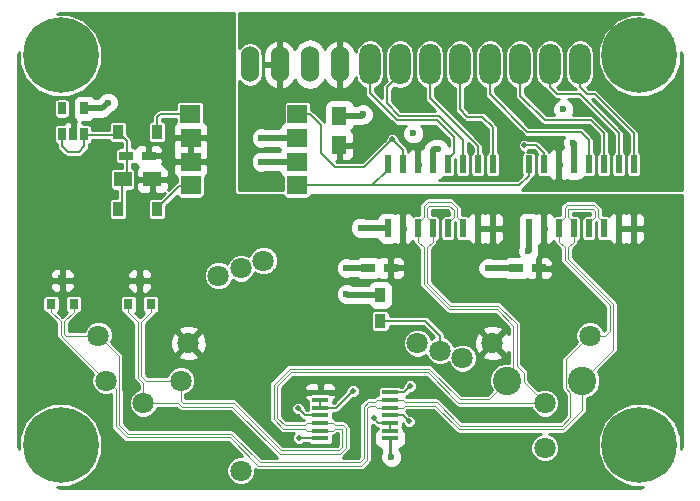
<source format=gbl>
G04 #@! TF.FileFunction,Copper,L4,Bot,Signal*
%FSLAX46Y46*%
G04 Gerber Fmt 4.6, Leading zero omitted, Abs format (unit mm)*
G04 Created by KiCad (PCBNEW 4.0.6) date 08/02/17 17:45:46*
%MOMM*%
%LPD*%
G01*
G04 APERTURE LIST*
%ADD10C,0.100000*%
%ADD11C,1.798320*%
%ADD12C,1.800000*%
%ADD13C,2.400000*%
%ADD14O,1.524000X3.048000*%
%ADD15O,1.800860X3.500120*%
%ADD16R,1.450000X0.450000*%
%ADD17R,0.600000X1.500000*%
%ADD18R,1.200000X0.750000*%
%ADD19R,1.500000X1.250000*%
%ADD20R,1.250000X1.500000*%
%ADD21R,0.900000X1.200000*%
%ADD22R,0.800000X0.900000*%
%ADD23R,0.650000X1.060000*%
%ADD24R,1.700000X1.600000*%
%ADD25C,6.400000*%
%ADD26C,0.600000*%
%ADD27C,0.500000*%
%ADD28C,0.200000*%
%ADD29C,0.250000*%
%ADD30C,0.500000*%
%ADD31C,0.125000*%
%ADD32C,0.254000*%
G04 APERTURE END LIST*
D10*
D11*
X114810000Y-88365000D03*
X114175000Y-91540000D03*
X111000000Y-93445000D03*
X107825000Y-91540000D03*
X107190000Y-87730000D03*
X119255000Y-99160000D03*
X119255000Y-82015000D03*
X117350000Y-82650000D03*
X121160000Y-81380000D03*
D12*
X140555000Y-88365000D03*
D13*
X141825000Y-91540000D03*
D12*
X145000000Y-93445000D03*
D13*
X148175000Y-91540000D03*
D12*
X148810000Y-87730000D03*
X145000000Y-97225000D03*
X136110000Y-89000000D03*
X138015000Y-89635000D03*
X134205000Y-88365000D03*
D14*
X125095000Y-64770000D03*
X127635000Y-64770000D03*
D15*
X140335000Y-64770000D03*
X142875000Y-64770000D03*
X145415000Y-64770000D03*
X147955000Y-64770000D03*
D16*
X125984000Y-96438000D03*
X125984000Y-95788000D03*
X125984000Y-95138000D03*
X125984000Y-94488000D03*
X125984000Y-93838000D03*
X125984000Y-93188000D03*
X125984000Y-92538000D03*
X131884000Y-92538000D03*
X131884000Y-93188000D03*
X131884000Y-93838000D03*
X131884000Y-94488000D03*
X131884000Y-95138000D03*
X131884000Y-95788000D03*
X131884000Y-96438000D03*
D17*
X131699000Y-73246000D03*
X132969000Y-73246000D03*
X134239000Y-73246000D03*
X135509000Y-73246000D03*
X136779000Y-73246000D03*
X138049000Y-73246000D03*
X139319000Y-73246000D03*
X140589000Y-73246000D03*
X140589000Y-78646000D03*
X139319000Y-78646000D03*
X138049000Y-78646000D03*
X136779000Y-78646000D03*
X135509000Y-78646000D03*
X134239000Y-78646000D03*
X132969000Y-78646000D03*
X131699000Y-78646000D03*
D18*
X109550000Y-72500000D03*
X111450000Y-72500000D03*
D19*
X109250000Y-74500000D03*
X111750000Y-74500000D03*
D18*
X142560000Y-82042000D03*
X144460000Y-82042000D03*
X130050000Y-82000000D03*
X131950000Y-82000000D03*
D20*
X127600000Y-69100000D03*
X127600000Y-71600000D03*
D21*
X108850000Y-77000000D03*
X112150000Y-77000000D03*
X108850000Y-70500000D03*
X112150000Y-70500000D03*
D22*
X111633000Y-85090000D03*
X109733000Y-85090000D03*
X110683000Y-83090000D03*
X105090000Y-85058000D03*
X103190000Y-85058000D03*
X104140000Y-83058000D03*
D15*
X130175000Y-64770000D03*
X132715000Y-64770000D03*
X135255000Y-64770000D03*
X137795000Y-64770000D03*
D14*
X120015000Y-64770000D03*
X122555000Y-64770000D03*
D21*
X131064000Y-84287000D03*
X131064000Y-86487000D03*
D23*
X106000000Y-70700000D03*
X105050000Y-70700000D03*
X104100000Y-70700000D03*
X104100000Y-68500000D03*
X106000000Y-68500000D03*
D24*
X124050000Y-69000000D03*
X124000000Y-71000000D03*
X124000000Y-73000000D03*
X124000000Y-75000000D03*
X114950000Y-69000000D03*
X115000000Y-71000000D03*
X115000000Y-73000000D03*
X115000000Y-75000000D03*
D17*
X143637000Y-73246000D03*
X144907000Y-73246000D03*
X146177000Y-73246000D03*
X147447000Y-73246000D03*
X148717000Y-73246000D03*
X149987000Y-73246000D03*
X151257000Y-73246000D03*
X152527000Y-73246000D03*
X152527000Y-78646000D03*
X151257000Y-78646000D03*
X149987000Y-78646000D03*
X148717000Y-78646000D03*
X147447000Y-78646000D03*
X146177000Y-78646000D03*
X144907000Y-78646000D03*
X143637000Y-78646000D03*
D25*
X104000000Y-64000000D03*
X104000000Y-97000000D03*
X153000000Y-64000000D03*
X153000000Y-97000000D03*
D26*
X108000000Y-68000000D03*
X132000000Y-98000000D03*
X143600000Y-80600000D03*
X140200000Y-82000000D03*
X128200000Y-84200000D03*
X128200000Y-82000000D03*
X129400000Y-78600000D03*
X146558000Y-68580000D03*
X133858000Y-70612000D03*
X135945331Y-71900010D03*
X147400000Y-71385010D03*
X129600000Y-69000000D03*
X121000000Y-71000000D03*
X121000000Y-73000000D03*
D27*
X130500000Y-94750000D03*
X128750000Y-92400000D03*
X124200000Y-96400000D03*
X124100000Y-93900000D03*
X133600000Y-92000000D03*
X133500000Y-95000000D03*
X143256000Y-71628000D03*
X132080000Y-71120000D03*
D28*
X132969000Y-78613000D02*
X132969000Y-78646000D01*
X140589000Y-78646000D02*
X140589000Y-78613000D01*
X140589000Y-78646000D02*
X140589000Y-78613000D01*
X140589000Y-78613000D02*
X139319000Y-78613000D01*
X139319000Y-78613000D02*
X139319000Y-78646000D01*
X125984000Y-92583000D02*
X125984000Y-92538000D01*
X125984000Y-92538000D02*
X125984000Y-92583000D01*
X110744000Y-83058000D02*
X110683000Y-83090000D01*
X111450000Y-72500000D02*
X111506000Y-72517000D01*
X110683000Y-83090000D02*
X110744000Y-83058000D01*
X111760000Y-74549000D02*
X111750000Y-74500000D01*
X110683000Y-83090000D02*
X110744000Y-83058000D01*
X144907000Y-78646000D02*
X144907000Y-77978000D01*
X151257000Y-78613000D02*
X151257000Y-78646000D01*
X111450000Y-72500000D02*
X111506000Y-72517000D01*
X144399000Y-82042000D02*
X144460000Y-82042000D01*
X144907000Y-78613000D02*
X144907000Y-78646000D01*
X111750000Y-74500000D02*
X111760000Y-74549000D01*
X111506000Y-72517000D02*
X111450000Y-72500000D01*
X151257000Y-78646000D02*
X151257000Y-78613000D01*
X151257000Y-78613000D02*
X152527000Y-78613000D01*
X152527000Y-78613000D02*
X152527000Y-78646000D01*
D29*
X131884000Y-97884000D02*
X132000000Y-98000000D01*
X131884000Y-96438000D02*
X131884000Y-97884000D01*
D30*
X106000000Y-68500000D02*
X107500000Y-68500000D01*
X107500000Y-68500000D02*
X108000000Y-68000000D01*
X143637000Y-78646000D02*
X143637000Y-80563000D01*
X143637000Y-80563000D02*
X143600000Y-80600000D01*
X142560000Y-82042000D02*
X140242000Y-82042000D01*
X140242000Y-82042000D02*
X140200000Y-82000000D01*
X131064000Y-84287000D02*
X128287000Y-84287000D01*
X128287000Y-84287000D02*
X128200000Y-84200000D01*
X130050000Y-82000000D02*
X128200000Y-82000000D01*
X131699000Y-78646000D02*
X129446000Y-78646000D01*
X129446000Y-78646000D02*
X129400000Y-78600000D01*
D28*
X143637000Y-78613000D02*
X143637000Y-78646000D01*
X135864048Y-69518023D02*
X132504617Y-69518023D01*
X136779000Y-73246000D02*
X136779000Y-72796000D01*
X130175000Y-66720060D02*
X130175000Y-64770000D01*
X130175000Y-67188406D02*
X130175000Y-66720060D01*
X136779000Y-72796000D02*
X137279000Y-72296000D01*
X132504617Y-69518023D02*
X130175000Y-67188406D01*
X137279000Y-72296000D02*
X137279000Y-70932975D01*
X137279000Y-70932975D02*
X135864048Y-69518023D01*
X140589000Y-73246000D02*
X140589000Y-70104000D01*
X140589000Y-70104000D02*
X139700000Y-69215000D01*
X139700000Y-69215000D02*
X138430000Y-69215000D01*
X138430000Y-69215000D02*
X137795000Y-68580000D01*
X137795000Y-68580000D02*
X137795000Y-64770000D01*
X104100000Y-70700000D02*
X104100000Y-71675000D01*
X104100000Y-71675000D02*
X104600000Y-72175000D01*
X106000000Y-71430000D02*
X106000000Y-70700000D01*
X104600000Y-72175000D02*
X105525000Y-72175000D01*
X105525000Y-72175000D02*
X106000000Y-71700000D01*
X106000000Y-71700000D02*
X106000000Y-71430000D01*
X109550000Y-72500000D02*
X109601000Y-72517000D01*
X109601000Y-72517000D02*
X109601000Y-71247000D01*
X109601000Y-71247000D02*
X108839000Y-70485000D01*
X108839000Y-70485000D02*
X108850000Y-70500000D01*
X108850000Y-70500000D02*
X108839000Y-70485000D01*
X108839000Y-70485000D02*
X108585000Y-70739000D01*
X108585000Y-70739000D02*
X106045000Y-70739000D01*
X106045000Y-70739000D02*
X106000000Y-70700000D01*
X109250000Y-74500000D02*
X109220000Y-74549000D01*
X109220000Y-74549000D02*
X109220000Y-76581000D01*
X109220000Y-76581000D02*
X108839000Y-76962000D01*
X108839000Y-76962000D02*
X108850000Y-77000000D01*
X109550000Y-72500000D02*
X109601000Y-72517000D01*
X109601000Y-72517000D02*
X109601000Y-74168000D01*
X109601000Y-74168000D02*
X109220000Y-74549000D01*
X109220000Y-74549000D02*
X109250000Y-74500000D01*
X106000000Y-70700000D02*
X106045000Y-70739000D01*
D30*
X135509000Y-73246000D02*
X135509000Y-71996000D01*
X135509000Y-71996000D02*
X135604990Y-71900010D01*
X135604990Y-71900010D02*
X135945331Y-71900010D01*
X147447000Y-71432010D02*
X147400000Y-71385010D01*
X147447000Y-73246000D02*
X147447000Y-71432010D01*
X127600000Y-69100000D02*
X129500000Y-69100000D01*
X129500000Y-69100000D02*
X129600000Y-69000000D01*
X124000000Y-71000000D02*
X121000000Y-71000000D01*
X124000000Y-73000000D02*
X121000000Y-73000000D01*
D28*
X112150000Y-77000000D02*
X112141000Y-76962000D01*
X112141000Y-76962000D02*
X114046000Y-75057000D01*
X114046000Y-75057000D02*
X115062000Y-75057000D01*
X115062000Y-75057000D02*
X115000000Y-75000000D01*
X112150000Y-70500000D02*
X112150000Y-69250000D01*
X112150000Y-69250000D02*
X112400000Y-69000000D01*
X112400000Y-69000000D02*
X113900000Y-69000000D01*
X113900000Y-69000000D02*
X114950000Y-69000000D01*
X114950000Y-69000000D02*
X114935000Y-68961000D01*
D31*
X118663166Y-93447500D02*
X114393167Y-93447500D01*
X114393167Y-93447500D02*
X114175000Y-93229333D01*
X114175000Y-93229333D02*
X114175000Y-91540000D01*
X122663166Y-97447500D02*
X118663166Y-93447500D01*
X127536834Y-97447500D02*
X122663166Y-97447500D01*
X127847500Y-97136834D02*
X127536834Y-97447500D01*
X127847500Y-95663166D02*
X127847500Y-97136834D01*
X127799834Y-95615500D02*
X127847500Y-95663166D01*
X125984000Y-95788000D02*
X127071500Y-95788000D01*
X127071500Y-95788000D02*
X127244000Y-95615500D01*
X127244000Y-95615500D02*
X127799834Y-95615500D01*
X137805667Y-93140001D02*
X135191166Y-90525500D01*
X124896500Y-95788000D02*
X125984000Y-95788000D01*
X124724000Y-95615500D02*
X124896500Y-95788000D01*
X122021500Y-94805166D02*
X122831834Y-95615500D01*
X122021500Y-91884834D02*
X122021500Y-94805166D01*
X135191166Y-90525500D02*
X123380834Y-90525500D01*
X140224999Y-93140001D02*
X137805667Y-93140001D01*
X122831834Y-95615500D02*
X124724000Y-95615500D01*
X141825000Y-91540000D02*
X140224999Y-93140001D01*
X123380834Y-90525500D02*
X122021500Y-91884834D01*
X111633000Y-85090000D02*
X111633000Y-85765000D01*
X111633000Y-85765000D02*
X110835500Y-86562500D01*
X110835500Y-86562500D02*
X110835500Y-91159833D01*
X111215667Y-91540000D02*
X114175000Y-91540000D01*
X110835500Y-91159833D02*
X111215667Y-91540000D01*
X140906834Y-85496500D02*
X142307501Y-86897167D01*
X136842834Y-85496500D02*
X140906834Y-85496500D01*
X134721500Y-83375166D02*
X136842834Y-85496500D01*
X142307501Y-91057499D02*
X141825000Y-91540000D01*
X134721500Y-80253500D02*
X134721500Y-83375166D01*
X134239000Y-79771000D02*
X134721500Y-80253500D01*
X134239000Y-78646000D02*
X134239000Y-79771000D01*
X142307501Y-86897167D02*
X142307501Y-91057499D01*
X134239000Y-78196000D02*
X134239000Y-78646000D01*
X138049000Y-78646000D02*
X138049000Y-78196000D01*
X137566500Y-77713500D02*
X137566500Y-76962666D01*
X138049000Y-78196000D02*
X137566500Y-77713500D01*
X137566500Y-76962666D02*
X137032334Y-76428500D01*
X137032334Y-76428500D02*
X135064834Y-76428500D01*
X135064834Y-76428500D02*
X134721500Y-76771834D01*
X134721500Y-76771834D02*
X134721500Y-77713500D01*
X134721500Y-77713500D02*
X134239000Y-78196000D01*
D28*
X114300000Y-91440000D02*
X114175000Y-91540000D01*
D31*
X113959333Y-93445000D02*
X111000000Y-93445000D01*
X118536834Y-93752500D02*
X114266833Y-93752500D01*
X114266833Y-93752500D02*
X113959333Y-93445000D01*
X122536834Y-97752500D02*
X118536834Y-93752500D01*
X127663166Y-97752500D02*
X122536834Y-97752500D01*
X128152500Y-97263166D02*
X127663166Y-97752500D01*
X128152500Y-95536834D02*
X128152500Y-97263166D01*
X127926166Y-95310500D02*
X128152500Y-95536834D01*
X125984000Y-95138000D02*
X127071500Y-95138000D01*
X127244000Y-95310500D02*
X127926166Y-95310500D01*
X127071500Y-95138000D02*
X127244000Y-95310500D01*
X122326500Y-94678834D02*
X122958166Y-95310500D01*
X124724000Y-95310500D02*
X124896500Y-95138000D01*
X122326500Y-92011166D02*
X122326500Y-94678834D01*
X124896500Y-95138000D02*
X125984000Y-95138000D01*
X137679334Y-93445000D02*
X135064834Y-90830500D01*
X135064834Y-90830500D02*
X123507166Y-90830500D01*
X145000000Y-93445000D02*
X137679334Y-93445000D01*
X122958166Y-95310500D02*
X124724000Y-95310500D01*
X123507166Y-90830500D02*
X122326500Y-92011166D01*
X111000000Y-91755667D02*
X111000000Y-93445000D01*
X110530500Y-86562500D02*
X110530500Y-91286167D01*
X109733000Y-85090000D02*
X109733000Y-85765000D01*
X109733000Y-85765000D02*
X110530500Y-86562500D01*
X110530500Y-91286167D02*
X111000000Y-91755667D01*
X143212501Y-91657501D02*
X145000000Y-93445000D01*
X143212501Y-90873999D02*
X143212501Y-91657501D01*
X142612499Y-90273997D02*
X143212501Y-90873999D01*
X142612499Y-86770833D02*
X142612499Y-90273997D01*
X141033166Y-85191500D02*
X142612499Y-86770833D01*
X135026500Y-83248834D02*
X136969166Y-85191500D01*
X135026500Y-80253500D02*
X135026500Y-83248834D01*
X135509000Y-79771000D02*
X135026500Y-80253500D01*
X136969166Y-85191500D02*
X141033166Y-85191500D01*
X135509000Y-78646000D02*
X135509000Y-79771000D01*
X135026500Y-76898166D02*
X135026500Y-77713500D01*
X136779000Y-78196000D02*
X137261500Y-77713500D01*
X137261500Y-77089000D02*
X136906000Y-76733500D01*
X136779000Y-78646000D02*
X136779000Y-78196000D01*
X135191166Y-76733500D02*
X135026500Y-76898166D01*
X137261500Y-77713500D02*
X137261500Y-77089000D01*
X136906000Y-76733500D02*
X135191166Y-76733500D01*
X135026500Y-77713500D02*
X135509000Y-78196000D01*
X135509000Y-78196000D02*
X135509000Y-78646000D01*
X131884000Y-93838000D02*
X130796500Y-93838000D01*
X130796500Y-93838000D02*
X130624000Y-93665500D01*
X109574964Y-96352500D02*
X108647500Y-95425036D01*
X130624000Y-93665500D02*
X130150166Y-93665500D01*
X129463166Y-98752500D02*
X120736834Y-98752500D01*
X130150166Y-93665500D02*
X129952500Y-93863166D01*
X129952500Y-93863166D02*
X129952500Y-98263166D01*
X129952500Y-98263166D02*
X129463166Y-98752500D01*
X120736834Y-98752500D02*
X118336834Y-96352500D01*
X118336834Y-96352500D02*
X109574964Y-96352500D01*
X108647500Y-95425036D02*
X108647500Y-92247500D01*
X108647500Y-92247500D02*
X107940000Y-91540000D01*
X107940000Y-91540000D02*
X107825000Y-91540000D01*
X131884000Y-93838000D02*
X132971500Y-93838000D01*
X132971500Y-93838000D02*
X133144000Y-93665500D01*
X133144000Y-93665500D02*
X135699834Y-93665500D01*
X135699834Y-93665500D02*
X137686834Y-95652500D01*
X137686834Y-95652500D02*
X146563166Y-95652500D01*
X146563166Y-95652500D02*
X148175000Y-94040666D01*
X148175000Y-94040666D02*
X148175000Y-91540000D01*
X104230667Y-87945667D02*
X107825000Y-91540000D01*
X103987500Y-86530500D02*
X103987500Y-87702500D01*
X103987500Y-87702500D02*
X104230667Y-87945667D01*
X103987500Y-86530500D02*
X103190000Y-85733000D01*
X103190000Y-85733000D02*
X103190000Y-85058000D01*
X148717000Y-78196000D02*
X149199500Y-77713500D01*
X146964500Y-77713500D02*
X147447000Y-78196000D01*
X147002166Y-76987500D02*
X146964500Y-77025166D01*
X148717000Y-78646000D02*
X148717000Y-78196000D01*
X149199500Y-77713500D02*
X149199500Y-77152166D01*
X149199500Y-77152166D02*
X149034834Y-76987500D01*
X149034834Y-76987500D02*
X147002166Y-76987500D01*
X146964500Y-77025166D02*
X146964500Y-77713500D01*
X147447000Y-78196000D02*
X147447000Y-78646000D01*
X148175000Y-91540000D02*
X150774500Y-88940500D01*
X146964500Y-80253500D02*
X147447000Y-79771000D01*
X150774500Y-88940500D02*
X150774500Y-85026834D01*
X150774500Y-85026834D02*
X146964500Y-81216834D01*
X146964500Y-81216834D02*
X146964500Y-80253500D01*
X147447000Y-79771000D02*
X147447000Y-78646000D01*
X148505001Y-91870001D02*
X148175000Y-91540000D01*
D28*
X107950000Y-91440000D02*
X107825000Y-91540000D01*
D31*
X131884000Y-93188000D02*
X130796500Y-93188000D01*
X130796500Y-93188000D02*
X130624000Y-93360500D01*
X130624000Y-93360500D02*
X130023834Y-93360500D01*
X130023834Y-93360500D02*
X129647500Y-93736834D01*
X129647500Y-93736834D02*
X129647500Y-98136834D01*
X129647500Y-98136834D02*
X129336834Y-98447500D01*
X129336834Y-98447500D02*
X120863166Y-98447500D01*
X120863166Y-98447500D02*
X118463166Y-96047500D01*
X118463166Y-96047500D02*
X109736834Y-96047500D01*
X109736834Y-96047500D02*
X108952500Y-95263166D01*
X108952500Y-92452500D02*
X108911661Y-92411661D01*
X108911661Y-89451661D02*
X108089159Y-88629159D01*
X108952500Y-95263166D02*
X108952500Y-92452500D01*
X108911661Y-92411661D02*
X108911661Y-89451661D01*
X108089159Y-88629159D02*
X107190000Y-87730000D01*
X147142167Y-94642167D02*
X147142167Y-92560669D01*
X147142167Y-92560669D02*
X146787499Y-92206001D01*
X146787499Y-92206001D02*
X146787499Y-89752501D01*
X146436834Y-95347500D02*
X147142167Y-94642167D01*
X137813166Y-95347500D02*
X146436834Y-95347500D01*
X146787499Y-89752501D02*
X147910001Y-88629999D01*
X147910001Y-88629999D02*
X148810000Y-87730000D01*
X135826166Y-93360500D02*
X137813166Y-95347500D01*
X131884000Y-93188000D02*
X132971500Y-93188000D01*
X132971500Y-93188000D02*
X133144000Y-93360500D01*
X133144000Y-93360500D02*
X135826166Y-93360500D01*
X104292500Y-86530500D02*
X104292500Y-87576165D01*
X104292500Y-87576165D02*
X104446335Y-87730000D01*
X107190000Y-87730000D02*
X104446335Y-87730000D01*
X105090000Y-85733000D02*
X105090000Y-85058000D01*
X104292500Y-86530500D02*
X105090000Y-85733000D01*
X146659500Y-77713500D02*
X146177000Y-78196000D01*
X149504500Y-77025834D02*
X149161166Y-76682500D01*
X149987000Y-78646000D02*
X149987000Y-78196000D01*
X149987000Y-78196000D02*
X149504500Y-77713500D01*
X149504500Y-77713500D02*
X149504500Y-77025834D01*
X146659500Y-76898834D02*
X146659500Y-77713500D01*
X149161166Y-76682500D02*
X146875834Y-76682500D01*
X146875834Y-76682500D02*
X146659500Y-76898834D01*
X146177000Y-78196000D02*
X146177000Y-78646000D01*
X148810000Y-87730000D02*
X150082792Y-87730000D01*
X150082792Y-87730000D02*
X150469500Y-87343292D01*
X150469500Y-87343292D02*
X150469500Y-85153166D01*
X150469500Y-85153166D02*
X146659500Y-81343166D01*
X146659500Y-81343166D02*
X146659500Y-80253500D01*
X146659500Y-80253500D02*
X146177000Y-79771000D01*
X146177000Y-79771000D02*
X146177000Y-78646000D01*
X148479999Y-87399999D02*
X148810000Y-87730000D01*
D28*
X131064000Y-86487000D02*
X134869792Y-86487000D01*
X134869792Y-86487000D02*
X136110000Y-87727208D01*
X136110000Y-87727208D02*
X136110000Y-89000000D01*
X131884000Y-95138000D02*
X131884000Y-95712999D01*
X130500000Y-94750000D02*
X130888000Y-95138000D01*
X130888000Y-95138000D02*
X131884000Y-95138000D01*
X128500001Y-92649999D02*
X128750000Y-92400000D01*
X125984000Y-93838000D02*
X127312000Y-93838000D01*
X127312000Y-93838000D02*
X128500001Y-92649999D01*
X125984000Y-93838000D02*
X125984000Y-93413000D01*
X125984000Y-93413000D02*
X125984000Y-93263001D01*
X138049000Y-72296000D02*
X138049000Y-73246000D01*
X138049000Y-71137275D02*
X138049000Y-72296000D01*
X132670306Y-69118012D02*
X136029737Y-69118012D01*
X131614570Y-68062276D02*
X132670306Y-69118012D01*
X131614570Y-66720060D02*
X131614570Y-68062276D01*
X132715000Y-65619630D02*
X131614570Y-66720060D01*
X132715000Y-64770000D02*
X132715000Y-65619630D01*
X136029737Y-69118012D02*
X138049000Y-71137275D01*
X139319000Y-72296000D02*
X139319000Y-73246000D01*
X139319000Y-71692998D02*
X139319000Y-72296000D01*
X135255000Y-67628998D02*
X139319000Y-71692998D01*
X135255000Y-64770000D02*
X135255000Y-67628998D01*
X148717000Y-73246000D02*
X148717000Y-71184998D01*
X140335000Y-67310000D02*
X140335000Y-64770000D01*
X148717000Y-71184998D02*
X148017002Y-70485000D01*
X148017002Y-70485000D02*
X143510000Y-70485000D01*
X143510000Y-70485000D02*
X140335000Y-67310000D01*
X147955000Y-66675000D02*
X147955000Y-64770000D01*
X148590000Y-67310000D02*
X147955000Y-66675000D01*
X149225000Y-67310000D02*
X148590000Y-67310000D01*
X152527000Y-73246000D02*
X152527000Y-70612000D01*
X152527000Y-70612000D02*
X149225000Y-67310000D01*
X142875000Y-67407002D02*
X142875000Y-64770000D01*
X149987000Y-70612000D02*
X148875001Y-69500001D01*
X148875001Y-69500001D02*
X144967999Y-69500001D01*
X144967999Y-69500001D02*
X142875000Y-67407002D01*
X149987000Y-73246000D02*
X149987000Y-70612000D01*
X151257000Y-73246000D02*
X151257000Y-70612000D01*
X151257000Y-70612000D02*
X147955000Y-67310000D01*
X147955000Y-67310000D02*
X146050000Y-67310000D01*
X146050000Y-67310000D02*
X145415000Y-66675000D01*
X145415000Y-66675000D02*
X145415000Y-64770000D01*
X125984000Y-96438000D02*
X124238000Y-96438000D01*
X124238000Y-96438000D02*
X124200000Y-96400000D01*
X124100000Y-93900000D02*
X124688000Y-94488000D01*
X124688000Y-94488000D02*
X125984000Y-94488000D01*
X131884000Y-92538000D02*
X133062000Y-92538000D01*
X133062000Y-92538000D02*
X133600000Y-92000000D01*
X131884000Y-94488000D02*
X132988000Y-94488000D01*
X132988000Y-94488000D02*
X133500000Y-95000000D01*
X143637000Y-73246000D02*
X143637000Y-74196000D01*
X143637000Y-74196000D02*
X142833000Y-75000000D01*
X142833000Y-75000000D02*
X130395000Y-75000000D01*
X124000000Y-75000000D02*
X130395000Y-75000000D01*
X130395000Y-75000000D02*
X131699000Y-73696000D01*
X131699000Y-73696000D02*
X131699000Y-73246000D01*
X144907000Y-73246000D02*
X144907000Y-72263000D01*
X144907000Y-72263000D02*
X144272000Y-71628000D01*
X144272000Y-71628000D02*
X143256000Y-71628000D01*
X132329999Y-71369999D02*
X132080000Y-71120000D01*
X132969000Y-72009000D02*
X132329999Y-71369999D01*
X132969000Y-73246000D02*
X132969000Y-72009000D01*
X131830001Y-71369999D02*
X132080000Y-71120000D01*
X127224998Y-73500000D02*
X129700000Y-73500000D01*
X126000000Y-72275002D02*
X127224998Y-73500000D01*
X124050000Y-69000000D02*
X125100000Y-69000000D01*
X125100000Y-69000000D02*
X126000000Y-69900000D01*
X126000000Y-69900000D02*
X126000000Y-72275002D01*
X129700000Y-73500000D02*
X131830001Y-71369999D01*
D32*
G36*
X118673000Y-75500000D02*
X118695363Y-75618851D01*
X118765604Y-75728008D01*
X118872779Y-75801237D01*
X119000000Y-75827000D01*
X122821674Y-75827000D01*
X122839395Y-75921179D01*
X122911012Y-76032474D01*
X123020286Y-76107138D01*
X123150000Y-76133406D01*
X124850000Y-76133406D01*
X124971179Y-76110605D01*
X125082474Y-76038988D01*
X125157138Y-75929714D01*
X125177938Y-75827000D01*
X156598000Y-75827000D01*
X156598000Y-96960405D01*
X156526723Y-97318739D01*
X156527611Y-96301514D01*
X155991789Y-95004725D01*
X155000494Y-94011698D01*
X153704642Y-93473614D01*
X152301514Y-93472389D01*
X151004725Y-94008211D01*
X150011698Y-94999506D01*
X149473614Y-96295358D01*
X149472389Y-97698486D01*
X150008211Y-98995275D01*
X150999506Y-99988302D01*
X152295358Y-100526386D01*
X153315953Y-100527277D01*
X152960405Y-100598000D01*
X104039595Y-100598000D01*
X103681261Y-100526723D01*
X104698486Y-100527611D01*
X105995275Y-99991789D01*
X106988302Y-99000494D01*
X107526386Y-97704642D01*
X107527611Y-96301514D01*
X106991789Y-95004725D01*
X106000494Y-94011698D01*
X104704642Y-93473614D01*
X103301514Y-93472389D01*
X102004725Y-94008211D01*
X101011698Y-94999506D01*
X100473614Y-96295358D01*
X100472723Y-97315953D01*
X100402000Y-96960405D01*
X100402000Y-84608000D01*
X102456594Y-84608000D01*
X102456594Y-85508000D01*
X102479395Y-85629179D01*
X102551012Y-85740474D01*
X102660286Y-85815138D01*
X102790000Y-85841406D01*
X102822063Y-85841406D01*
X102830149Y-85882055D01*
X102914582Y-86008418D01*
X103598000Y-86691836D01*
X103598000Y-87702500D01*
X103627649Y-87851555D01*
X103712082Y-87977918D01*
X106725259Y-90991095D01*
X106599053Y-91295032D01*
X106598628Y-91782828D01*
X106784906Y-92233657D01*
X107129529Y-92578882D01*
X107580032Y-92765947D01*
X108067828Y-92766372D01*
X108258000Y-92687795D01*
X108258000Y-95425036D01*
X108287649Y-95574091D01*
X108372082Y-95700454D01*
X109299546Y-96627918D01*
X109425909Y-96712351D01*
X109574964Y-96742000D01*
X118175498Y-96742000D01*
X119367436Y-97933938D01*
X119012172Y-97933628D01*
X118561343Y-98119906D01*
X118216118Y-98464529D01*
X118029053Y-98915032D01*
X118028628Y-99402828D01*
X118214906Y-99853657D01*
X118559529Y-100198882D01*
X119010032Y-100385947D01*
X119497828Y-100386372D01*
X119948657Y-100200094D01*
X120293882Y-99855471D01*
X120480947Y-99404968D01*
X120481264Y-99041180D01*
X120587779Y-99112351D01*
X120736834Y-99142000D01*
X129463166Y-99142000D01*
X129612221Y-99112351D01*
X129738584Y-99027918D01*
X130227918Y-98538584D01*
X130312351Y-98412221D01*
X130342000Y-98263166D01*
X130342000Y-95309159D01*
X130384724Y-95326900D01*
X130473108Y-95326977D01*
X130586063Y-95439932D01*
X130586065Y-95439935D01*
X130724594Y-95532497D01*
X130827621Y-95552991D01*
X130825594Y-95563000D01*
X130825594Y-95682464D01*
X130713247Y-95754757D01*
X130570083Y-95964283D01*
X130519717Y-96213000D01*
X130519717Y-96663000D01*
X130563437Y-96895352D01*
X130700757Y-97108753D01*
X130910283Y-97251917D01*
X131132000Y-97296815D01*
X131132000Y-97673099D01*
X131073161Y-97814799D01*
X131072839Y-98183583D01*
X131213669Y-98524417D01*
X131474211Y-98785414D01*
X131814799Y-98926839D01*
X132183583Y-98927161D01*
X132524417Y-98786331D01*
X132785414Y-98525789D01*
X132926839Y-98185201D01*
X132927161Y-97816417D01*
X132786331Y-97475583D01*
X132636000Y-97324989D01*
X132636000Y-97297203D01*
X132841352Y-97258563D01*
X133054753Y-97121243D01*
X133197917Y-96911717D01*
X133248283Y-96663000D01*
X133248283Y-96213000D01*
X133204563Y-95980648D01*
X133067243Y-95767247D01*
X132942406Y-95681949D01*
X132942406Y-95563000D01*
X132922899Y-95459327D01*
X132942406Y-95363000D01*
X132942406Y-95161477D01*
X133010558Y-95326417D01*
X133172729Y-95488871D01*
X133384724Y-95576900D01*
X133614269Y-95577100D01*
X133826417Y-95489442D01*
X133988871Y-95327271D01*
X134076900Y-95115276D01*
X134077100Y-94885731D01*
X133989442Y-94673583D01*
X133827271Y-94511129D01*
X133615276Y-94423100D01*
X133526893Y-94423023D01*
X133289935Y-94186065D01*
X133214064Y-94135370D01*
X133246918Y-94113418D01*
X133305336Y-94055000D01*
X135538498Y-94055000D01*
X137411416Y-95927918D01*
X137537778Y-96012351D01*
X137686834Y-96042000D01*
X144650004Y-96042000D01*
X144305869Y-96184194D01*
X143960407Y-96529053D01*
X143773214Y-96979864D01*
X143772788Y-97467995D01*
X143959194Y-97919131D01*
X144304053Y-98264593D01*
X144754864Y-98451786D01*
X145242995Y-98452212D01*
X145694131Y-98265806D01*
X146039593Y-97920947D01*
X146226786Y-97470136D01*
X146227212Y-96982005D01*
X146040806Y-96530869D01*
X145695947Y-96185407D01*
X145350584Y-96042000D01*
X146563166Y-96042000D01*
X146712221Y-96012351D01*
X146838584Y-95927918D01*
X148450418Y-94316084D01*
X148534851Y-94189721D01*
X148564500Y-94040666D01*
X148564500Y-93031279D01*
X149038846Y-92835283D01*
X149468773Y-92406106D01*
X149701735Y-91845072D01*
X149702265Y-91237593D01*
X149505193Y-90760643D01*
X151049918Y-89215918D01*
X151134351Y-89089555D01*
X151164000Y-88940500D01*
X151164000Y-85026834D01*
X151134351Y-84877779D01*
X151049918Y-84751416D01*
X147354000Y-81055498D01*
X147354000Y-80414836D01*
X147722418Y-80046418D01*
X147806851Y-79920055D01*
X147836500Y-79771000D01*
X147836500Y-79712566D01*
X147868179Y-79706605D01*
X147979474Y-79634988D01*
X148054138Y-79525714D01*
X148080406Y-79396000D01*
X148080406Y-77896000D01*
X148057605Y-77774821D01*
X147985988Y-77663526D01*
X147876714Y-77588862D01*
X147747000Y-77562594D01*
X147364430Y-77562594D01*
X147354000Y-77552164D01*
X147354000Y-77377000D01*
X148810000Y-77377000D01*
X148810000Y-77552164D01*
X148799570Y-77562594D01*
X148417000Y-77562594D01*
X148295821Y-77585395D01*
X148184526Y-77657012D01*
X148109862Y-77766286D01*
X148083594Y-77896000D01*
X148083594Y-79396000D01*
X148106395Y-79517179D01*
X148178012Y-79628474D01*
X148287286Y-79703138D01*
X148417000Y-79729406D01*
X149017000Y-79729406D01*
X149138179Y-79706605D01*
X149249474Y-79634988D01*
X149324138Y-79525714D01*
X149350406Y-79396000D01*
X149350406Y-78113430D01*
X149352000Y-78111836D01*
X149353594Y-78113430D01*
X149353594Y-79396000D01*
X149376395Y-79517179D01*
X149448012Y-79628474D01*
X149557286Y-79703138D01*
X149687000Y-79729406D01*
X150287000Y-79729406D01*
X150399050Y-79708323D01*
X150418673Y-79755698D01*
X150597301Y-79934327D01*
X150830690Y-80031000D01*
X150971250Y-80031000D01*
X151130000Y-79872250D01*
X151130000Y-78773000D01*
X151384000Y-78773000D01*
X151384000Y-79872250D01*
X151542750Y-80031000D01*
X151683310Y-80031000D01*
X151892000Y-79944558D01*
X152100690Y-80031000D01*
X152241250Y-80031000D01*
X152400000Y-79872250D01*
X152400000Y-78773000D01*
X152654000Y-78773000D01*
X152654000Y-79872250D01*
X152812750Y-80031000D01*
X152953310Y-80031000D01*
X153186699Y-79934327D01*
X153365327Y-79755698D01*
X153462000Y-79522309D01*
X153462000Y-78931750D01*
X153303250Y-78773000D01*
X152654000Y-78773000D01*
X152400000Y-78773000D01*
X151384000Y-78773000D01*
X151130000Y-78773000D01*
X151110000Y-78773000D01*
X151110000Y-78519000D01*
X151130000Y-78519000D01*
X151130000Y-77419750D01*
X151384000Y-77419750D01*
X151384000Y-78519000D01*
X152400000Y-78519000D01*
X152400000Y-77419750D01*
X152654000Y-77419750D01*
X152654000Y-78519000D01*
X153303250Y-78519000D01*
X153462000Y-78360250D01*
X153462000Y-77769691D01*
X153365327Y-77536302D01*
X153186699Y-77357673D01*
X152953310Y-77261000D01*
X152812750Y-77261000D01*
X152654000Y-77419750D01*
X152400000Y-77419750D01*
X152241250Y-77261000D01*
X152100690Y-77261000D01*
X151892000Y-77347442D01*
X151683310Y-77261000D01*
X151542750Y-77261000D01*
X151384000Y-77419750D01*
X151130000Y-77419750D01*
X150971250Y-77261000D01*
X150830690Y-77261000D01*
X150597301Y-77357673D01*
X150418673Y-77536302D01*
X150398435Y-77585160D01*
X150287000Y-77562594D01*
X149904430Y-77562594D01*
X149894000Y-77552164D01*
X149894000Y-77025834D01*
X149864351Y-76876779D01*
X149779918Y-76750416D01*
X149436584Y-76407082D01*
X149310221Y-76322649D01*
X149161166Y-76293000D01*
X146875834Y-76293000D01*
X146726778Y-76322649D01*
X146600416Y-76407082D01*
X146384082Y-76623416D01*
X146299649Y-76749779D01*
X146270000Y-76898834D01*
X146270000Y-77552164D01*
X146259570Y-77562594D01*
X145877000Y-77562594D01*
X145764950Y-77583677D01*
X145745327Y-77536302D01*
X145566699Y-77357673D01*
X145333310Y-77261000D01*
X145192750Y-77261000D01*
X145034000Y-77419750D01*
X145034000Y-78519000D01*
X145054000Y-78519000D01*
X145054000Y-78773000D01*
X145034000Y-78773000D01*
X145034000Y-79872250D01*
X145192750Y-80031000D01*
X145333310Y-80031000D01*
X145566699Y-79934327D01*
X145745327Y-79755698D01*
X145765565Y-79706840D01*
X145787500Y-79711282D01*
X145787500Y-79771000D01*
X145817149Y-79920055D01*
X145901582Y-80046418D01*
X146270000Y-80414836D01*
X146270000Y-81343166D01*
X146299649Y-81492221D01*
X146384082Y-81618584D01*
X150080000Y-85314502D01*
X150080000Y-87181956D01*
X149960532Y-87301424D01*
X149850806Y-87035869D01*
X149505947Y-86690407D01*
X149055136Y-86503214D01*
X148567005Y-86502788D01*
X148115869Y-86689194D01*
X147770407Y-87034053D01*
X147583214Y-87484864D01*
X147582788Y-87972995D01*
X147709501Y-88279663D01*
X146512081Y-89477083D01*
X146427648Y-89603446D01*
X146397999Y-89752501D01*
X146397999Y-92206001D01*
X146427648Y-92355056D01*
X146512081Y-92481419D01*
X146752667Y-92722005D01*
X146752667Y-94480831D01*
X146275498Y-94958000D01*
X137974502Y-94958000D01*
X136101584Y-93085082D01*
X135975221Y-93000649D01*
X135826166Y-92971000D01*
X133305336Y-92971000D01*
X133250240Y-92915904D01*
X133363935Y-92839935D01*
X133626846Y-92577024D01*
X133714269Y-92577100D01*
X133926417Y-92489442D01*
X134088871Y-92327271D01*
X134176900Y-92115276D01*
X134177100Y-91885731D01*
X134089442Y-91673583D01*
X133927271Y-91511129D01*
X133715276Y-91423100D01*
X133485731Y-91422900D01*
X133273583Y-91510558D01*
X133111129Y-91672729D01*
X133023100Y-91884724D01*
X133023023Y-91973107D01*
X132885130Y-92111000D01*
X132867598Y-92111000D01*
X132847988Y-92080526D01*
X132738714Y-92005862D01*
X132609000Y-91979594D01*
X131159000Y-91979594D01*
X131037821Y-92002395D01*
X130926526Y-92074012D01*
X130851862Y-92183286D01*
X130825594Y-92313000D01*
X130825594Y-92763000D01*
X130832274Y-92798500D01*
X130796500Y-92798500D01*
X130647445Y-92828149D01*
X130521082Y-92912582D01*
X130462664Y-92971000D01*
X130023834Y-92971000D01*
X129874779Y-93000649D01*
X129748416Y-93085082D01*
X129372082Y-93461416D01*
X129287649Y-93587779D01*
X129258000Y-93736834D01*
X129258000Y-97975498D01*
X129175498Y-98058000D01*
X127893563Y-98058000D01*
X127938584Y-98027918D01*
X128427918Y-97538584D01*
X128512351Y-97412221D01*
X128542000Y-97263166D01*
X128542000Y-95536834D01*
X128512351Y-95387779D01*
X128427918Y-95261416D01*
X128201584Y-95035082D01*
X128075221Y-94950649D01*
X127926166Y-94921000D01*
X127405336Y-94921000D01*
X127346918Y-94862582D01*
X127220555Y-94778149D01*
X127071500Y-94748500D01*
X127035217Y-94748500D01*
X127042406Y-94713000D01*
X127042406Y-94265000D01*
X127311995Y-94265000D01*
X127312000Y-94265001D01*
X127475406Y-94232497D01*
X127613935Y-94139935D01*
X128776846Y-92977024D01*
X128864269Y-92977100D01*
X129076417Y-92889442D01*
X129238871Y-92727271D01*
X129326900Y-92515276D01*
X129327100Y-92285731D01*
X129239442Y-92073583D01*
X129077271Y-91911129D01*
X128865276Y-91823100D01*
X128635731Y-91822900D01*
X128423583Y-91910558D01*
X128261129Y-92072729D01*
X128173100Y-92284724D01*
X128173023Y-92373107D01*
X127135130Y-93411000D01*
X127042406Y-93411000D01*
X127042406Y-93312218D01*
X127068698Y-93301327D01*
X127247327Y-93122699D01*
X127344000Y-92889310D01*
X127344000Y-92809250D01*
X127185250Y-92650500D01*
X126812236Y-92650500D01*
X126709000Y-92629594D01*
X125259000Y-92629594D01*
X125147892Y-92650500D01*
X124782750Y-92650500D01*
X124624000Y-92809250D01*
X124624000Y-92889310D01*
X124720673Y-93122699D01*
X124899302Y-93301327D01*
X124925594Y-93312218D01*
X124925594Y-93413000D01*
X124945101Y-93516673D01*
X124925594Y-93613000D01*
X124925594Y-94061000D01*
X124864869Y-94061000D01*
X124677024Y-93873154D01*
X124677100Y-93785731D01*
X124589442Y-93573583D01*
X124427271Y-93411129D01*
X124215276Y-93323100D01*
X123985731Y-93322900D01*
X123773583Y-93410558D01*
X123611129Y-93572729D01*
X123523100Y-93784724D01*
X123522900Y-94014269D01*
X123610558Y-94226417D01*
X123772729Y-94388871D01*
X123984724Y-94476900D01*
X124073107Y-94476977D01*
X124386063Y-94789932D01*
X124386065Y-94789935D01*
X124524594Y-94882497D01*
X124588463Y-94895201D01*
X124562664Y-94921000D01*
X123119502Y-94921000D01*
X122716000Y-94517498D01*
X122716000Y-92186690D01*
X124624000Y-92186690D01*
X124624000Y-92266750D01*
X124782750Y-92425500D01*
X125857000Y-92425500D01*
X125857000Y-91836750D01*
X126111000Y-91836750D01*
X126111000Y-92425500D01*
X127185250Y-92425500D01*
X127344000Y-92266750D01*
X127344000Y-92186690D01*
X127247327Y-91953301D01*
X127068698Y-91774673D01*
X126835309Y-91678000D01*
X126269750Y-91678000D01*
X126111000Y-91836750D01*
X125857000Y-91836750D01*
X125698250Y-91678000D01*
X125132691Y-91678000D01*
X124899302Y-91774673D01*
X124720673Y-91953301D01*
X124624000Y-92186690D01*
X122716000Y-92186690D01*
X122716000Y-92172502D01*
X123668502Y-91220000D01*
X134903498Y-91220000D01*
X137403916Y-93720418D01*
X137530278Y-93804851D01*
X137679334Y-93834500D01*
X143833323Y-93834500D01*
X143959194Y-94139131D01*
X144304053Y-94484593D01*
X144754864Y-94671786D01*
X145242995Y-94672212D01*
X145694131Y-94485806D01*
X146039593Y-94140947D01*
X146226786Y-93690136D01*
X146227212Y-93202005D01*
X146040806Y-92750869D01*
X145695947Y-92405407D01*
X145245136Y-92218214D01*
X144757005Y-92217788D01*
X144450337Y-92344501D01*
X143602001Y-91496165D01*
X143602001Y-90873999D01*
X143572352Y-90724944D01*
X143487919Y-90598581D01*
X143001999Y-90112661D01*
X143001999Y-86770833D01*
X142972350Y-86621778D01*
X142887917Y-86495415D01*
X141308584Y-84916082D01*
X141182221Y-84831649D01*
X141033166Y-84802000D01*
X137130502Y-84802000D01*
X135416000Y-83087498D01*
X135416000Y-82183583D01*
X139272839Y-82183583D01*
X139413669Y-82524417D01*
X139674211Y-82785414D01*
X140014799Y-82926839D01*
X140383583Y-82927161D01*
X140403334Y-82919000D01*
X141584077Y-82919000D01*
X141711283Y-83005917D01*
X141960000Y-83056283D01*
X143160000Y-83056283D01*
X143392352Y-83012563D01*
X143492862Y-82947887D01*
X143500302Y-82955327D01*
X143733691Y-83052000D01*
X144174250Y-83052000D01*
X144333000Y-82893250D01*
X144333000Y-82169000D01*
X144587000Y-82169000D01*
X144587000Y-82893250D01*
X144745750Y-83052000D01*
X145186309Y-83052000D01*
X145419698Y-82955327D01*
X145598327Y-82776699D01*
X145695000Y-82543310D01*
X145695000Y-82327750D01*
X145536250Y-82169000D01*
X144587000Y-82169000D01*
X144333000Y-82169000D01*
X144313000Y-82169000D01*
X144313000Y-81915000D01*
X144333000Y-81915000D01*
X144333000Y-81190750D01*
X144587000Y-81190750D01*
X144587000Y-81915000D01*
X145536250Y-81915000D01*
X145695000Y-81756250D01*
X145695000Y-81540690D01*
X145598327Y-81307301D01*
X145419698Y-81128673D01*
X145186309Y-81032000D01*
X144745750Y-81032000D01*
X144587000Y-81190750D01*
X144333000Y-81190750D01*
X144326675Y-81184425D01*
X144385414Y-81125789D01*
X144526839Y-80785201D01*
X144527161Y-80416417D01*
X144514000Y-80384565D01*
X144514000Y-80031000D01*
X144621250Y-80031000D01*
X144780000Y-79872250D01*
X144780000Y-78773000D01*
X144760000Y-78773000D01*
X144760000Y-78519000D01*
X144780000Y-78519000D01*
X144780000Y-77419750D01*
X144621250Y-77261000D01*
X144480690Y-77261000D01*
X144255056Y-77354461D01*
X144185717Y-77307083D01*
X143937000Y-77256717D01*
X143337000Y-77256717D01*
X143104648Y-77300437D01*
X142891247Y-77437757D01*
X142748083Y-77647283D01*
X142697717Y-77896000D01*
X142697717Y-79396000D01*
X142741437Y-79628352D01*
X142760000Y-79657200D01*
X142760000Y-80205668D01*
X142673161Y-80414799D01*
X142672839Y-80783583D01*
X142773713Y-81027717D01*
X141960000Y-81027717D01*
X141727648Y-81071437D01*
X141582247Y-81165000D01*
X140606373Y-81165000D01*
X140385201Y-81073161D01*
X140016417Y-81072839D01*
X139675583Y-81213669D01*
X139414586Y-81474211D01*
X139273161Y-81814799D01*
X139272839Y-82183583D01*
X135416000Y-82183583D01*
X135416000Y-80414836D01*
X135784418Y-80046418D01*
X135868851Y-79920055D01*
X135898500Y-79771000D01*
X135898500Y-79712566D01*
X135930179Y-79706605D01*
X136041474Y-79634988D01*
X136116138Y-79525714D01*
X136142406Y-79396000D01*
X136142406Y-77896000D01*
X136119605Y-77774821D01*
X136047988Y-77663526D01*
X135938714Y-77588862D01*
X135809000Y-77562594D01*
X135426430Y-77562594D01*
X135416000Y-77552164D01*
X135416000Y-77123000D01*
X136744664Y-77123000D01*
X136872000Y-77250336D01*
X136872000Y-77552164D01*
X136861570Y-77562594D01*
X136479000Y-77562594D01*
X136357821Y-77585395D01*
X136246526Y-77657012D01*
X136171862Y-77766286D01*
X136145594Y-77896000D01*
X136145594Y-79396000D01*
X136168395Y-79517179D01*
X136240012Y-79628474D01*
X136349286Y-79703138D01*
X136479000Y-79729406D01*
X137079000Y-79729406D01*
X137200179Y-79706605D01*
X137311474Y-79634988D01*
X137386138Y-79525714D01*
X137412406Y-79396000D01*
X137412406Y-78113430D01*
X137414000Y-78111836D01*
X137415594Y-78113430D01*
X137415594Y-79396000D01*
X137438395Y-79517179D01*
X137510012Y-79628474D01*
X137619286Y-79703138D01*
X137749000Y-79729406D01*
X138349000Y-79729406D01*
X138461050Y-79708323D01*
X138480673Y-79755698D01*
X138659301Y-79934327D01*
X138892690Y-80031000D01*
X139033250Y-80031000D01*
X139192000Y-79872250D01*
X139192000Y-78773000D01*
X139446000Y-78773000D01*
X139446000Y-79872250D01*
X139604750Y-80031000D01*
X139745310Y-80031000D01*
X139954000Y-79944558D01*
X140162690Y-80031000D01*
X140303250Y-80031000D01*
X140462000Y-79872250D01*
X140462000Y-78773000D01*
X140716000Y-78773000D01*
X140716000Y-79872250D01*
X140874750Y-80031000D01*
X141015310Y-80031000D01*
X141248699Y-79934327D01*
X141427327Y-79755698D01*
X141524000Y-79522309D01*
X141524000Y-78931750D01*
X141365250Y-78773000D01*
X140716000Y-78773000D01*
X140462000Y-78773000D01*
X139446000Y-78773000D01*
X139192000Y-78773000D01*
X139172000Y-78773000D01*
X139172000Y-78519000D01*
X139192000Y-78519000D01*
X139192000Y-77419750D01*
X139446000Y-77419750D01*
X139446000Y-78519000D01*
X140462000Y-78519000D01*
X140462000Y-77419750D01*
X140716000Y-77419750D01*
X140716000Y-78519000D01*
X141365250Y-78519000D01*
X141524000Y-78360250D01*
X141524000Y-77769691D01*
X141427327Y-77536302D01*
X141248699Y-77357673D01*
X141015310Y-77261000D01*
X140874750Y-77261000D01*
X140716000Y-77419750D01*
X140462000Y-77419750D01*
X140303250Y-77261000D01*
X140162690Y-77261000D01*
X139954000Y-77347442D01*
X139745310Y-77261000D01*
X139604750Y-77261000D01*
X139446000Y-77419750D01*
X139192000Y-77419750D01*
X139033250Y-77261000D01*
X138892690Y-77261000D01*
X138659301Y-77357673D01*
X138480673Y-77536302D01*
X138460435Y-77585160D01*
X138349000Y-77562594D01*
X137966430Y-77562594D01*
X137956000Y-77552164D01*
X137956000Y-76962666D01*
X137926351Y-76813611D01*
X137841918Y-76687248D01*
X137307752Y-76153082D01*
X137181389Y-76068649D01*
X137032334Y-76039000D01*
X135064834Y-76039000D01*
X134915779Y-76068649D01*
X134789416Y-76153082D01*
X134446082Y-76496416D01*
X134361649Y-76622779D01*
X134332000Y-76771834D01*
X134332000Y-77552164D01*
X134321570Y-77562594D01*
X133939000Y-77562594D01*
X133826950Y-77583677D01*
X133807327Y-77536302D01*
X133628699Y-77357673D01*
X133395310Y-77261000D01*
X133254750Y-77261000D01*
X133096000Y-77419750D01*
X133096000Y-78519000D01*
X133116000Y-78519000D01*
X133116000Y-78773000D01*
X133096000Y-78773000D01*
X133096000Y-79872250D01*
X133254750Y-80031000D01*
X133395310Y-80031000D01*
X133628699Y-79934327D01*
X133807327Y-79755698D01*
X133827565Y-79706840D01*
X133849500Y-79711282D01*
X133849500Y-79771000D01*
X133879149Y-79920055D01*
X133963582Y-80046418D01*
X134332000Y-80414836D01*
X134332000Y-83375166D01*
X134361649Y-83524221D01*
X134446082Y-83650584D01*
X136567416Y-85771918D01*
X136693778Y-85856351D01*
X136842834Y-85886000D01*
X140745498Y-85886000D01*
X141918001Y-87058503D01*
X141918001Y-87614486D01*
X141891643Y-87550852D01*
X141635159Y-87464446D01*
X140734605Y-88365000D01*
X141635159Y-89265554D01*
X141891643Y-89179148D01*
X141918001Y-89107104D01*
X141918001Y-90013080D01*
X141522593Y-90012735D01*
X140961154Y-90244717D01*
X140531227Y-90673894D01*
X140298265Y-91234928D01*
X140297735Y-91842407D01*
X140494807Y-92319357D01*
X140063663Y-92750501D01*
X137967003Y-92750501D01*
X135466584Y-90250082D01*
X135340221Y-90165649D01*
X135191166Y-90136000D01*
X123380834Y-90136000D01*
X123231779Y-90165649D01*
X123105416Y-90250082D01*
X121746082Y-91609416D01*
X121661649Y-91735779D01*
X121632000Y-91884834D01*
X121632000Y-94805166D01*
X121661649Y-94954221D01*
X121746082Y-95080584D01*
X122556416Y-95890918D01*
X122682778Y-95975351D01*
X122831834Y-96005000D01*
X123778976Y-96005000D01*
X123711129Y-96072729D01*
X123623100Y-96284724D01*
X123622900Y-96514269D01*
X123710558Y-96726417D01*
X123872729Y-96888871D01*
X124084724Y-96976900D01*
X124314269Y-96977100D01*
X124526417Y-96889442D01*
X124550902Y-96865000D01*
X125000402Y-96865000D01*
X125020012Y-96895474D01*
X125129286Y-96970138D01*
X125259000Y-96996406D01*
X126709000Y-96996406D01*
X126830179Y-96973605D01*
X126941474Y-96901988D01*
X127016138Y-96792714D01*
X127042406Y-96663000D01*
X127042406Y-96213000D01*
X127035726Y-96177500D01*
X127071500Y-96177500D01*
X127220555Y-96147851D01*
X127346918Y-96063418D01*
X127405336Y-96005000D01*
X127458000Y-96005000D01*
X127458000Y-96975498D01*
X127375498Y-97058000D01*
X122824502Y-97058000D01*
X118938584Y-93172082D01*
X118812221Y-93087649D01*
X118663166Y-93058000D01*
X114564500Y-93058000D01*
X114564500Y-92705769D01*
X114868657Y-92580094D01*
X115213882Y-92235471D01*
X115400947Y-91784968D01*
X115401372Y-91297172D01*
X115215094Y-90846343D01*
X114870471Y-90501118D01*
X114419968Y-90314053D01*
X113932172Y-90313628D01*
X113481343Y-90499906D01*
X113136118Y-90844529D01*
X113009068Y-91150500D01*
X111377003Y-91150500D01*
X111225000Y-90998497D01*
X111225000Y-89444551D01*
X113910054Y-89444551D01*
X113996358Y-89700948D01*
X114569538Y-89910623D01*
X115179327Y-89884990D01*
X115623642Y-89700948D01*
X115709946Y-89444551D01*
X114810000Y-88544605D01*
X113910054Y-89444551D01*
X111225000Y-89444551D01*
X111225000Y-88124538D01*
X113264377Y-88124538D01*
X113290010Y-88734327D01*
X113474052Y-89178642D01*
X113730449Y-89264946D01*
X114630395Y-88365000D01*
X114989605Y-88365000D01*
X115889551Y-89264946D01*
X116145948Y-89178642D01*
X116355623Y-88605462D01*
X116329990Y-87995673D01*
X116145948Y-87551358D01*
X115889551Y-87465054D01*
X114989605Y-88365000D01*
X114630395Y-88365000D01*
X113730449Y-87465054D01*
X113474052Y-87551358D01*
X113264377Y-88124538D01*
X111225000Y-88124538D01*
X111225000Y-87285449D01*
X113910054Y-87285449D01*
X114810000Y-88185395D01*
X115709946Y-87285449D01*
X115623642Y-87029052D01*
X115050462Y-86819377D01*
X114440673Y-86845010D01*
X113996358Y-87029052D01*
X113910054Y-87285449D01*
X111225000Y-87285449D01*
X111225000Y-86723836D01*
X111908418Y-86040418D01*
X111992851Y-85914056D01*
X111998232Y-85887000D01*
X130280594Y-85887000D01*
X130280594Y-87087000D01*
X130303395Y-87208179D01*
X130375012Y-87319474D01*
X130484286Y-87394138D01*
X130614000Y-87420406D01*
X131514000Y-87420406D01*
X131635179Y-87397605D01*
X131746474Y-87325988D01*
X131821138Y-87216714D01*
X131847406Y-87087000D01*
X131847406Y-86914000D01*
X134692922Y-86914000D01*
X135643897Y-87864975D01*
X135415869Y-87959194D01*
X135379812Y-87995188D01*
X135245806Y-87670869D01*
X134900947Y-87325407D01*
X134450136Y-87138214D01*
X133962005Y-87137788D01*
X133510869Y-87324194D01*
X133165407Y-87669053D01*
X132978214Y-88119864D01*
X132977788Y-88607995D01*
X133164194Y-89059131D01*
X133509053Y-89404593D01*
X133959864Y-89591786D01*
X134447995Y-89592212D01*
X134899131Y-89405806D01*
X134935188Y-89369812D01*
X135069194Y-89694131D01*
X135414053Y-90039593D01*
X135864864Y-90226786D01*
X136352995Y-90227212D01*
X136804131Y-90040806D01*
X136840188Y-90004812D01*
X136974194Y-90329131D01*
X137319053Y-90674593D01*
X137769864Y-90861786D01*
X138257995Y-90862212D01*
X138709131Y-90675806D01*
X139054593Y-90330947D01*
X139241786Y-89880136D01*
X139242165Y-89445159D01*
X139654446Y-89445159D01*
X139740852Y-89701643D01*
X140314336Y-89911458D01*
X140924460Y-89885839D01*
X141369148Y-89701643D01*
X141455554Y-89445159D01*
X140555000Y-88544605D01*
X139654446Y-89445159D01*
X139242165Y-89445159D01*
X139242212Y-89392005D01*
X139055806Y-88940869D01*
X138710947Y-88595407D01*
X138260136Y-88408214D01*
X137772005Y-88407788D01*
X137320869Y-88594194D01*
X137284812Y-88630188D01*
X137150806Y-88305869D01*
X136969590Y-88124336D01*
X139008542Y-88124336D01*
X139034161Y-88734460D01*
X139218357Y-89179148D01*
X139474841Y-89265554D01*
X140375395Y-88365000D01*
X139474841Y-87464446D01*
X139218357Y-87550852D01*
X139008542Y-88124336D01*
X136969590Y-88124336D01*
X136805947Y-87960407D01*
X136537000Y-87848730D01*
X136537000Y-87727213D01*
X136537001Y-87727208D01*
X136504497Y-87563802D01*
X136411935Y-87425273D01*
X136271503Y-87284841D01*
X139654446Y-87284841D01*
X140555000Y-88185395D01*
X141455554Y-87284841D01*
X141369148Y-87028357D01*
X140795664Y-86818542D01*
X140185540Y-86844161D01*
X139740852Y-87028357D01*
X139654446Y-87284841D01*
X136271503Y-87284841D01*
X135171727Y-86185065D01*
X135033198Y-86092503D01*
X134869792Y-86059999D01*
X134869787Y-86060000D01*
X131847406Y-86060000D01*
X131847406Y-85887000D01*
X131824605Y-85765821D01*
X131752988Y-85654526D01*
X131643714Y-85579862D01*
X131514000Y-85553594D01*
X130614000Y-85553594D01*
X130492821Y-85576395D01*
X130381526Y-85648012D01*
X130306862Y-85757286D01*
X130280594Y-85887000D01*
X111998232Y-85887000D01*
X112000937Y-85873406D01*
X112033000Y-85873406D01*
X112154179Y-85850605D01*
X112265474Y-85778988D01*
X112340138Y-85669714D01*
X112366406Y-85540000D01*
X112366406Y-84640000D01*
X112343605Y-84518821D01*
X112271988Y-84407526D01*
X112236947Y-84383583D01*
X127272839Y-84383583D01*
X127413669Y-84724417D01*
X127674211Y-84985414D01*
X128014799Y-85126839D01*
X128100554Y-85126914D01*
X128287000Y-85164001D01*
X128287005Y-85164000D01*
X130047167Y-85164000D01*
X130155757Y-85332753D01*
X130365283Y-85475917D01*
X130614000Y-85526283D01*
X131514000Y-85526283D01*
X131746352Y-85482563D01*
X131959753Y-85345243D01*
X132102917Y-85135717D01*
X132153283Y-84887000D01*
X132153283Y-83687000D01*
X132109563Y-83454648D01*
X131972243Y-83241247D01*
X131762717Y-83098083D01*
X131514000Y-83047717D01*
X130614000Y-83047717D01*
X130381648Y-83091437D01*
X130168247Y-83228757D01*
X130044408Y-83410000D01*
X128714745Y-83410000D01*
X128385201Y-83273161D01*
X128016417Y-83272839D01*
X127675583Y-83413669D01*
X127414586Y-83674211D01*
X127273161Y-84014799D01*
X127272839Y-84383583D01*
X112236947Y-84383583D01*
X112162714Y-84332862D01*
X112033000Y-84306594D01*
X111233000Y-84306594D01*
X111111821Y-84329395D01*
X111000526Y-84401012D01*
X110925862Y-84510286D01*
X110899594Y-84640000D01*
X110899594Y-85540000D01*
X110922395Y-85661179D01*
X110994012Y-85772474D01*
X111041941Y-85805223D01*
X110683000Y-86164164D01*
X110324312Y-85805476D01*
X110365474Y-85778988D01*
X110440138Y-85669714D01*
X110466406Y-85540000D01*
X110466406Y-84640000D01*
X110443605Y-84518821D01*
X110371988Y-84407526D01*
X110262714Y-84332862D01*
X110133000Y-84306594D01*
X109333000Y-84306594D01*
X109211821Y-84329395D01*
X109100526Y-84401012D01*
X109025862Y-84510286D01*
X108999594Y-84640000D01*
X108999594Y-85540000D01*
X109022395Y-85661179D01*
X109094012Y-85772474D01*
X109203286Y-85847138D01*
X109333000Y-85873406D01*
X109365063Y-85873406D01*
X109373149Y-85914055D01*
X109457582Y-86040418D01*
X110141000Y-86723836D01*
X110141000Y-91286167D01*
X110170649Y-91435222D01*
X110255082Y-91561585D01*
X110610500Y-91917003D01*
X110610500Y-92279231D01*
X110306343Y-92404906D01*
X109961118Y-92749529D01*
X109774053Y-93200032D01*
X109773628Y-93687828D01*
X109959906Y-94138657D01*
X110304529Y-94483882D01*
X110755032Y-94670947D01*
X111242828Y-94671372D01*
X111693657Y-94485094D01*
X112038882Y-94140471D01*
X112165932Y-93834500D01*
X113797997Y-93834500D01*
X113991415Y-94027918D01*
X114117778Y-94112351D01*
X114266833Y-94142000D01*
X118375498Y-94142000D01*
X122261416Y-98027918D01*
X122306437Y-98058000D01*
X121024502Y-98058000D01*
X118738584Y-95772082D01*
X118612221Y-95687649D01*
X118463166Y-95658000D01*
X109898170Y-95658000D01*
X109342000Y-95101830D01*
X109342000Y-92452500D01*
X109312351Y-92303445D01*
X109301161Y-92286698D01*
X109301161Y-89451661D01*
X109271512Y-89302606D01*
X109271512Y-89302605D01*
X109187079Y-89176243D01*
X108289741Y-88278905D01*
X108415947Y-87974968D01*
X108416372Y-87487172D01*
X108230094Y-87036343D01*
X107885471Y-86691118D01*
X107434968Y-86504053D01*
X106947172Y-86503628D01*
X106496343Y-86689906D01*
X106151118Y-87034529D01*
X106024068Y-87340500D01*
X104682000Y-87340500D01*
X104682000Y-86691836D01*
X105365418Y-86008418D01*
X105449851Y-85882056D01*
X105457937Y-85841406D01*
X105490000Y-85841406D01*
X105611179Y-85818605D01*
X105722474Y-85746988D01*
X105797138Y-85637714D01*
X105823406Y-85508000D01*
X105823406Y-84608000D01*
X105800605Y-84486821D01*
X105728988Y-84375526D01*
X105619714Y-84300862D01*
X105490000Y-84274594D01*
X104690000Y-84274594D01*
X104568821Y-84297395D01*
X104457526Y-84369012D01*
X104382862Y-84478286D01*
X104356594Y-84608000D01*
X104356594Y-85508000D01*
X104379395Y-85629179D01*
X104451012Y-85740474D01*
X104498941Y-85773223D01*
X104140000Y-86132164D01*
X103781312Y-85773476D01*
X103822474Y-85746988D01*
X103897138Y-85637714D01*
X103923406Y-85508000D01*
X103923406Y-84608000D01*
X103900605Y-84486821D01*
X103828988Y-84375526D01*
X103719714Y-84300862D01*
X103590000Y-84274594D01*
X102790000Y-84274594D01*
X102668821Y-84297395D01*
X102557526Y-84369012D01*
X102482862Y-84478286D01*
X102456594Y-84608000D01*
X100402000Y-84608000D01*
X100402000Y-83343750D01*
X103105000Y-83343750D01*
X103105000Y-83634309D01*
X103201673Y-83867698D01*
X103380301Y-84046327D01*
X103613690Y-84143000D01*
X103854250Y-84143000D01*
X104013000Y-83984250D01*
X104013000Y-83185000D01*
X104267000Y-83185000D01*
X104267000Y-83984250D01*
X104425750Y-84143000D01*
X104666310Y-84143000D01*
X104899699Y-84046327D01*
X105078327Y-83867698D01*
X105175000Y-83634309D01*
X105175000Y-83375750D01*
X109648000Y-83375750D01*
X109648000Y-83666309D01*
X109744673Y-83899698D01*
X109923301Y-84078327D01*
X110156690Y-84175000D01*
X110397250Y-84175000D01*
X110556000Y-84016250D01*
X110556000Y-83217000D01*
X110810000Y-83217000D01*
X110810000Y-84016250D01*
X110968750Y-84175000D01*
X111209310Y-84175000D01*
X111442699Y-84078327D01*
X111621327Y-83899698D01*
X111718000Y-83666309D01*
X111718000Y-83375750D01*
X111559250Y-83217000D01*
X110810000Y-83217000D01*
X110556000Y-83217000D01*
X109806750Y-83217000D01*
X109648000Y-83375750D01*
X105175000Y-83375750D01*
X105175000Y-83343750D01*
X105016250Y-83185000D01*
X104267000Y-83185000D01*
X104013000Y-83185000D01*
X103263750Y-83185000D01*
X103105000Y-83343750D01*
X100402000Y-83343750D01*
X100402000Y-82481691D01*
X103105000Y-82481691D01*
X103105000Y-82772250D01*
X103263750Y-82931000D01*
X104013000Y-82931000D01*
X104013000Y-82131750D01*
X104267000Y-82131750D01*
X104267000Y-82931000D01*
X105016250Y-82931000D01*
X105175000Y-82772250D01*
X105175000Y-82513691D01*
X109648000Y-82513691D01*
X109648000Y-82804250D01*
X109806750Y-82963000D01*
X110556000Y-82963000D01*
X110556000Y-82163750D01*
X110810000Y-82163750D01*
X110810000Y-82963000D01*
X111559250Y-82963000D01*
X111629422Y-82892828D01*
X116123628Y-82892828D01*
X116309906Y-83343657D01*
X116654529Y-83688882D01*
X117105032Y-83875947D01*
X117592828Y-83876372D01*
X118043657Y-83690094D01*
X118388882Y-83345471D01*
X118524522Y-83018814D01*
X118559529Y-83053882D01*
X119010032Y-83240947D01*
X119497828Y-83241372D01*
X119948657Y-83055094D01*
X120293882Y-82710471D01*
X120429522Y-82383814D01*
X120464529Y-82418882D01*
X120915032Y-82605947D01*
X121402828Y-82606372D01*
X121853657Y-82420094D01*
X122090581Y-82183583D01*
X127272839Y-82183583D01*
X127413669Y-82524417D01*
X127674211Y-82785414D01*
X128014799Y-82926839D01*
X128383583Y-82927161D01*
X128504982Y-82877000D01*
X129074077Y-82877000D01*
X129201283Y-82963917D01*
X129450000Y-83014283D01*
X130650000Y-83014283D01*
X130882352Y-82970563D01*
X130982862Y-82905887D01*
X130990302Y-82913327D01*
X131223691Y-83010000D01*
X131664250Y-83010000D01*
X131823000Y-82851250D01*
X131823000Y-82127000D01*
X132077000Y-82127000D01*
X132077000Y-82851250D01*
X132235750Y-83010000D01*
X132676309Y-83010000D01*
X132909698Y-82913327D01*
X133088327Y-82734699D01*
X133185000Y-82501310D01*
X133185000Y-82285750D01*
X133026250Y-82127000D01*
X132077000Y-82127000D01*
X131823000Y-82127000D01*
X131803000Y-82127000D01*
X131803000Y-81873000D01*
X131823000Y-81873000D01*
X131823000Y-81148750D01*
X132077000Y-81148750D01*
X132077000Y-81873000D01*
X133026250Y-81873000D01*
X133185000Y-81714250D01*
X133185000Y-81498690D01*
X133088327Y-81265301D01*
X132909698Y-81086673D01*
X132676309Y-80990000D01*
X132235750Y-80990000D01*
X132077000Y-81148750D01*
X131823000Y-81148750D01*
X131664250Y-80990000D01*
X131223691Y-80990000D01*
X130990302Y-81086673D01*
X130983180Y-81093795D01*
X130898717Y-81036083D01*
X130650000Y-80985717D01*
X129450000Y-80985717D01*
X129217648Y-81029437D01*
X129072247Y-81123000D01*
X128505226Y-81123000D01*
X128385201Y-81073161D01*
X128016417Y-81072839D01*
X127675583Y-81213669D01*
X127414586Y-81474211D01*
X127273161Y-81814799D01*
X127272839Y-82183583D01*
X122090581Y-82183583D01*
X122198882Y-82075471D01*
X122385947Y-81624968D01*
X122386372Y-81137172D01*
X122200094Y-80686343D01*
X121855471Y-80341118D01*
X121404968Y-80154053D01*
X120917172Y-80153628D01*
X120466343Y-80339906D01*
X120121118Y-80684529D01*
X119985478Y-81011186D01*
X119950471Y-80976118D01*
X119499968Y-80789053D01*
X119012172Y-80788628D01*
X118561343Y-80974906D01*
X118216118Y-81319529D01*
X118080478Y-81646186D01*
X118045471Y-81611118D01*
X117594968Y-81424053D01*
X117107172Y-81423628D01*
X116656343Y-81609906D01*
X116311118Y-81954529D01*
X116124053Y-82405032D01*
X116123628Y-82892828D01*
X111629422Y-82892828D01*
X111718000Y-82804250D01*
X111718000Y-82513691D01*
X111621327Y-82280302D01*
X111442699Y-82101673D01*
X111209310Y-82005000D01*
X110968750Y-82005000D01*
X110810000Y-82163750D01*
X110556000Y-82163750D01*
X110397250Y-82005000D01*
X110156690Y-82005000D01*
X109923301Y-82101673D01*
X109744673Y-82280302D01*
X109648000Y-82513691D01*
X105175000Y-82513691D01*
X105175000Y-82481691D01*
X105078327Y-82248302D01*
X104899699Y-82069673D01*
X104666310Y-81973000D01*
X104425750Y-81973000D01*
X104267000Y-82131750D01*
X104013000Y-82131750D01*
X103854250Y-81973000D01*
X103613690Y-81973000D01*
X103380301Y-82069673D01*
X103201673Y-82248302D01*
X103105000Y-82481691D01*
X100402000Y-82481691D01*
X100402000Y-78783583D01*
X128472839Y-78783583D01*
X128613669Y-79124417D01*
X128874211Y-79385414D01*
X129214799Y-79526839D01*
X129583583Y-79527161D01*
X129593653Y-79523000D01*
X130783614Y-79523000D01*
X130803437Y-79628352D01*
X130940757Y-79841753D01*
X131150283Y-79984917D01*
X131399000Y-80035283D01*
X131999000Y-80035283D01*
X132231352Y-79991563D01*
X132315992Y-79937099D01*
X132542690Y-80031000D01*
X132683250Y-80031000D01*
X132842000Y-79872250D01*
X132842000Y-78773000D01*
X132822000Y-78773000D01*
X132822000Y-78519000D01*
X132842000Y-78519000D01*
X132842000Y-77419750D01*
X132683250Y-77261000D01*
X132542690Y-77261000D01*
X132317056Y-77354461D01*
X132247717Y-77307083D01*
X131999000Y-77256717D01*
X131399000Y-77256717D01*
X131166648Y-77300437D01*
X130953247Y-77437757D01*
X130810083Y-77647283D01*
X130785435Y-77769000D01*
X129816006Y-77769000D01*
X129585201Y-77673161D01*
X129216417Y-77672839D01*
X128875583Y-77813669D01*
X128614586Y-78074211D01*
X128473161Y-78414799D01*
X128472839Y-78783583D01*
X100402000Y-78783583D01*
X100402000Y-70170000D01*
X103441594Y-70170000D01*
X103441594Y-71230000D01*
X103464395Y-71351179D01*
X103536012Y-71462474D01*
X103645286Y-71537138D01*
X103673000Y-71542750D01*
X103673000Y-71674995D01*
X103672999Y-71675000D01*
X103705503Y-71838406D01*
X103798065Y-71976935D01*
X104298063Y-72476932D01*
X104298065Y-72476935D01*
X104436594Y-72569497D01*
X104600000Y-72602001D01*
X104600005Y-72602000D01*
X105524995Y-72602000D01*
X105525000Y-72602001D01*
X105688406Y-72569497D01*
X105826935Y-72476935D01*
X106301932Y-72001937D01*
X106301935Y-72001935D01*
X106394497Y-71863406D01*
X106427000Y-71700000D01*
X106427000Y-71544214D01*
X106446179Y-71540605D01*
X106557474Y-71468988D01*
X106632138Y-71359714D01*
X106658406Y-71230000D01*
X106658406Y-71166000D01*
X108079013Y-71166000D01*
X108089395Y-71221179D01*
X108161012Y-71332474D01*
X108270286Y-71407138D01*
X108400000Y-71433406D01*
X109174000Y-71433406D01*
X109174000Y-71791594D01*
X108950000Y-71791594D01*
X108828821Y-71814395D01*
X108717526Y-71886012D01*
X108642862Y-71995286D01*
X108616594Y-72125000D01*
X108616594Y-72875000D01*
X108639395Y-72996179D01*
X108711012Y-73107474D01*
X108820286Y-73182138D01*
X108950000Y-73208406D01*
X109174000Y-73208406D01*
X109174000Y-73541594D01*
X108500000Y-73541594D01*
X108378821Y-73564395D01*
X108267526Y-73636012D01*
X108192862Y-73745286D01*
X108166594Y-73875000D01*
X108166594Y-75125000D01*
X108189395Y-75246179D01*
X108261012Y-75357474D01*
X108370286Y-75432138D01*
X108500000Y-75458406D01*
X108793000Y-75458406D01*
X108793000Y-76066594D01*
X108400000Y-76066594D01*
X108278821Y-76089395D01*
X108167526Y-76161012D01*
X108092862Y-76270286D01*
X108066594Y-76400000D01*
X108066594Y-77600000D01*
X108089395Y-77721179D01*
X108161012Y-77832474D01*
X108270286Y-77907138D01*
X108400000Y-77933406D01*
X109300000Y-77933406D01*
X109421179Y-77910605D01*
X109532474Y-77838988D01*
X109607138Y-77729714D01*
X109633406Y-77600000D01*
X109633406Y-76649343D01*
X109647000Y-76581000D01*
X109647000Y-76400000D01*
X111366594Y-76400000D01*
X111366594Y-77600000D01*
X111389395Y-77721179D01*
X111461012Y-77832474D01*
X111570286Y-77907138D01*
X111700000Y-77933406D01*
X112600000Y-77933406D01*
X112721179Y-77910605D01*
X112832474Y-77838988D01*
X112907138Y-77729714D01*
X112933406Y-77600000D01*
X112933406Y-76773464D01*
X113830890Y-75875979D01*
X113839395Y-75921179D01*
X113911012Y-76032474D01*
X114020286Y-76107138D01*
X114150000Y-76133406D01*
X115850000Y-76133406D01*
X115971179Y-76110605D01*
X116082474Y-76038988D01*
X116157138Y-75929714D01*
X116183406Y-75800000D01*
X116183406Y-74349218D01*
X116209698Y-74338327D01*
X116388327Y-74159699D01*
X116485000Y-73926310D01*
X116485000Y-73285750D01*
X116326250Y-73127000D01*
X115127000Y-73127000D01*
X115127000Y-73147000D01*
X114873000Y-73147000D01*
X114873000Y-73127000D01*
X113673750Y-73127000D01*
X113515000Y-73285750D01*
X113515000Y-73926310D01*
X113611673Y-74159699D01*
X113790302Y-74338327D01*
X113816594Y-74349218D01*
X113816594Y-74706603D01*
X113744065Y-74755065D01*
X113744063Y-74755068D01*
X113055224Y-75443907D01*
X113135000Y-75251310D01*
X113135000Y-74785750D01*
X112976250Y-74627000D01*
X111877000Y-74627000D01*
X111877000Y-75601250D01*
X112035750Y-75760000D01*
X112626309Y-75760000D01*
X112818908Y-75680223D01*
X112432536Y-76066594D01*
X111700000Y-76066594D01*
X111578821Y-76089395D01*
X111467526Y-76161012D01*
X111392862Y-76270286D01*
X111366594Y-76400000D01*
X109647000Y-76400000D01*
X109647000Y-75458406D01*
X110000000Y-75458406D01*
X110121179Y-75435605D01*
X110232474Y-75363988D01*
X110307138Y-75254714D01*
X110333406Y-75125000D01*
X110333406Y-74785750D01*
X110365000Y-74785750D01*
X110365000Y-75251310D01*
X110461673Y-75484699D01*
X110640302Y-75663327D01*
X110873691Y-75760000D01*
X111464250Y-75760000D01*
X111623000Y-75601250D01*
X111623000Y-74627000D01*
X110523750Y-74627000D01*
X110365000Y-74785750D01*
X110333406Y-74785750D01*
X110333406Y-73875000D01*
X110310605Y-73753821D01*
X110238988Y-73642526D01*
X110129714Y-73567862D01*
X110028000Y-73547264D01*
X110028000Y-73208406D01*
X110150000Y-73208406D01*
X110271179Y-73185605D01*
X110287095Y-73175363D01*
X110311673Y-73234699D01*
X110490302Y-73413327D01*
X110542165Y-73434809D01*
X110461673Y-73515301D01*
X110365000Y-73748690D01*
X110365000Y-74214250D01*
X110523750Y-74373000D01*
X111623000Y-74373000D01*
X111623000Y-74353000D01*
X111877000Y-74353000D01*
X111877000Y-74373000D01*
X112976250Y-74373000D01*
X113135000Y-74214250D01*
X113135000Y-73748690D01*
X113038327Y-73515301D01*
X112859698Y-73336673D01*
X112626309Y-73240000D01*
X112583026Y-73240000D01*
X112588327Y-73234699D01*
X112685000Y-73001310D01*
X112685000Y-72785750D01*
X112526250Y-72627000D01*
X111577000Y-72627000D01*
X111577000Y-72647000D01*
X111323000Y-72647000D01*
X111323000Y-72627000D01*
X111303000Y-72627000D01*
X111303000Y-72373000D01*
X111323000Y-72373000D01*
X111323000Y-71648750D01*
X111577000Y-71648750D01*
X111577000Y-72373000D01*
X112526250Y-72373000D01*
X112685000Y-72214250D01*
X112685000Y-71998690D01*
X112588327Y-71765301D01*
X112409698Y-71586673D01*
X112176309Y-71490000D01*
X111735750Y-71490000D01*
X111577000Y-71648750D01*
X111323000Y-71648750D01*
X111164250Y-71490000D01*
X110723691Y-71490000D01*
X110490302Y-71586673D01*
X110311673Y-71765301D01*
X110287654Y-71823287D01*
X110279714Y-71817862D01*
X110150000Y-71791594D01*
X110028000Y-71791594D01*
X110028000Y-71247005D01*
X110028001Y-71247000D01*
X109995497Y-71083594D01*
X109973785Y-71051100D01*
X109902935Y-70945065D01*
X109902932Y-70945063D01*
X109633406Y-70675537D01*
X109633406Y-69900000D01*
X111366594Y-69900000D01*
X111366594Y-71100000D01*
X111389395Y-71221179D01*
X111461012Y-71332474D01*
X111570286Y-71407138D01*
X111700000Y-71433406D01*
X112600000Y-71433406D01*
X112721179Y-71410605D01*
X112832474Y-71338988D01*
X112868850Y-71285750D01*
X113515000Y-71285750D01*
X113515000Y-71926310D01*
X113545523Y-72000000D01*
X113515000Y-72073690D01*
X113515000Y-72714250D01*
X113673750Y-72873000D01*
X114873000Y-72873000D01*
X114873000Y-71127000D01*
X115127000Y-71127000D01*
X115127000Y-72873000D01*
X116326250Y-72873000D01*
X116485000Y-72714250D01*
X116485000Y-72073690D01*
X116454477Y-72000000D01*
X116485000Y-71926310D01*
X116485000Y-71285750D01*
X116326250Y-71127000D01*
X115127000Y-71127000D01*
X114873000Y-71127000D01*
X113673750Y-71127000D01*
X113515000Y-71285750D01*
X112868850Y-71285750D01*
X112907138Y-71229714D01*
X112933406Y-71100000D01*
X112933406Y-69900000D01*
X112910605Y-69778821D01*
X112838988Y-69667526D01*
X112729714Y-69592862D01*
X112600000Y-69566594D01*
X112577000Y-69566594D01*
X112577000Y-69427000D01*
X113766594Y-69427000D01*
X113766594Y-69685381D01*
X113611673Y-69840301D01*
X113515000Y-70073690D01*
X113515000Y-70714250D01*
X113673750Y-70873000D01*
X114873000Y-70873000D01*
X114873000Y-70853000D01*
X115127000Y-70853000D01*
X115127000Y-70873000D01*
X116326250Y-70873000D01*
X116485000Y-70714250D01*
X116485000Y-70073690D01*
X116388327Y-69840301D01*
X116209698Y-69661673D01*
X116133406Y-69630072D01*
X116133406Y-68200000D01*
X116110605Y-68078821D01*
X116038988Y-67967526D01*
X115929714Y-67892862D01*
X115800000Y-67866594D01*
X114100000Y-67866594D01*
X113978821Y-67889395D01*
X113867526Y-67961012D01*
X113792862Y-68070286D01*
X113766594Y-68200000D01*
X113766594Y-68573000D01*
X112400000Y-68573000D01*
X112236594Y-68605503D01*
X112098065Y-68698065D01*
X112098063Y-68698068D01*
X111848065Y-68948065D01*
X111755503Y-69086594D01*
X111722999Y-69250000D01*
X111723000Y-69250005D01*
X111723000Y-69566594D01*
X111700000Y-69566594D01*
X111578821Y-69589395D01*
X111467526Y-69661012D01*
X111392862Y-69770286D01*
X111366594Y-69900000D01*
X109633406Y-69900000D01*
X109610605Y-69778821D01*
X109538988Y-69667526D01*
X109429714Y-69592862D01*
X109300000Y-69566594D01*
X108400000Y-69566594D01*
X108278821Y-69589395D01*
X108167526Y-69661012D01*
X108092862Y-69770286D01*
X108066594Y-69900000D01*
X108066594Y-70312000D01*
X106658406Y-70312000D01*
X106658406Y-70170000D01*
X106635605Y-70048821D01*
X106563988Y-69937526D01*
X106454714Y-69862862D01*
X106325000Y-69836594D01*
X105924218Y-69836594D01*
X105913327Y-69810302D01*
X105772309Y-69669283D01*
X106325000Y-69669283D01*
X106557352Y-69625563D01*
X106770753Y-69488243D01*
X106846763Y-69377000D01*
X107500000Y-69377000D01*
X107835613Y-69310242D01*
X108120133Y-69120133D01*
X108404305Y-68835960D01*
X108524417Y-68786331D01*
X108785414Y-68525789D01*
X108926839Y-68185201D01*
X108927161Y-67816417D01*
X108786331Y-67475583D01*
X108525789Y-67214586D01*
X108185201Y-67073161D01*
X107816417Y-67072839D01*
X107475583Y-67213669D01*
X107214586Y-67474211D01*
X107164213Y-67595521D01*
X107136735Y-67623000D01*
X106846789Y-67623000D01*
X106783243Y-67524247D01*
X106573717Y-67381083D01*
X106325000Y-67330717D01*
X105675000Y-67330717D01*
X105442648Y-67374437D01*
X105229247Y-67511757D01*
X105086083Y-67721283D01*
X105035717Y-67970000D01*
X105035717Y-69030000D01*
X105079437Y-69262352D01*
X105216757Y-69475753D01*
X105322646Y-69548104D01*
X105177000Y-69693750D01*
X105177000Y-70573000D01*
X105197000Y-70573000D01*
X105197000Y-70827000D01*
X105177000Y-70827000D01*
X105177000Y-70847000D01*
X104923000Y-70847000D01*
X104923000Y-70827000D01*
X104903000Y-70827000D01*
X104903000Y-70573000D01*
X104923000Y-70573000D01*
X104923000Y-69693750D01*
X104764250Y-69535000D01*
X104598690Y-69535000D01*
X104365301Y-69631673D01*
X104186673Y-69810302D01*
X104175782Y-69836594D01*
X103775000Y-69836594D01*
X103653821Y-69859395D01*
X103542526Y-69931012D01*
X103467862Y-70040286D01*
X103441594Y-70170000D01*
X100402000Y-70170000D01*
X100402000Y-67970000D01*
X103441594Y-67970000D01*
X103441594Y-69030000D01*
X103464395Y-69151179D01*
X103536012Y-69262474D01*
X103645286Y-69337138D01*
X103775000Y-69363406D01*
X104425000Y-69363406D01*
X104546179Y-69340605D01*
X104657474Y-69268988D01*
X104732138Y-69159714D01*
X104758406Y-69030000D01*
X104758406Y-67970000D01*
X104735605Y-67848821D01*
X104663988Y-67737526D01*
X104554714Y-67662862D01*
X104425000Y-67636594D01*
X103775000Y-67636594D01*
X103653821Y-67659395D01*
X103542526Y-67731012D01*
X103467862Y-67840286D01*
X103441594Y-67970000D01*
X100402000Y-67970000D01*
X100402000Y-64039595D01*
X100473277Y-63681261D01*
X100472389Y-64698486D01*
X101008211Y-65995275D01*
X101999506Y-66988302D01*
X103295358Y-67526386D01*
X104698486Y-67527611D01*
X105995275Y-66991789D01*
X106988302Y-66000494D01*
X107526386Y-64704642D01*
X107527611Y-63301514D01*
X106991789Y-62004725D01*
X106000494Y-61011698D01*
X104704642Y-60473614D01*
X103684047Y-60472723D01*
X104039595Y-60402000D01*
X118673000Y-60402000D01*
X118673000Y-75500000D01*
X118673000Y-75500000D01*
G37*
X118673000Y-75500000D02*
X118695363Y-75618851D01*
X118765604Y-75728008D01*
X118872779Y-75801237D01*
X119000000Y-75827000D01*
X122821674Y-75827000D01*
X122839395Y-75921179D01*
X122911012Y-76032474D01*
X123020286Y-76107138D01*
X123150000Y-76133406D01*
X124850000Y-76133406D01*
X124971179Y-76110605D01*
X125082474Y-76038988D01*
X125157138Y-75929714D01*
X125177938Y-75827000D01*
X156598000Y-75827000D01*
X156598000Y-96960405D01*
X156526723Y-97318739D01*
X156527611Y-96301514D01*
X155991789Y-95004725D01*
X155000494Y-94011698D01*
X153704642Y-93473614D01*
X152301514Y-93472389D01*
X151004725Y-94008211D01*
X150011698Y-94999506D01*
X149473614Y-96295358D01*
X149472389Y-97698486D01*
X150008211Y-98995275D01*
X150999506Y-99988302D01*
X152295358Y-100526386D01*
X153315953Y-100527277D01*
X152960405Y-100598000D01*
X104039595Y-100598000D01*
X103681261Y-100526723D01*
X104698486Y-100527611D01*
X105995275Y-99991789D01*
X106988302Y-99000494D01*
X107526386Y-97704642D01*
X107527611Y-96301514D01*
X106991789Y-95004725D01*
X106000494Y-94011698D01*
X104704642Y-93473614D01*
X103301514Y-93472389D01*
X102004725Y-94008211D01*
X101011698Y-94999506D01*
X100473614Y-96295358D01*
X100472723Y-97315953D01*
X100402000Y-96960405D01*
X100402000Y-84608000D01*
X102456594Y-84608000D01*
X102456594Y-85508000D01*
X102479395Y-85629179D01*
X102551012Y-85740474D01*
X102660286Y-85815138D01*
X102790000Y-85841406D01*
X102822063Y-85841406D01*
X102830149Y-85882055D01*
X102914582Y-86008418D01*
X103598000Y-86691836D01*
X103598000Y-87702500D01*
X103627649Y-87851555D01*
X103712082Y-87977918D01*
X106725259Y-90991095D01*
X106599053Y-91295032D01*
X106598628Y-91782828D01*
X106784906Y-92233657D01*
X107129529Y-92578882D01*
X107580032Y-92765947D01*
X108067828Y-92766372D01*
X108258000Y-92687795D01*
X108258000Y-95425036D01*
X108287649Y-95574091D01*
X108372082Y-95700454D01*
X109299546Y-96627918D01*
X109425909Y-96712351D01*
X109574964Y-96742000D01*
X118175498Y-96742000D01*
X119367436Y-97933938D01*
X119012172Y-97933628D01*
X118561343Y-98119906D01*
X118216118Y-98464529D01*
X118029053Y-98915032D01*
X118028628Y-99402828D01*
X118214906Y-99853657D01*
X118559529Y-100198882D01*
X119010032Y-100385947D01*
X119497828Y-100386372D01*
X119948657Y-100200094D01*
X120293882Y-99855471D01*
X120480947Y-99404968D01*
X120481264Y-99041180D01*
X120587779Y-99112351D01*
X120736834Y-99142000D01*
X129463166Y-99142000D01*
X129612221Y-99112351D01*
X129738584Y-99027918D01*
X130227918Y-98538584D01*
X130312351Y-98412221D01*
X130342000Y-98263166D01*
X130342000Y-95309159D01*
X130384724Y-95326900D01*
X130473108Y-95326977D01*
X130586063Y-95439932D01*
X130586065Y-95439935D01*
X130724594Y-95532497D01*
X130827621Y-95552991D01*
X130825594Y-95563000D01*
X130825594Y-95682464D01*
X130713247Y-95754757D01*
X130570083Y-95964283D01*
X130519717Y-96213000D01*
X130519717Y-96663000D01*
X130563437Y-96895352D01*
X130700757Y-97108753D01*
X130910283Y-97251917D01*
X131132000Y-97296815D01*
X131132000Y-97673099D01*
X131073161Y-97814799D01*
X131072839Y-98183583D01*
X131213669Y-98524417D01*
X131474211Y-98785414D01*
X131814799Y-98926839D01*
X132183583Y-98927161D01*
X132524417Y-98786331D01*
X132785414Y-98525789D01*
X132926839Y-98185201D01*
X132927161Y-97816417D01*
X132786331Y-97475583D01*
X132636000Y-97324989D01*
X132636000Y-97297203D01*
X132841352Y-97258563D01*
X133054753Y-97121243D01*
X133197917Y-96911717D01*
X133248283Y-96663000D01*
X133248283Y-96213000D01*
X133204563Y-95980648D01*
X133067243Y-95767247D01*
X132942406Y-95681949D01*
X132942406Y-95563000D01*
X132922899Y-95459327D01*
X132942406Y-95363000D01*
X132942406Y-95161477D01*
X133010558Y-95326417D01*
X133172729Y-95488871D01*
X133384724Y-95576900D01*
X133614269Y-95577100D01*
X133826417Y-95489442D01*
X133988871Y-95327271D01*
X134076900Y-95115276D01*
X134077100Y-94885731D01*
X133989442Y-94673583D01*
X133827271Y-94511129D01*
X133615276Y-94423100D01*
X133526893Y-94423023D01*
X133289935Y-94186065D01*
X133214064Y-94135370D01*
X133246918Y-94113418D01*
X133305336Y-94055000D01*
X135538498Y-94055000D01*
X137411416Y-95927918D01*
X137537778Y-96012351D01*
X137686834Y-96042000D01*
X144650004Y-96042000D01*
X144305869Y-96184194D01*
X143960407Y-96529053D01*
X143773214Y-96979864D01*
X143772788Y-97467995D01*
X143959194Y-97919131D01*
X144304053Y-98264593D01*
X144754864Y-98451786D01*
X145242995Y-98452212D01*
X145694131Y-98265806D01*
X146039593Y-97920947D01*
X146226786Y-97470136D01*
X146227212Y-96982005D01*
X146040806Y-96530869D01*
X145695947Y-96185407D01*
X145350584Y-96042000D01*
X146563166Y-96042000D01*
X146712221Y-96012351D01*
X146838584Y-95927918D01*
X148450418Y-94316084D01*
X148534851Y-94189721D01*
X148564500Y-94040666D01*
X148564500Y-93031279D01*
X149038846Y-92835283D01*
X149468773Y-92406106D01*
X149701735Y-91845072D01*
X149702265Y-91237593D01*
X149505193Y-90760643D01*
X151049918Y-89215918D01*
X151134351Y-89089555D01*
X151164000Y-88940500D01*
X151164000Y-85026834D01*
X151134351Y-84877779D01*
X151049918Y-84751416D01*
X147354000Y-81055498D01*
X147354000Y-80414836D01*
X147722418Y-80046418D01*
X147806851Y-79920055D01*
X147836500Y-79771000D01*
X147836500Y-79712566D01*
X147868179Y-79706605D01*
X147979474Y-79634988D01*
X148054138Y-79525714D01*
X148080406Y-79396000D01*
X148080406Y-77896000D01*
X148057605Y-77774821D01*
X147985988Y-77663526D01*
X147876714Y-77588862D01*
X147747000Y-77562594D01*
X147364430Y-77562594D01*
X147354000Y-77552164D01*
X147354000Y-77377000D01*
X148810000Y-77377000D01*
X148810000Y-77552164D01*
X148799570Y-77562594D01*
X148417000Y-77562594D01*
X148295821Y-77585395D01*
X148184526Y-77657012D01*
X148109862Y-77766286D01*
X148083594Y-77896000D01*
X148083594Y-79396000D01*
X148106395Y-79517179D01*
X148178012Y-79628474D01*
X148287286Y-79703138D01*
X148417000Y-79729406D01*
X149017000Y-79729406D01*
X149138179Y-79706605D01*
X149249474Y-79634988D01*
X149324138Y-79525714D01*
X149350406Y-79396000D01*
X149350406Y-78113430D01*
X149352000Y-78111836D01*
X149353594Y-78113430D01*
X149353594Y-79396000D01*
X149376395Y-79517179D01*
X149448012Y-79628474D01*
X149557286Y-79703138D01*
X149687000Y-79729406D01*
X150287000Y-79729406D01*
X150399050Y-79708323D01*
X150418673Y-79755698D01*
X150597301Y-79934327D01*
X150830690Y-80031000D01*
X150971250Y-80031000D01*
X151130000Y-79872250D01*
X151130000Y-78773000D01*
X151384000Y-78773000D01*
X151384000Y-79872250D01*
X151542750Y-80031000D01*
X151683310Y-80031000D01*
X151892000Y-79944558D01*
X152100690Y-80031000D01*
X152241250Y-80031000D01*
X152400000Y-79872250D01*
X152400000Y-78773000D01*
X152654000Y-78773000D01*
X152654000Y-79872250D01*
X152812750Y-80031000D01*
X152953310Y-80031000D01*
X153186699Y-79934327D01*
X153365327Y-79755698D01*
X153462000Y-79522309D01*
X153462000Y-78931750D01*
X153303250Y-78773000D01*
X152654000Y-78773000D01*
X152400000Y-78773000D01*
X151384000Y-78773000D01*
X151130000Y-78773000D01*
X151110000Y-78773000D01*
X151110000Y-78519000D01*
X151130000Y-78519000D01*
X151130000Y-77419750D01*
X151384000Y-77419750D01*
X151384000Y-78519000D01*
X152400000Y-78519000D01*
X152400000Y-77419750D01*
X152654000Y-77419750D01*
X152654000Y-78519000D01*
X153303250Y-78519000D01*
X153462000Y-78360250D01*
X153462000Y-77769691D01*
X153365327Y-77536302D01*
X153186699Y-77357673D01*
X152953310Y-77261000D01*
X152812750Y-77261000D01*
X152654000Y-77419750D01*
X152400000Y-77419750D01*
X152241250Y-77261000D01*
X152100690Y-77261000D01*
X151892000Y-77347442D01*
X151683310Y-77261000D01*
X151542750Y-77261000D01*
X151384000Y-77419750D01*
X151130000Y-77419750D01*
X150971250Y-77261000D01*
X150830690Y-77261000D01*
X150597301Y-77357673D01*
X150418673Y-77536302D01*
X150398435Y-77585160D01*
X150287000Y-77562594D01*
X149904430Y-77562594D01*
X149894000Y-77552164D01*
X149894000Y-77025834D01*
X149864351Y-76876779D01*
X149779918Y-76750416D01*
X149436584Y-76407082D01*
X149310221Y-76322649D01*
X149161166Y-76293000D01*
X146875834Y-76293000D01*
X146726778Y-76322649D01*
X146600416Y-76407082D01*
X146384082Y-76623416D01*
X146299649Y-76749779D01*
X146270000Y-76898834D01*
X146270000Y-77552164D01*
X146259570Y-77562594D01*
X145877000Y-77562594D01*
X145764950Y-77583677D01*
X145745327Y-77536302D01*
X145566699Y-77357673D01*
X145333310Y-77261000D01*
X145192750Y-77261000D01*
X145034000Y-77419750D01*
X145034000Y-78519000D01*
X145054000Y-78519000D01*
X145054000Y-78773000D01*
X145034000Y-78773000D01*
X145034000Y-79872250D01*
X145192750Y-80031000D01*
X145333310Y-80031000D01*
X145566699Y-79934327D01*
X145745327Y-79755698D01*
X145765565Y-79706840D01*
X145787500Y-79711282D01*
X145787500Y-79771000D01*
X145817149Y-79920055D01*
X145901582Y-80046418D01*
X146270000Y-80414836D01*
X146270000Y-81343166D01*
X146299649Y-81492221D01*
X146384082Y-81618584D01*
X150080000Y-85314502D01*
X150080000Y-87181956D01*
X149960532Y-87301424D01*
X149850806Y-87035869D01*
X149505947Y-86690407D01*
X149055136Y-86503214D01*
X148567005Y-86502788D01*
X148115869Y-86689194D01*
X147770407Y-87034053D01*
X147583214Y-87484864D01*
X147582788Y-87972995D01*
X147709501Y-88279663D01*
X146512081Y-89477083D01*
X146427648Y-89603446D01*
X146397999Y-89752501D01*
X146397999Y-92206001D01*
X146427648Y-92355056D01*
X146512081Y-92481419D01*
X146752667Y-92722005D01*
X146752667Y-94480831D01*
X146275498Y-94958000D01*
X137974502Y-94958000D01*
X136101584Y-93085082D01*
X135975221Y-93000649D01*
X135826166Y-92971000D01*
X133305336Y-92971000D01*
X133250240Y-92915904D01*
X133363935Y-92839935D01*
X133626846Y-92577024D01*
X133714269Y-92577100D01*
X133926417Y-92489442D01*
X134088871Y-92327271D01*
X134176900Y-92115276D01*
X134177100Y-91885731D01*
X134089442Y-91673583D01*
X133927271Y-91511129D01*
X133715276Y-91423100D01*
X133485731Y-91422900D01*
X133273583Y-91510558D01*
X133111129Y-91672729D01*
X133023100Y-91884724D01*
X133023023Y-91973107D01*
X132885130Y-92111000D01*
X132867598Y-92111000D01*
X132847988Y-92080526D01*
X132738714Y-92005862D01*
X132609000Y-91979594D01*
X131159000Y-91979594D01*
X131037821Y-92002395D01*
X130926526Y-92074012D01*
X130851862Y-92183286D01*
X130825594Y-92313000D01*
X130825594Y-92763000D01*
X130832274Y-92798500D01*
X130796500Y-92798500D01*
X130647445Y-92828149D01*
X130521082Y-92912582D01*
X130462664Y-92971000D01*
X130023834Y-92971000D01*
X129874779Y-93000649D01*
X129748416Y-93085082D01*
X129372082Y-93461416D01*
X129287649Y-93587779D01*
X129258000Y-93736834D01*
X129258000Y-97975498D01*
X129175498Y-98058000D01*
X127893563Y-98058000D01*
X127938584Y-98027918D01*
X128427918Y-97538584D01*
X128512351Y-97412221D01*
X128542000Y-97263166D01*
X128542000Y-95536834D01*
X128512351Y-95387779D01*
X128427918Y-95261416D01*
X128201584Y-95035082D01*
X128075221Y-94950649D01*
X127926166Y-94921000D01*
X127405336Y-94921000D01*
X127346918Y-94862582D01*
X127220555Y-94778149D01*
X127071500Y-94748500D01*
X127035217Y-94748500D01*
X127042406Y-94713000D01*
X127042406Y-94265000D01*
X127311995Y-94265000D01*
X127312000Y-94265001D01*
X127475406Y-94232497D01*
X127613935Y-94139935D01*
X128776846Y-92977024D01*
X128864269Y-92977100D01*
X129076417Y-92889442D01*
X129238871Y-92727271D01*
X129326900Y-92515276D01*
X129327100Y-92285731D01*
X129239442Y-92073583D01*
X129077271Y-91911129D01*
X128865276Y-91823100D01*
X128635731Y-91822900D01*
X128423583Y-91910558D01*
X128261129Y-92072729D01*
X128173100Y-92284724D01*
X128173023Y-92373107D01*
X127135130Y-93411000D01*
X127042406Y-93411000D01*
X127042406Y-93312218D01*
X127068698Y-93301327D01*
X127247327Y-93122699D01*
X127344000Y-92889310D01*
X127344000Y-92809250D01*
X127185250Y-92650500D01*
X126812236Y-92650500D01*
X126709000Y-92629594D01*
X125259000Y-92629594D01*
X125147892Y-92650500D01*
X124782750Y-92650500D01*
X124624000Y-92809250D01*
X124624000Y-92889310D01*
X124720673Y-93122699D01*
X124899302Y-93301327D01*
X124925594Y-93312218D01*
X124925594Y-93413000D01*
X124945101Y-93516673D01*
X124925594Y-93613000D01*
X124925594Y-94061000D01*
X124864869Y-94061000D01*
X124677024Y-93873154D01*
X124677100Y-93785731D01*
X124589442Y-93573583D01*
X124427271Y-93411129D01*
X124215276Y-93323100D01*
X123985731Y-93322900D01*
X123773583Y-93410558D01*
X123611129Y-93572729D01*
X123523100Y-93784724D01*
X123522900Y-94014269D01*
X123610558Y-94226417D01*
X123772729Y-94388871D01*
X123984724Y-94476900D01*
X124073107Y-94476977D01*
X124386063Y-94789932D01*
X124386065Y-94789935D01*
X124524594Y-94882497D01*
X124588463Y-94895201D01*
X124562664Y-94921000D01*
X123119502Y-94921000D01*
X122716000Y-94517498D01*
X122716000Y-92186690D01*
X124624000Y-92186690D01*
X124624000Y-92266750D01*
X124782750Y-92425500D01*
X125857000Y-92425500D01*
X125857000Y-91836750D01*
X126111000Y-91836750D01*
X126111000Y-92425500D01*
X127185250Y-92425500D01*
X127344000Y-92266750D01*
X127344000Y-92186690D01*
X127247327Y-91953301D01*
X127068698Y-91774673D01*
X126835309Y-91678000D01*
X126269750Y-91678000D01*
X126111000Y-91836750D01*
X125857000Y-91836750D01*
X125698250Y-91678000D01*
X125132691Y-91678000D01*
X124899302Y-91774673D01*
X124720673Y-91953301D01*
X124624000Y-92186690D01*
X122716000Y-92186690D01*
X122716000Y-92172502D01*
X123668502Y-91220000D01*
X134903498Y-91220000D01*
X137403916Y-93720418D01*
X137530278Y-93804851D01*
X137679334Y-93834500D01*
X143833323Y-93834500D01*
X143959194Y-94139131D01*
X144304053Y-94484593D01*
X144754864Y-94671786D01*
X145242995Y-94672212D01*
X145694131Y-94485806D01*
X146039593Y-94140947D01*
X146226786Y-93690136D01*
X146227212Y-93202005D01*
X146040806Y-92750869D01*
X145695947Y-92405407D01*
X145245136Y-92218214D01*
X144757005Y-92217788D01*
X144450337Y-92344501D01*
X143602001Y-91496165D01*
X143602001Y-90873999D01*
X143572352Y-90724944D01*
X143487919Y-90598581D01*
X143001999Y-90112661D01*
X143001999Y-86770833D01*
X142972350Y-86621778D01*
X142887917Y-86495415D01*
X141308584Y-84916082D01*
X141182221Y-84831649D01*
X141033166Y-84802000D01*
X137130502Y-84802000D01*
X135416000Y-83087498D01*
X135416000Y-82183583D01*
X139272839Y-82183583D01*
X139413669Y-82524417D01*
X139674211Y-82785414D01*
X140014799Y-82926839D01*
X140383583Y-82927161D01*
X140403334Y-82919000D01*
X141584077Y-82919000D01*
X141711283Y-83005917D01*
X141960000Y-83056283D01*
X143160000Y-83056283D01*
X143392352Y-83012563D01*
X143492862Y-82947887D01*
X143500302Y-82955327D01*
X143733691Y-83052000D01*
X144174250Y-83052000D01*
X144333000Y-82893250D01*
X144333000Y-82169000D01*
X144587000Y-82169000D01*
X144587000Y-82893250D01*
X144745750Y-83052000D01*
X145186309Y-83052000D01*
X145419698Y-82955327D01*
X145598327Y-82776699D01*
X145695000Y-82543310D01*
X145695000Y-82327750D01*
X145536250Y-82169000D01*
X144587000Y-82169000D01*
X144333000Y-82169000D01*
X144313000Y-82169000D01*
X144313000Y-81915000D01*
X144333000Y-81915000D01*
X144333000Y-81190750D01*
X144587000Y-81190750D01*
X144587000Y-81915000D01*
X145536250Y-81915000D01*
X145695000Y-81756250D01*
X145695000Y-81540690D01*
X145598327Y-81307301D01*
X145419698Y-81128673D01*
X145186309Y-81032000D01*
X144745750Y-81032000D01*
X144587000Y-81190750D01*
X144333000Y-81190750D01*
X144326675Y-81184425D01*
X144385414Y-81125789D01*
X144526839Y-80785201D01*
X144527161Y-80416417D01*
X144514000Y-80384565D01*
X144514000Y-80031000D01*
X144621250Y-80031000D01*
X144780000Y-79872250D01*
X144780000Y-78773000D01*
X144760000Y-78773000D01*
X144760000Y-78519000D01*
X144780000Y-78519000D01*
X144780000Y-77419750D01*
X144621250Y-77261000D01*
X144480690Y-77261000D01*
X144255056Y-77354461D01*
X144185717Y-77307083D01*
X143937000Y-77256717D01*
X143337000Y-77256717D01*
X143104648Y-77300437D01*
X142891247Y-77437757D01*
X142748083Y-77647283D01*
X142697717Y-77896000D01*
X142697717Y-79396000D01*
X142741437Y-79628352D01*
X142760000Y-79657200D01*
X142760000Y-80205668D01*
X142673161Y-80414799D01*
X142672839Y-80783583D01*
X142773713Y-81027717D01*
X141960000Y-81027717D01*
X141727648Y-81071437D01*
X141582247Y-81165000D01*
X140606373Y-81165000D01*
X140385201Y-81073161D01*
X140016417Y-81072839D01*
X139675583Y-81213669D01*
X139414586Y-81474211D01*
X139273161Y-81814799D01*
X139272839Y-82183583D01*
X135416000Y-82183583D01*
X135416000Y-80414836D01*
X135784418Y-80046418D01*
X135868851Y-79920055D01*
X135898500Y-79771000D01*
X135898500Y-79712566D01*
X135930179Y-79706605D01*
X136041474Y-79634988D01*
X136116138Y-79525714D01*
X136142406Y-79396000D01*
X136142406Y-77896000D01*
X136119605Y-77774821D01*
X136047988Y-77663526D01*
X135938714Y-77588862D01*
X135809000Y-77562594D01*
X135426430Y-77562594D01*
X135416000Y-77552164D01*
X135416000Y-77123000D01*
X136744664Y-77123000D01*
X136872000Y-77250336D01*
X136872000Y-77552164D01*
X136861570Y-77562594D01*
X136479000Y-77562594D01*
X136357821Y-77585395D01*
X136246526Y-77657012D01*
X136171862Y-77766286D01*
X136145594Y-77896000D01*
X136145594Y-79396000D01*
X136168395Y-79517179D01*
X136240012Y-79628474D01*
X136349286Y-79703138D01*
X136479000Y-79729406D01*
X137079000Y-79729406D01*
X137200179Y-79706605D01*
X137311474Y-79634988D01*
X137386138Y-79525714D01*
X137412406Y-79396000D01*
X137412406Y-78113430D01*
X137414000Y-78111836D01*
X137415594Y-78113430D01*
X137415594Y-79396000D01*
X137438395Y-79517179D01*
X137510012Y-79628474D01*
X137619286Y-79703138D01*
X137749000Y-79729406D01*
X138349000Y-79729406D01*
X138461050Y-79708323D01*
X138480673Y-79755698D01*
X138659301Y-79934327D01*
X138892690Y-80031000D01*
X139033250Y-80031000D01*
X139192000Y-79872250D01*
X139192000Y-78773000D01*
X139446000Y-78773000D01*
X139446000Y-79872250D01*
X139604750Y-80031000D01*
X139745310Y-80031000D01*
X139954000Y-79944558D01*
X140162690Y-80031000D01*
X140303250Y-80031000D01*
X140462000Y-79872250D01*
X140462000Y-78773000D01*
X140716000Y-78773000D01*
X140716000Y-79872250D01*
X140874750Y-80031000D01*
X141015310Y-80031000D01*
X141248699Y-79934327D01*
X141427327Y-79755698D01*
X141524000Y-79522309D01*
X141524000Y-78931750D01*
X141365250Y-78773000D01*
X140716000Y-78773000D01*
X140462000Y-78773000D01*
X139446000Y-78773000D01*
X139192000Y-78773000D01*
X139172000Y-78773000D01*
X139172000Y-78519000D01*
X139192000Y-78519000D01*
X139192000Y-77419750D01*
X139446000Y-77419750D01*
X139446000Y-78519000D01*
X140462000Y-78519000D01*
X140462000Y-77419750D01*
X140716000Y-77419750D01*
X140716000Y-78519000D01*
X141365250Y-78519000D01*
X141524000Y-78360250D01*
X141524000Y-77769691D01*
X141427327Y-77536302D01*
X141248699Y-77357673D01*
X141015310Y-77261000D01*
X140874750Y-77261000D01*
X140716000Y-77419750D01*
X140462000Y-77419750D01*
X140303250Y-77261000D01*
X140162690Y-77261000D01*
X139954000Y-77347442D01*
X139745310Y-77261000D01*
X139604750Y-77261000D01*
X139446000Y-77419750D01*
X139192000Y-77419750D01*
X139033250Y-77261000D01*
X138892690Y-77261000D01*
X138659301Y-77357673D01*
X138480673Y-77536302D01*
X138460435Y-77585160D01*
X138349000Y-77562594D01*
X137966430Y-77562594D01*
X137956000Y-77552164D01*
X137956000Y-76962666D01*
X137926351Y-76813611D01*
X137841918Y-76687248D01*
X137307752Y-76153082D01*
X137181389Y-76068649D01*
X137032334Y-76039000D01*
X135064834Y-76039000D01*
X134915779Y-76068649D01*
X134789416Y-76153082D01*
X134446082Y-76496416D01*
X134361649Y-76622779D01*
X134332000Y-76771834D01*
X134332000Y-77552164D01*
X134321570Y-77562594D01*
X133939000Y-77562594D01*
X133826950Y-77583677D01*
X133807327Y-77536302D01*
X133628699Y-77357673D01*
X133395310Y-77261000D01*
X133254750Y-77261000D01*
X133096000Y-77419750D01*
X133096000Y-78519000D01*
X133116000Y-78519000D01*
X133116000Y-78773000D01*
X133096000Y-78773000D01*
X133096000Y-79872250D01*
X133254750Y-80031000D01*
X133395310Y-80031000D01*
X133628699Y-79934327D01*
X133807327Y-79755698D01*
X133827565Y-79706840D01*
X133849500Y-79711282D01*
X133849500Y-79771000D01*
X133879149Y-79920055D01*
X133963582Y-80046418D01*
X134332000Y-80414836D01*
X134332000Y-83375166D01*
X134361649Y-83524221D01*
X134446082Y-83650584D01*
X136567416Y-85771918D01*
X136693778Y-85856351D01*
X136842834Y-85886000D01*
X140745498Y-85886000D01*
X141918001Y-87058503D01*
X141918001Y-87614486D01*
X141891643Y-87550852D01*
X141635159Y-87464446D01*
X140734605Y-88365000D01*
X141635159Y-89265554D01*
X141891643Y-89179148D01*
X141918001Y-89107104D01*
X141918001Y-90013080D01*
X141522593Y-90012735D01*
X140961154Y-90244717D01*
X140531227Y-90673894D01*
X140298265Y-91234928D01*
X140297735Y-91842407D01*
X140494807Y-92319357D01*
X140063663Y-92750501D01*
X137967003Y-92750501D01*
X135466584Y-90250082D01*
X135340221Y-90165649D01*
X135191166Y-90136000D01*
X123380834Y-90136000D01*
X123231779Y-90165649D01*
X123105416Y-90250082D01*
X121746082Y-91609416D01*
X121661649Y-91735779D01*
X121632000Y-91884834D01*
X121632000Y-94805166D01*
X121661649Y-94954221D01*
X121746082Y-95080584D01*
X122556416Y-95890918D01*
X122682778Y-95975351D01*
X122831834Y-96005000D01*
X123778976Y-96005000D01*
X123711129Y-96072729D01*
X123623100Y-96284724D01*
X123622900Y-96514269D01*
X123710558Y-96726417D01*
X123872729Y-96888871D01*
X124084724Y-96976900D01*
X124314269Y-96977100D01*
X124526417Y-96889442D01*
X124550902Y-96865000D01*
X125000402Y-96865000D01*
X125020012Y-96895474D01*
X125129286Y-96970138D01*
X125259000Y-96996406D01*
X126709000Y-96996406D01*
X126830179Y-96973605D01*
X126941474Y-96901988D01*
X127016138Y-96792714D01*
X127042406Y-96663000D01*
X127042406Y-96213000D01*
X127035726Y-96177500D01*
X127071500Y-96177500D01*
X127220555Y-96147851D01*
X127346918Y-96063418D01*
X127405336Y-96005000D01*
X127458000Y-96005000D01*
X127458000Y-96975498D01*
X127375498Y-97058000D01*
X122824502Y-97058000D01*
X118938584Y-93172082D01*
X118812221Y-93087649D01*
X118663166Y-93058000D01*
X114564500Y-93058000D01*
X114564500Y-92705769D01*
X114868657Y-92580094D01*
X115213882Y-92235471D01*
X115400947Y-91784968D01*
X115401372Y-91297172D01*
X115215094Y-90846343D01*
X114870471Y-90501118D01*
X114419968Y-90314053D01*
X113932172Y-90313628D01*
X113481343Y-90499906D01*
X113136118Y-90844529D01*
X113009068Y-91150500D01*
X111377003Y-91150500D01*
X111225000Y-90998497D01*
X111225000Y-89444551D01*
X113910054Y-89444551D01*
X113996358Y-89700948D01*
X114569538Y-89910623D01*
X115179327Y-89884990D01*
X115623642Y-89700948D01*
X115709946Y-89444551D01*
X114810000Y-88544605D01*
X113910054Y-89444551D01*
X111225000Y-89444551D01*
X111225000Y-88124538D01*
X113264377Y-88124538D01*
X113290010Y-88734327D01*
X113474052Y-89178642D01*
X113730449Y-89264946D01*
X114630395Y-88365000D01*
X114989605Y-88365000D01*
X115889551Y-89264946D01*
X116145948Y-89178642D01*
X116355623Y-88605462D01*
X116329990Y-87995673D01*
X116145948Y-87551358D01*
X115889551Y-87465054D01*
X114989605Y-88365000D01*
X114630395Y-88365000D01*
X113730449Y-87465054D01*
X113474052Y-87551358D01*
X113264377Y-88124538D01*
X111225000Y-88124538D01*
X111225000Y-87285449D01*
X113910054Y-87285449D01*
X114810000Y-88185395D01*
X115709946Y-87285449D01*
X115623642Y-87029052D01*
X115050462Y-86819377D01*
X114440673Y-86845010D01*
X113996358Y-87029052D01*
X113910054Y-87285449D01*
X111225000Y-87285449D01*
X111225000Y-86723836D01*
X111908418Y-86040418D01*
X111992851Y-85914056D01*
X111998232Y-85887000D01*
X130280594Y-85887000D01*
X130280594Y-87087000D01*
X130303395Y-87208179D01*
X130375012Y-87319474D01*
X130484286Y-87394138D01*
X130614000Y-87420406D01*
X131514000Y-87420406D01*
X131635179Y-87397605D01*
X131746474Y-87325988D01*
X131821138Y-87216714D01*
X131847406Y-87087000D01*
X131847406Y-86914000D01*
X134692922Y-86914000D01*
X135643897Y-87864975D01*
X135415869Y-87959194D01*
X135379812Y-87995188D01*
X135245806Y-87670869D01*
X134900947Y-87325407D01*
X134450136Y-87138214D01*
X133962005Y-87137788D01*
X133510869Y-87324194D01*
X133165407Y-87669053D01*
X132978214Y-88119864D01*
X132977788Y-88607995D01*
X133164194Y-89059131D01*
X133509053Y-89404593D01*
X133959864Y-89591786D01*
X134447995Y-89592212D01*
X134899131Y-89405806D01*
X134935188Y-89369812D01*
X135069194Y-89694131D01*
X135414053Y-90039593D01*
X135864864Y-90226786D01*
X136352995Y-90227212D01*
X136804131Y-90040806D01*
X136840188Y-90004812D01*
X136974194Y-90329131D01*
X137319053Y-90674593D01*
X137769864Y-90861786D01*
X138257995Y-90862212D01*
X138709131Y-90675806D01*
X139054593Y-90330947D01*
X139241786Y-89880136D01*
X139242165Y-89445159D01*
X139654446Y-89445159D01*
X139740852Y-89701643D01*
X140314336Y-89911458D01*
X140924460Y-89885839D01*
X141369148Y-89701643D01*
X141455554Y-89445159D01*
X140555000Y-88544605D01*
X139654446Y-89445159D01*
X139242165Y-89445159D01*
X139242212Y-89392005D01*
X139055806Y-88940869D01*
X138710947Y-88595407D01*
X138260136Y-88408214D01*
X137772005Y-88407788D01*
X137320869Y-88594194D01*
X137284812Y-88630188D01*
X137150806Y-88305869D01*
X136969590Y-88124336D01*
X139008542Y-88124336D01*
X139034161Y-88734460D01*
X139218357Y-89179148D01*
X139474841Y-89265554D01*
X140375395Y-88365000D01*
X139474841Y-87464446D01*
X139218357Y-87550852D01*
X139008542Y-88124336D01*
X136969590Y-88124336D01*
X136805947Y-87960407D01*
X136537000Y-87848730D01*
X136537000Y-87727213D01*
X136537001Y-87727208D01*
X136504497Y-87563802D01*
X136411935Y-87425273D01*
X136271503Y-87284841D01*
X139654446Y-87284841D01*
X140555000Y-88185395D01*
X141455554Y-87284841D01*
X141369148Y-87028357D01*
X140795664Y-86818542D01*
X140185540Y-86844161D01*
X139740852Y-87028357D01*
X139654446Y-87284841D01*
X136271503Y-87284841D01*
X135171727Y-86185065D01*
X135033198Y-86092503D01*
X134869792Y-86059999D01*
X134869787Y-86060000D01*
X131847406Y-86060000D01*
X131847406Y-85887000D01*
X131824605Y-85765821D01*
X131752988Y-85654526D01*
X131643714Y-85579862D01*
X131514000Y-85553594D01*
X130614000Y-85553594D01*
X130492821Y-85576395D01*
X130381526Y-85648012D01*
X130306862Y-85757286D01*
X130280594Y-85887000D01*
X111998232Y-85887000D01*
X112000937Y-85873406D01*
X112033000Y-85873406D01*
X112154179Y-85850605D01*
X112265474Y-85778988D01*
X112340138Y-85669714D01*
X112366406Y-85540000D01*
X112366406Y-84640000D01*
X112343605Y-84518821D01*
X112271988Y-84407526D01*
X112236947Y-84383583D01*
X127272839Y-84383583D01*
X127413669Y-84724417D01*
X127674211Y-84985414D01*
X128014799Y-85126839D01*
X128100554Y-85126914D01*
X128287000Y-85164001D01*
X128287005Y-85164000D01*
X130047167Y-85164000D01*
X130155757Y-85332753D01*
X130365283Y-85475917D01*
X130614000Y-85526283D01*
X131514000Y-85526283D01*
X131746352Y-85482563D01*
X131959753Y-85345243D01*
X132102917Y-85135717D01*
X132153283Y-84887000D01*
X132153283Y-83687000D01*
X132109563Y-83454648D01*
X131972243Y-83241247D01*
X131762717Y-83098083D01*
X131514000Y-83047717D01*
X130614000Y-83047717D01*
X130381648Y-83091437D01*
X130168247Y-83228757D01*
X130044408Y-83410000D01*
X128714745Y-83410000D01*
X128385201Y-83273161D01*
X128016417Y-83272839D01*
X127675583Y-83413669D01*
X127414586Y-83674211D01*
X127273161Y-84014799D01*
X127272839Y-84383583D01*
X112236947Y-84383583D01*
X112162714Y-84332862D01*
X112033000Y-84306594D01*
X111233000Y-84306594D01*
X111111821Y-84329395D01*
X111000526Y-84401012D01*
X110925862Y-84510286D01*
X110899594Y-84640000D01*
X110899594Y-85540000D01*
X110922395Y-85661179D01*
X110994012Y-85772474D01*
X111041941Y-85805223D01*
X110683000Y-86164164D01*
X110324312Y-85805476D01*
X110365474Y-85778988D01*
X110440138Y-85669714D01*
X110466406Y-85540000D01*
X110466406Y-84640000D01*
X110443605Y-84518821D01*
X110371988Y-84407526D01*
X110262714Y-84332862D01*
X110133000Y-84306594D01*
X109333000Y-84306594D01*
X109211821Y-84329395D01*
X109100526Y-84401012D01*
X109025862Y-84510286D01*
X108999594Y-84640000D01*
X108999594Y-85540000D01*
X109022395Y-85661179D01*
X109094012Y-85772474D01*
X109203286Y-85847138D01*
X109333000Y-85873406D01*
X109365063Y-85873406D01*
X109373149Y-85914055D01*
X109457582Y-86040418D01*
X110141000Y-86723836D01*
X110141000Y-91286167D01*
X110170649Y-91435222D01*
X110255082Y-91561585D01*
X110610500Y-91917003D01*
X110610500Y-92279231D01*
X110306343Y-92404906D01*
X109961118Y-92749529D01*
X109774053Y-93200032D01*
X109773628Y-93687828D01*
X109959906Y-94138657D01*
X110304529Y-94483882D01*
X110755032Y-94670947D01*
X111242828Y-94671372D01*
X111693657Y-94485094D01*
X112038882Y-94140471D01*
X112165932Y-93834500D01*
X113797997Y-93834500D01*
X113991415Y-94027918D01*
X114117778Y-94112351D01*
X114266833Y-94142000D01*
X118375498Y-94142000D01*
X122261416Y-98027918D01*
X122306437Y-98058000D01*
X121024502Y-98058000D01*
X118738584Y-95772082D01*
X118612221Y-95687649D01*
X118463166Y-95658000D01*
X109898170Y-95658000D01*
X109342000Y-95101830D01*
X109342000Y-92452500D01*
X109312351Y-92303445D01*
X109301161Y-92286698D01*
X109301161Y-89451661D01*
X109271512Y-89302606D01*
X109271512Y-89302605D01*
X109187079Y-89176243D01*
X108289741Y-88278905D01*
X108415947Y-87974968D01*
X108416372Y-87487172D01*
X108230094Y-87036343D01*
X107885471Y-86691118D01*
X107434968Y-86504053D01*
X106947172Y-86503628D01*
X106496343Y-86689906D01*
X106151118Y-87034529D01*
X106024068Y-87340500D01*
X104682000Y-87340500D01*
X104682000Y-86691836D01*
X105365418Y-86008418D01*
X105449851Y-85882056D01*
X105457937Y-85841406D01*
X105490000Y-85841406D01*
X105611179Y-85818605D01*
X105722474Y-85746988D01*
X105797138Y-85637714D01*
X105823406Y-85508000D01*
X105823406Y-84608000D01*
X105800605Y-84486821D01*
X105728988Y-84375526D01*
X105619714Y-84300862D01*
X105490000Y-84274594D01*
X104690000Y-84274594D01*
X104568821Y-84297395D01*
X104457526Y-84369012D01*
X104382862Y-84478286D01*
X104356594Y-84608000D01*
X104356594Y-85508000D01*
X104379395Y-85629179D01*
X104451012Y-85740474D01*
X104498941Y-85773223D01*
X104140000Y-86132164D01*
X103781312Y-85773476D01*
X103822474Y-85746988D01*
X103897138Y-85637714D01*
X103923406Y-85508000D01*
X103923406Y-84608000D01*
X103900605Y-84486821D01*
X103828988Y-84375526D01*
X103719714Y-84300862D01*
X103590000Y-84274594D01*
X102790000Y-84274594D01*
X102668821Y-84297395D01*
X102557526Y-84369012D01*
X102482862Y-84478286D01*
X102456594Y-84608000D01*
X100402000Y-84608000D01*
X100402000Y-83343750D01*
X103105000Y-83343750D01*
X103105000Y-83634309D01*
X103201673Y-83867698D01*
X103380301Y-84046327D01*
X103613690Y-84143000D01*
X103854250Y-84143000D01*
X104013000Y-83984250D01*
X104013000Y-83185000D01*
X104267000Y-83185000D01*
X104267000Y-83984250D01*
X104425750Y-84143000D01*
X104666310Y-84143000D01*
X104899699Y-84046327D01*
X105078327Y-83867698D01*
X105175000Y-83634309D01*
X105175000Y-83375750D01*
X109648000Y-83375750D01*
X109648000Y-83666309D01*
X109744673Y-83899698D01*
X109923301Y-84078327D01*
X110156690Y-84175000D01*
X110397250Y-84175000D01*
X110556000Y-84016250D01*
X110556000Y-83217000D01*
X110810000Y-83217000D01*
X110810000Y-84016250D01*
X110968750Y-84175000D01*
X111209310Y-84175000D01*
X111442699Y-84078327D01*
X111621327Y-83899698D01*
X111718000Y-83666309D01*
X111718000Y-83375750D01*
X111559250Y-83217000D01*
X110810000Y-83217000D01*
X110556000Y-83217000D01*
X109806750Y-83217000D01*
X109648000Y-83375750D01*
X105175000Y-83375750D01*
X105175000Y-83343750D01*
X105016250Y-83185000D01*
X104267000Y-83185000D01*
X104013000Y-83185000D01*
X103263750Y-83185000D01*
X103105000Y-83343750D01*
X100402000Y-83343750D01*
X100402000Y-82481691D01*
X103105000Y-82481691D01*
X103105000Y-82772250D01*
X103263750Y-82931000D01*
X104013000Y-82931000D01*
X104013000Y-82131750D01*
X104267000Y-82131750D01*
X104267000Y-82931000D01*
X105016250Y-82931000D01*
X105175000Y-82772250D01*
X105175000Y-82513691D01*
X109648000Y-82513691D01*
X109648000Y-82804250D01*
X109806750Y-82963000D01*
X110556000Y-82963000D01*
X110556000Y-82163750D01*
X110810000Y-82163750D01*
X110810000Y-82963000D01*
X111559250Y-82963000D01*
X111629422Y-82892828D01*
X116123628Y-82892828D01*
X116309906Y-83343657D01*
X116654529Y-83688882D01*
X117105032Y-83875947D01*
X117592828Y-83876372D01*
X118043657Y-83690094D01*
X118388882Y-83345471D01*
X118524522Y-83018814D01*
X118559529Y-83053882D01*
X119010032Y-83240947D01*
X119497828Y-83241372D01*
X119948657Y-83055094D01*
X120293882Y-82710471D01*
X120429522Y-82383814D01*
X120464529Y-82418882D01*
X120915032Y-82605947D01*
X121402828Y-82606372D01*
X121853657Y-82420094D01*
X122090581Y-82183583D01*
X127272839Y-82183583D01*
X127413669Y-82524417D01*
X127674211Y-82785414D01*
X128014799Y-82926839D01*
X128383583Y-82927161D01*
X128504982Y-82877000D01*
X129074077Y-82877000D01*
X129201283Y-82963917D01*
X129450000Y-83014283D01*
X130650000Y-83014283D01*
X130882352Y-82970563D01*
X130982862Y-82905887D01*
X130990302Y-82913327D01*
X131223691Y-83010000D01*
X131664250Y-83010000D01*
X131823000Y-82851250D01*
X131823000Y-82127000D01*
X132077000Y-82127000D01*
X132077000Y-82851250D01*
X132235750Y-83010000D01*
X132676309Y-83010000D01*
X132909698Y-82913327D01*
X133088327Y-82734699D01*
X133185000Y-82501310D01*
X133185000Y-82285750D01*
X133026250Y-82127000D01*
X132077000Y-82127000D01*
X131823000Y-82127000D01*
X131803000Y-82127000D01*
X131803000Y-81873000D01*
X131823000Y-81873000D01*
X131823000Y-81148750D01*
X132077000Y-81148750D01*
X132077000Y-81873000D01*
X133026250Y-81873000D01*
X133185000Y-81714250D01*
X133185000Y-81498690D01*
X133088327Y-81265301D01*
X132909698Y-81086673D01*
X132676309Y-80990000D01*
X132235750Y-80990000D01*
X132077000Y-81148750D01*
X131823000Y-81148750D01*
X131664250Y-80990000D01*
X131223691Y-80990000D01*
X130990302Y-81086673D01*
X130983180Y-81093795D01*
X130898717Y-81036083D01*
X130650000Y-80985717D01*
X129450000Y-80985717D01*
X129217648Y-81029437D01*
X129072247Y-81123000D01*
X128505226Y-81123000D01*
X128385201Y-81073161D01*
X128016417Y-81072839D01*
X127675583Y-81213669D01*
X127414586Y-81474211D01*
X127273161Y-81814799D01*
X127272839Y-82183583D01*
X122090581Y-82183583D01*
X122198882Y-82075471D01*
X122385947Y-81624968D01*
X122386372Y-81137172D01*
X122200094Y-80686343D01*
X121855471Y-80341118D01*
X121404968Y-80154053D01*
X120917172Y-80153628D01*
X120466343Y-80339906D01*
X120121118Y-80684529D01*
X119985478Y-81011186D01*
X119950471Y-80976118D01*
X119499968Y-80789053D01*
X119012172Y-80788628D01*
X118561343Y-80974906D01*
X118216118Y-81319529D01*
X118080478Y-81646186D01*
X118045471Y-81611118D01*
X117594968Y-81424053D01*
X117107172Y-81423628D01*
X116656343Y-81609906D01*
X116311118Y-81954529D01*
X116124053Y-82405032D01*
X116123628Y-82892828D01*
X111629422Y-82892828D01*
X111718000Y-82804250D01*
X111718000Y-82513691D01*
X111621327Y-82280302D01*
X111442699Y-82101673D01*
X111209310Y-82005000D01*
X110968750Y-82005000D01*
X110810000Y-82163750D01*
X110556000Y-82163750D01*
X110397250Y-82005000D01*
X110156690Y-82005000D01*
X109923301Y-82101673D01*
X109744673Y-82280302D01*
X109648000Y-82513691D01*
X105175000Y-82513691D01*
X105175000Y-82481691D01*
X105078327Y-82248302D01*
X104899699Y-82069673D01*
X104666310Y-81973000D01*
X104425750Y-81973000D01*
X104267000Y-82131750D01*
X104013000Y-82131750D01*
X103854250Y-81973000D01*
X103613690Y-81973000D01*
X103380301Y-82069673D01*
X103201673Y-82248302D01*
X103105000Y-82481691D01*
X100402000Y-82481691D01*
X100402000Y-78783583D01*
X128472839Y-78783583D01*
X128613669Y-79124417D01*
X128874211Y-79385414D01*
X129214799Y-79526839D01*
X129583583Y-79527161D01*
X129593653Y-79523000D01*
X130783614Y-79523000D01*
X130803437Y-79628352D01*
X130940757Y-79841753D01*
X131150283Y-79984917D01*
X131399000Y-80035283D01*
X131999000Y-80035283D01*
X132231352Y-79991563D01*
X132315992Y-79937099D01*
X132542690Y-80031000D01*
X132683250Y-80031000D01*
X132842000Y-79872250D01*
X132842000Y-78773000D01*
X132822000Y-78773000D01*
X132822000Y-78519000D01*
X132842000Y-78519000D01*
X132842000Y-77419750D01*
X132683250Y-77261000D01*
X132542690Y-77261000D01*
X132317056Y-77354461D01*
X132247717Y-77307083D01*
X131999000Y-77256717D01*
X131399000Y-77256717D01*
X131166648Y-77300437D01*
X130953247Y-77437757D01*
X130810083Y-77647283D01*
X130785435Y-77769000D01*
X129816006Y-77769000D01*
X129585201Y-77673161D01*
X129216417Y-77672839D01*
X128875583Y-77813669D01*
X128614586Y-78074211D01*
X128473161Y-78414799D01*
X128472839Y-78783583D01*
X100402000Y-78783583D01*
X100402000Y-70170000D01*
X103441594Y-70170000D01*
X103441594Y-71230000D01*
X103464395Y-71351179D01*
X103536012Y-71462474D01*
X103645286Y-71537138D01*
X103673000Y-71542750D01*
X103673000Y-71674995D01*
X103672999Y-71675000D01*
X103705503Y-71838406D01*
X103798065Y-71976935D01*
X104298063Y-72476932D01*
X104298065Y-72476935D01*
X104436594Y-72569497D01*
X104600000Y-72602001D01*
X104600005Y-72602000D01*
X105524995Y-72602000D01*
X105525000Y-72602001D01*
X105688406Y-72569497D01*
X105826935Y-72476935D01*
X106301932Y-72001937D01*
X106301935Y-72001935D01*
X106394497Y-71863406D01*
X106427000Y-71700000D01*
X106427000Y-71544214D01*
X106446179Y-71540605D01*
X106557474Y-71468988D01*
X106632138Y-71359714D01*
X106658406Y-71230000D01*
X106658406Y-71166000D01*
X108079013Y-71166000D01*
X108089395Y-71221179D01*
X108161012Y-71332474D01*
X108270286Y-71407138D01*
X108400000Y-71433406D01*
X109174000Y-71433406D01*
X109174000Y-71791594D01*
X108950000Y-71791594D01*
X108828821Y-71814395D01*
X108717526Y-71886012D01*
X108642862Y-71995286D01*
X108616594Y-72125000D01*
X108616594Y-72875000D01*
X108639395Y-72996179D01*
X108711012Y-73107474D01*
X108820286Y-73182138D01*
X108950000Y-73208406D01*
X109174000Y-73208406D01*
X109174000Y-73541594D01*
X108500000Y-73541594D01*
X108378821Y-73564395D01*
X108267526Y-73636012D01*
X108192862Y-73745286D01*
X108166594Y-73875000D01*
X108166594Y-75125000D01*
X108189395Y-75246179D01*
X108261012Y-75357474D01*
X108370286Y-75432138D01*
X108500000Y-75458406D01*
X108793000Y-75458406D01*
X108793000Y-76066594D01*
X108400000Y-76066594D01*
X108278821Y-76089395D01*
X108167526Y-76161012D01*
X108092862Y-76270286D01*
X108066594Y-76400000D01*
X108066594Y-77600000D01*
X108089395Y-77721179D01*
X108161012Y-77832474D01*
X108270286Y-77907138D01*
X108400000Y-77933406D01*
X109300000Y-77933406D01*
X109421179Y-77910605D01*
X109532474Y-77838988D01*
X109607138Y-77729714D01*
X109633406Y-77600000D01*
X109633406Y-76649343D01*
X109647000Y-76581000D01*
X109647000Y-76400000D01*
X111366594Y-76400000D01*
X111366594Y-77600000D01*
X111389395Y-77721179D01*
X111461012Y-77832474D01*
X111570286Y-77907138D01*
X111700000Y-77933406D01*
X112600000Y-77933406D01*
X112721179Y-77910605D01*
X112832474Y-77838988D01*
X112907138Y-77729714D01*
X112933406Y-77600000D01*
X112933406Y-76773464D01*
X113830890Y-75875979D01*
X113839395Y-75921179D01*
X113911012Y-76032474D01*
X114020286Y-76107138D01*
X114150000Y-76133406D01*
X115850000Y-76133406D01*
X115971179Y-76110605D01*
X116082474Y-76038988D01*
X116157138Y-75929714D01*
X116183406Y-75800000D01*
X116183406Y-74349218D01*
X116209698Y-74338327D01*
X116388327Y-74159699D01*
X116485000Y-73926310D01*
X116485000Y-73285750D01*
X116326250Y-73127000D01*
X115127000Y-73127000D01*
X115127000Y-73147000D01*
X114873000Y-73147000D01*
X114873000Y-73127000D01*
X113673750Y-73127000D01*
X113515000Y-73285750D01*
X113515000Y-73926310D01*
X113611673Y-74159699D01*
X113790302Y-74338327D01*
X113816594Y-74349218D01*
X113816594Y-74706603D01*
X113744065Y-74755065D01*
X113744063Y-74755068D01*
X113055224Y-75443907D01*
X113135000Y-75251310D01*
X113135000Y-74785750D01*
X112976250Y-74627000D01*
X111877000Y-74627000D01*
X111877000Y-75601250D01*
X112035750Y-75760000D01*
X112626309Y-75760000D01*
X112818908Y-75680223D01*
X112432536Y-76066594D01*
X111700000Y-76066594D01*
X111578821Y-76089395D01*
X111467526Y-76161012D01*
X111392862Y-76270286D01*
X111366594Y-76400000D01*
X109647000Y-76400000D01*
X109647000Y-75458406D01*
X110000000Y-75458406D01*
X110121179Y-75435605D01*
X110232474Y-75363988D01*
X110307138Y-75254714D01*
X110333406Y-75125000D01*
X110333406Y-74785750D01*
X110365000Y-74785750D01*
X110365000Y-75251310D01*
X110461673Y-75484699D01*
X110640302Y-75663327D01*
X110873691Y-75760000D01*
X111464250Y-75760000D01*
X111623000Y-75601250D01*
X111623000Y-74627000D01*
X110523750Y-74627000D01*
X110365000Y-74785750D01*
X110333406Y-74785750D01*
X110333406Y-73875000D01*
X110310605Y-73753821D01*
X110238988Y-73642526D01*
X110129714Y-73567862D01*
X110028000Y-73547264D01*
X110028000Y-73208406D01*
X110150000Y-73208406D01*
X110271179Y-73185605D01*
X110287095Y-73175363D01*
X110311673Y-73234699D01*
X110490302Y-73413327D01*
X110542165Y-73434809D01*
X110461673Y-73515301D01*
X110365000Y-73748690D01*
X110365000Y-74214250D01*
X110523750Y-74373000D01*
X111623000Y-74373000D01*
X111623000Y-74353000D01*
X111877000Y-74353000D01*
X111877000Y-74373000D01*
X112976250Y-74373000D01*
X113135000Y-74214250D01*
X113135000Y-73748690D01*
X113038327Y-73515301D01*
X112859698Y-73336673D01*
X112626309Y-73240000D01*
X112583026Y-73240000D01*
X112588327Y-73234699D01*
X112685000Y-73001310D01*
X112685000Y-72785750D01*
X112526250Y-72627000D01*
X111577000Y-72627000D01*
X111577000Y-72647000D01*
X111323000Y-72647000D01*
X111323000Y-72627000D01*
X111303000Y-72627000D01*
X111303000Y-72373000D01*
X111323000Y-72373000D01*
X111323000Y-71648750D01*
X111577000Y-71648750D01*
X111577000Y-72373000D01*
X112526250Y-72373000D01*
X112685000Y-72214250D01*
X112685000Y-71998690D01*
X112588327Y-71765301D01*
X112409698Y-71586673D01*
X112176309Y-71490000D01*
X111735750Y-71490000D01*
X111577000Y-71648750D01*
X111323000Y-71648750D01*
X111164250Y-71490000D01*
X110723691Y-71490000D01*
X110490302Y-71586673D01*
X110311673Y-71765301D01*
X110287654Y-71823287D01*
X110279714Y-71817862D01*
X110150000Y-71791594D01*
X110028000Y-71791594D01*
X110028000Y-71247005D01*
X110028001Y-71247000D01*
X109995497Y-71083594D01*
X109973785Y-71051100D01*
X109902935Y-70945065D01*
X109902932Y-70945063D01*
X109633406Y-70675537D01*
X109633406Y-69900000D01*
X111366594Y-69900000D01*
X111366594Y-71100000D01*
X111389395Y-71221179D01*
X111461012Y-71332474D01*
X111570286Y-71407138D01*
X111700000Y-71433406D01*
X112600000Y-71433406D01*
X112721179Y-71410605D01*
X112832474Y-71338988D01*
X112868850Y-71285750D01*
X113515000Y-71285750D01*
X113515000Y-71926310D01*
X113545523Y-72000000D01*
X113515000Y-72073690D01*
X113515000Y-72714250D01*
X113673750Y-72873000D01*
X114873000Y-72873000D01*
X114873000Y-71127000D01*
X115127000Y-71127000D01*
X115127000Y-72873000D01*
X116326250Y-72873000D01*
X116485000Y-72714250D01*
X116485000Y-72073690D01*
X116454477Y-72000000D01*
X116485000Y-71926310D01*
X116485000Y-71285750D01*
X116326250Y-71127000D01*
X115127000Y-71127000D01*
X114873000Y-71127000D01*
X113673750Y-71127000D01*
X113515000Y-71285750D01*
X112868850Y-71285750D01*
X112907138Y-71229714D01*
X112933406Y-71100000D01*
X112933406Y-69900000D01*
X112910605Y-69778821D01*
X112838988Y-69667526D01*
X112729714Y-69592862D01*
X112600000Y-69566594D01*
X112577000Y-69566594D01*
X112577000Y-69427000D01*
X113766594Y-69427000D01*
X113766594Y-69685381D01*
X113611673Y-69840301D01*
X113515000Y-70073690D01*
X113515000Y-70714250D01*
X113673750Y-70873000D01*
X114873000Y-70873000D01*
X114873000Y-70853000D01*
X115127000Y-70853000D01*
X115127000Y-70873000D01*
X116326250Y-70873000D01*
X116485000Y-70714250D01*
X116485000Y-70073690D01*
X116388327Y-69840301D01*
X116209698Y-69661673D01*
X116133406Y-69630072D01*
X116133406Y-68200000D01*
X116110605Y-68078821D01*
X116038988Y-67967526D01*
X115929714Y-67892862D01*
X115800000Y-67866594D01*
X114100000Y-67866594D01*
X113978821Y-67889395D01*
X113867526Y-67961012D01*
X113792862Y-68070286D01*
X113766594Y-68200000D01*
X113766594Y-68573000D01*
X112400000Y-68573000D01*
X112236594Y-68605503D01*
X112098065Y-68698065D01*
X112098063Y-68698068D01*
X111848065Y-68948065D01*
X111755503Y-69086594D01*
X111722999Y-69250000D01*
X111723000Y-69250005D01*
X111723000Y-69566594D01*
X111700000Y-69566594D01*
X111578821Y-69589395D01*
X111467526Y-69661012D01*
X111392862Y-69770286D01*
X111366594Y-69900000D01*
X109633406Y-69900000D01*
X109610605Y-69778821D01*
X109538988Y-69667526D01*
X109429714Y-69592862D01*
X109300000Y-69566594D01*
X108400000Y-69566594D01*
X108278821Y-69589395D01*
X108167526Y-69661012D01*
X108092862Y-69770286D01*
X108066594Y-69900000D01*
X108066594Y-70312000D01*
X106658406Y-70312000D01*
X106658406Y-70170000D01*
X106635605Y-70048821D01*
X106563988Y-69937526D01*
X106454714Y-69862862D01*
X106325000Y-69836594D01*
X105924218Y-69836594D01*
X105913327Y-69810302D01*
X105772309Y-69669283D01*
X106325000Y-69669283D01*
X106557352Y-69625563D01*
X106770753Y-69488243D01*
X106846763Y-69377000D01*
X107500000Y-69377000D01*
X107835613Y-69310242D01*
X108120133Y-69120133D01*
X108404305Y-68835960D01*
X108524417Y-68786331D01*
X108785414Y-68525789D01*
X108926839Y-68185201D01*
X108927161Y-67816417D01*
X108786331Y-67475583D01*
X108525789Y-67214586D01*
X108185201Y-67073161D01*
X107816417Y-67072839D01*
X107475583Y-67213669D01*
X107214586Y-67474211D01*
X107164213Y-67595521D01*
X107136735Y-67623000D01*
X106846789Y-67623000D01*
X106783243Y-67524247D01*
X106573717Y-67381083D01*
X106325000Y-67330717D01*
X105675000Y-67330717D01*
X105442648Y-67374437D01*
X105229247Y-67511757D01*
X105086083Y-67721283D01*
X105035717Y-67970000D01*
X105035717Y-69030000D01*
X105079437Y-69262352D01*
X105216757Y-69475753D01*
X105322646Y-69548104D01*
X105177000Y-69693750D01*
X105177000Y-70573000D01*
X105197000Y-70573000D01*
X105197000Y-70827000D01*
X105177000Y-70827000D01*
X105177000Y-70847000D01*
X104923000Y-70847000D01*
X104923000Y-70827000D01*
X104903000Y-70827000D01*
X104903000Y-70573000D01*
X104923000Y-70573000D01*
X104923000Y-69693750D01*
X104764250Y-69535000D01*
X104598690Y-69535000D01*
X104365301Y-69631673D01*
X104186673Y-69810302D01*
X104175782Y-69836594D01*
X103775000Y-69836594D01*
X103653821Y-69859395D01*
X103542526Y-69931012D01*
X103467862Y-70040286D01*
X103441594Y-70170000D01*
X100402000Y-70170000D01*
X100402000Y-67970000D01*
X103441594Y-67970000D01*
X103441594Y-69030000D01*
X103464395Y-69151179D01*
X103536012Y-69262474D01*
X103645286Y-69337138D01*
X103775000Y-69363406D01*
X104425000Y-69363406D01*
X104546179Y-69340605D01*
X104657474Y-69268988D01*
X104732138Y-69159714D01*
X104758406Y-69030000D01*
X104758406Y-67970000D01*
X104735605Y-67848821D01*
X104663988Y-67737526D01*
X104554714Y-67662862D01*
X104425000Y-67636594D01*
X103775000Y-67636594D01*
X103653821Y-67659395D01*
X103542526Y-67731012D01*
X103467862Y-67840286D01*
X103441594Y-67970000D01*
X100402000Y-67970000D01*
X100402000Y-64039595D01*
X100473277Y-63681261D01*
X100472389Y-64698486D01*
X101008211Y-65995275D01*
X101999506Y-66988302D01*
X103295358Y-67526386D01*
X104698486Y-67527611D01*
X105995275Y-66991789D01*
X106988302Y-66000494D01*
X107526386Y-64704642D01*
X107527611Y-63301514D01*
X106991789Y-62004725D01*
X106000494Y-61011698D01*
X104704642Y-60473614D01*
X103684047Y-60472723D01*
X104039595Y-60402000D01*
X118673000Y-60402000D01*
X118673000Y-75500000D01*
G36*
X153318739Y-60473277D02*
X152301514Y-60472389D01*
X151004725Y-61008211D01*
X150011698Y-61999506D01*
X149473614Y-63295358D01*
X149472389Y-64698486D01*
X150008211Y-65995275D01*
X150999506Y-66988302D01*
X152295358Y-67526386D01*
X153698486Y-67527611D01*
X154995275Y-66991789D01*
X155988302Y-66000494D01*
X156526386Y-64704642D01*
X156527277Y-63684047D01*
X156598000Y-64039595D01*
X156598000Y-75373000D01*
X143028579Y-75373000D01*
X143134935Y-75301935D01*
X143938932Y-74497937D01*
X143938935Y-74497935D01*
X144031497Y-74359406D01*
X144041371Y-74309768D01*
X144058179Y-74306605D01*
X144169474Y-74234988D01*
X144244138Y-74125714D01*
X144270406Y-73996000D01*
X144270406Y-72496000D01*
X144247605Y-72374821D01*
X144175988Y-72263526D01*
X144066714Y-72188862D01*
X143937000Y-72162594D01*
X143473141Y-72162594D01*
X143582417Y-72117442D01*
X143644968Y-72055000D01*
X144095130Y-72055000D01*
X144343115Y-72302984D01*
X144299862Y-72366286D01*
X144273594Y-72496000D01*
X144273594Y-73996000D01*
X144296395Y-74117179D01*
X144368012Y-74228474D01*
X144477286Y-74303138D01*
X144607000Y-74329406D01*
X145207000Y-74329406D01*
X145319050Y-74308323D01*
X145338673Y-74355698D01*
X145517301Y-74534327D01*
X145750690Y-74631000D01*
X145891250Y-74631000D01*
X146050000Y-74472250D01*
X146050000Y-73373000D01*
X146030000Y-73373000D01*
X146030000Y-73119000D01*
X146050000Y-73119000D01*
X146050000Y-72019750D01*
X145891250Y-71861000D01*
X145750690Y-71861000D01*
X145517301Y-71957673D01*
X145338673Y-72136302D01*
X145318491Y-72185026D01*
X145301497Y-72099594D01*
X145240964Y-72009000D01*
X145208935Y-71961065D01*
X145208932Y-71961063D01*
X144573935Y-71326065D01*
X144435406Y-71233503D01*
X144272000Y-71200999D01*
X144271995Y-71201000D01*
X143645034Y-71201000D01*
X143583271Y-71139129D01*
X143371276Y-71051100D01*
X143141731Y-71050900D01*
X142929583Y-71138558D01*
X142767129Y-71300729D01*
X142679100Y-71512724D01*
X142678900Y-71742269D01*
X142766558Y-71954417D01*
X142928729Y-72116871D01*
X143140724Y-72204900D01*
X143185449Y-72204939D01*
X143104526Y-72257012D01*
X143029862Y-72366286D01*
X143003594Y-72496000D01*
X143003594Y-73996000D01*
X143026395Y-74117179D01*
X143059894Y-74169237D01*
X142656130Y-74573000D01*
X136070200Y-74573000D01*
X136254753Y-74454243D01*
X136356940Y-74304688D01*
X136479000Y-74329406D01*
X137079000Y-74329406D01*
X137200179Y-74306605D01*
X137311474Y-74234988D01*
X137386138Y-74125714D01*
X137412406Y-73996000D01*
X137412406Y-72766463D01*
X137415594Y-72763275D01*
X137415594Y-73996000D01*
X137438395Y-74117179D01*
X137510012Y-74228474D01*
X137619286Y-74303138D01*
X137749000Y-74329406D01*
X138349000Y-74329406D01*
X138470179Y-74306605D01*
X138581474Y-74234988D01*
X138656138Y-74125714D01*
X138682406Y-73996000D01*
X138682406Y-72496000D01*
X138659605Y-72374821D01*
X138587988Y-72263526D01*
X138478714Y-72188862D01*
X138476000Y-72188312D01*
X138476000Y-71453868D01*
X138892000Y-71869868D01*
X138892000Y-72189141D01*
X138786526Y-72257012D01*
X138711862Y-72366286D01*
X138685594Y-72496000D01*
X138685594Y-73996000D01*
X138708395Y-74117179D01*
X138780012Y-74228474D01*
X138889286Y-74303138D01*
X139019000Y-74329406D01*
X139619000Y-74329406D01*
X139740179Y-74306605D01*
X139851474Y-74234988D01*
X139926138Y-74125714D01*
X139952406Y-73996000D01*
X139952406Y-72496000D01*
X139929605Y-72374821D01*
X139857988Y-72263526D01*
X139748714Y-72188862D01*
X139746000Y-72188312D01*
X139746000Y-71693003D01*
X139746001Y-71692998D01*
X139713497Y-71529592D01*
X139620935Y-71391063D01*
X135682000Y-67452128D01*
X135682000Y-66802816D01*
X135724717Y-66794319D01*
X136122924Y-66528246D01*
X136388997Y-66130039D01*
X136482430Y-65660322D01*
X136482430Y-63879678D01*
X136567570Y-63879678D01*
X136567570Y-65660322D01*
X136661003Y-66130039D01*
X136927076Y-66528246D01*
X137325283Y-66794319D01*
X137368000Y-66802816D01*
X137368000Y-68579995D01*
X137367999Y-68580000D01*
X137400503Y-68743406D01*
X137493065Y-68881935D01*
X138128063Y-69516932D01*
X138128065Y-69516935D01*
X138249485Y-69598065D01*
X138266594Y-69609497D01*
X138430000Y-69642001D01*
X138430005Y-69642000D01*
X139523130Y-69642000D01*
X140162000Y-70280869D01*
X140162000Y-72189141D01*
X140056526Y-72257012D01*
X139981862Y-72366286D01*
X139955594Y-72496000D01*
X139955594Y-73996000D01*
X139978395Y-74117179D01*
X140050012Y-74228474D01*
X140159286Y-74303138D01*
X140289000Y-74329406D01*
X140889000Y-74329406D01*
X141010179Y-74306605D01*
X141121474Y-74234988D01*
X141196138Y-74125714D01*
X141222406Y-73996000D01*
X141222406Y-72496000D01*
X141199605Y-72374821D01*
X141127988Y-72263526D01*
X141018714Y-72188862D01*
X141016000Y-72188312D01*
X141016000Y-70104005D01*
X141016001Y-70104000D01*
X140983497Y-69940594D01*
X140970524Y-69921179D01*
X140890935Y-69802065D01*
X140890932Y-69802063D01*
X140001935Y-68913065D01*
X139863406Y-68820503D01*
X139700000Y-68787999D01*
X139699995Y-68788000D01*
X138606869Y-68788000D01*
X138222000Y-68403130D01*
X138222000Y-66802816D01*
X138264717Y-66794319D01*
X138662924Y-66528246D01*
X138928997Y-66130039D01*
X139022430Y-65660322D01*
X139022430Y-63879678D01*
X139107570Y-63879678D01*
X139107570Y-65660322D01*
X139201003Y-66130039D01*
X139467076Y-66528246D01*
X139865283Y-66794319D01*
X139908000Y-66802816D01*
X139908000Y-67309995D01*
X139907999Y-67310000D01*
X139940503Y-67473406D01*
X140033065Y-67611935D01*
X143208065Y-70786935D01*
X143346594Y-70879497D01*
X143510000Y-70912001D01*
X143510005Y-70912000D01*
X146592670Y-70912000D01*
X146473161Y-71199809D01*
X146472839Y-71568593D01*
X146570000Y-71803740D01*
X146570000Y-71861000D01*
X146462750Y-71861000D01*
X146304000Y-72019750D01*
X146304000Y-73119000D01*
X146324000Y-73119000D01*
X146324000Y-73373000D01*
X146304000Y-73373000D01*
X146304000Y-74472250D01*
X146462750Y-74631000D01*
X146603310Y-74631000D01*
X146828944Y-74537539D01*
X146898283Y-74584917D01*
X147147000Y-74635283D01*
X147747000Y-74635283D01*
X147979352Y-74591563D01*
X148192753Y-74454243D01*
X148294940Y-74304688D01*
X148417000Y-74329406D01*
X149017000Y-74329406D01*
X149138179Y-74306605D01*
X149249474Y-74234988D01*
X149324138Y-74125714D01*
X149350406Y-73996000D01*
X149350406Y-72496000D01*
X149327605Y-72374821D01*
X149255988Y-72263526D01*
X149146714Y-72188862D01*
X149144000Y-72188312D01*
X149144000Y-71185003D01*
X149144001Y-71184998D01*
X149111497Y-71021592D01*
X149097070Y-71000000D01*
X149018935Y-70883063D01*
X149018932Y-70883061D01*
X148318937Y-70183065D01*
X148180408Y-70090503D01*
X148017002Y-70057999D01*
X148016997Y-70058000D01*
X143686870Y-70058000D01*
X140762000Y-67133130D01*
X140762000Y-66802816D01*
X140804717Y-66794319D01*
X141202924Y-66528246D01*
X141468997Y-66130039D01*
X141562430Y-65660322D01*
X141562430Y-63879678D01*
X141647570Y-63879678D01*
X141647570Y-65660322D01*
X141741003Y-66130039D01*
X142007076Y-66528246D01*
X142405283Y-66794319D01*
X142448000Y-66802816D01*
X142448000Y-67406997D01*
X142447999Y-67407002D01*
X142480503Y-67570408D01*
X142573065Y-67708937D01*
X144666062Y-69801933D01*
X144666064Y-69801936D01*
X144737997Y-69850000D01*
X144804593Y-69894498D01*
X144967999Y-69927002D01*
X144968004Y-69927001D01*
X148698131Y-69927001D01*
X149560000Y-70788870D01*
X149560000Y-72189141D01*
X149454526Y-72257012D01*
X149379862Y-72366286D01*
X149353594Y-72496000D01*
X149353594Y-73996000D01*
X149376395Y-74117179D01*
X149448012Y-74228474D01*
X149557286Y-74303138D01*
X149687000Y-74329406D01*
X150287000Y-74329406D01*
X150408179Y-74306605D01*
X150519474Y-74234988D01*
X150594138Y-74125714D01*
X150620406Y-73996000D01*
X150620406Y-72496000D01*
X150597605Y-72374821D01*
X150525988Y-72263526D01*
X150416714Y-72188862D01*
X150414000Y-72188312D01*
X150414000Y-70612005D01*
X150414001Y-70612000D01*
X150381497Y-70448594D01*
X150288935Y-70310065D01*
X149176936Y-69198066D01*
X149038407Y-69105504D01*
X148875001Y-69073000D01*
X148874996Y-69073001D01*
X147357029Y-69073001D01*
X147484839Y-68765201D01*
X147485161Y-68396417D01*
X147344331Y-68055583D01*
X147083789Y-67794586D01*
X146945107Y-67737000D01*
X147778130Y-67737000D01*
X150830000Y-70788869D01*
X150830000Y-72189141D01*
X150724526Y-72257012D01*
X150649862Y-72366286D01*
X150623594Y-72496000D01*
X150623594Y-73996000D01*
X150646395Y-74117179D01*
X150718012Y-74228474D01*
X150827286Y-74303138D01*
X150957000Y-74329406D01*
X151557000Y-74329406D01*
X151678179Y-74306605D01*
X151789474Y-74234988D01*
X151864138Y-74125714D01*
X151890406Y-73996000D01*
X151890406Y-72496000D01*
X151867605Y-72374821D01*
X151795988Y-72263526D01*
X151686714Y-72188862D01*
X151684000Y-72188312D01*
X151684000Y-70612000D01*
X151651497Y-70448594D01*
X151558935Y-70310065D01*
X151558932Y-70310063D01*
X148985870Y-67737000D01*
X149048130Y-67737000D01*
X152100000Y-70788869D01*
X152100000Y-72189141D01*
X151994526Y-72257012D01*
X151919862Y-72366286D01*
X151893594Y-72496000D01*
X151893594Y-73996000D01*
X151916395Y-74117179D01*
X151988012Y-74228474D01*
X152097286Y-74303138D01*
X152227000Y-74329406D01*
X152827000Y-74329406D01*
X152948179Y-74306605D01*
X153059474Y-74234988D01*
X153134138Y-74125714D01*
X153160406Y-73996000D01*
X153160406Y-72496000D01*
X153137605Y-72374821D01*
X153065988Y-72263526D01*
X152956714Y-72188862D01*
X152954000Y-72188312D01*
X152954000Y-70612000D01*
X152921497Y-70448594D01*
X152828935Y-70310065D01*
X152828932Y-70310063D01*
X149526935Y-67008065D01*
X149388406Y-66915503D01*
X149225000Y-66882999D01*
X149224995Y-66883000D01*
X148766869Y-66883000D01*
X148576662Y-66692793D01*
X148822924Y-66528246D01*
X149088997Y-66130039D01*
X149182430Y-65660322D01*
X149182430Y-63879678D01*
X149088997Y-63409961D01*
X148822924Y-63011754D01*
X148424717Y-62745681D01*
X147955000Y-62652248D01*
X147485283Y-62745681D01*
X147087076Y-63011754D01*
X146821003Y-63409961D01*
X146727570Y-63879678D01*
X146727570Y-65660322D01*
X146821003Y-66130039D01*
X147087076Y-66528246D01*
X147485283Y-66794319D01*
X147554471Y-66808081D01*
X147560503Y-66838406D01*
X147590300Y-66883000D01*
X146226869Y-66883000D01*
X146036662Y-66692793D01*
X146282924Y-66528246D01*
X146548997Y-66130039D01*
X146642430Y-65660322D01*
X146642430Y-63879678D01*
X146548997Y-63409961D01*
X146282924Y-63011754D01*
X145884717Y-62745681D01*
X145415000Y-62652248D01*
X144945283Y-62745681D01*
X144547076Y-63011754D01*
X144281003Y-63409961D01*
X144187570Y-63879678D01*
X144187570Y-65660322D01*
X144281003Y-66130039D01*
X144547076Y-66528246D01*
X144945283Y-66794319D01*
X145014471Y-66808081D01*
X145020503Y-66838406D01*
X145113065Y-66976935D01*
X145748063Y-67611932D01*
X145748065Y-67611935D01*
X145831642Y-67667779D01*
X145886594Y-67704497D01*
X146050000Y-67737001D01*
X146050005Y-67737000D01*
X146170732Y-67737000D01*
X146033583Y-67793669D01*
X145772586Y-68054211D01*
X145631161Y-68394799D01*
X145630839Y-68763583D01*
X145758688Y-69073001D01*
X145144868Y-69073001D01*
X143302000Y-67230132D01*
X143302000Y-66802816D01*
X143344717Y-66794319D01*
X143742924Y-66528246D01*
X144008997Y-66130039D01*
X144102430Y-65660322D01*
X144102430Y-63879678D01*
X144008997Y-63409961D01*
X143742924Y-63011754D01*
X143344717Y-62745681D01*
X142875000Y-62652248D01*
X142405283Y-62745681D01*
X142007076Y-63011754D01*
X141741003Y-63409961D01*
X141647570Y-63879678D01*
X141562430Y-63879678D01*
X141468997Y-63409961D01*
X141202924Y-63011754D01*
X140804717Y-62745681D01*
X140335000Y-62652248D01*
X139865283Y-62745681D01*
X139467076Y-63011754D01*
X139201003Y-63409961D01*
X139107570Y-63879678D01*
X139022430Y-63879678D01*
X138928997Y-63409961D01*
X138662924Y-63011754D01*
X138264717Y-62745681D01*
X137795000Y-62652248D01*
X137325283Y-62745681D01*
X136927076Y-63011754D01*
X136661003Y-63409961D01*
X136567570Y-63879678D01*
X136482430Y-63879678D01*
X136388997Y-63409961D01*
X136122924Y-63011754D01*
X135724717Y-62745681D01*
X135255000Y-62652248D01*
X134785283Y-62745681D01*
X134387076Y-63011754D01*
X134121003Y-63409961D01*
X134027570Y-63879678D01*
X134027570Y-65660322D01*
X134121003Y-66130039D01*
X134387076Y-66528246D01*
X134785283Y-66794319D01*
X134828000Y-66802816D01*
X134828000Y-67628993D01*
X134827999Y-67628998D01*
X134860503Y-67792404D01*
X134953065Y-67930933D01*
X135713144Y-68691012D01*
X132847175Y-68691012D01*
X132041570Y-67885406D01*
X132041570Y-66896930D01*
X132184677Y-66753823D01*
X132245283Y-66794319D01*
X132715000Y-66887752D01*
X133184717Y-66794319D01*
X133582924Y-66528246D01*
X133848997Y-66130039D01*
X133942430Y-65660322D01*
X133942430Y-63879678D01*
X133848997Y-63409961D01*
X133582924Y-63011754D01*
X133184717Y-62745681D01*
X132715000Y-62652248D01*
X132245283Y-62745681D01*
X131847076Y-63011754D01*
X131581003Y-63409961D01*
X131487570Y-63879678D01*
X131487570Y-65660322D01*
X131581003Y-66130039D01*
X131588901Y-66141859D01*
X131312635Y-66418125D01*
X131220073Y-66556654D01*
X131187569Y-66720060D01*
X131187570Y-66720065D01*
X131187570Y-67597106D01*
X130602000Y-67011536D01*
X130602000Y-66802816D01*
X130644717Y-66794319D01*
X131042924Y-66528246D01*
X131308997Y-66130039D01*
X131402430Y-65660322D01*
X131402430Y-63879678D01*
X131308997Y-63409961D01*
X131042924Y-63011754D01*
X130644717Y-62745681D01*
X130175000Y-62652248D01*
X129705283Y-62745681D01*
X129307076Y-63011754D01*
X129041003Y-63409961D01*
X128981404Y-63709582D01*
X128877059Y-63356059D01*
X128533026Y-62930370D01*
X128052277Y-62668740D01*
X127978070Y-62653780D01*
X127762000Y-62776280D01*
X127762000Y-64643000D01*
X127782000Y-64643000D01*
X127782000Y-64897000D01*
X127762000Y-64897000D01*
X127762000Y-66763720D01*
X127978070Y-66886220D01*
X128052277Y-66871260D01*
X128533026Y-66609630D01*
X128877059Y-66183941D01*
X128981404Y-65830418D01*
X129041003Y-66130039D01*
X129307076Y-66528246D01*
X129705283Y-66794319D01*
X129748000Y-66802816D01*
X129748000Y-67188401D01*
X129747999Y-67188406D01*
X129780503Y-67351812D01*
X129873065Y-67490341D01*
X132202682Y-69819958D01*
X132341211Y-69912520D01*
X132504617Y-69945024D01*
X132504622Y-69945023D01*
X133214021Y-69945023D01*
X133072586Y-70086211D01*
X132931161Y-70426799D01*
X132930839Y-70795583D01*
X133071669Y-71136417D01*
X133332211Y-71397414D01*
X133672799Y-71538839D01*
X134041583Y-71539161D01*
X134382417Y-71398331D01*
X134643414Y-71137789D01*
X134784839Y-70797201D01*
X134785161Y-70428417D01*
X134644331Y-70087583D01*
X134502020Y-69945023D01*
X135687178Y-69945023D01*
X136852000Y-71109844D01*
X136852000Y-71666833D01*
X136731662Y-71375593D01*
X136471120Y-71114596D01*
X136130532Y-70973171D01*
X135761748Y-70972849D01*
X135640349Y-71023010D01*
X135604990Y-71023010D01*
X135269376Y-71089768D01*
X135155414Y-71165915D01*
X134984857Y-71279877D01*
X134984855Y-71279880D01*
X134888867Y-71375867D01*
X134698758Y-71660387D01*
X134658853Y-71861000D01*
X134524750Y-71861000D01*
X134366000Y-72019750D01*
X134366000Y-73119000D01*
X134386000Y-73119000D01*
X134386000Y-73373000D01*
X134366000Y-73373000D01*
X134366000Y-73393000D01*
X134112000Y-73393000D01*
X134112000Y-73373000D01*
X134092000Y-73373000D01*
X134092000Y-73119000D01*
X134112000Y-73119000D01*
X134112000Y-72019750D01*
X133953250Y-71861000D01*
X133812690Y-71861000D01*
X133579301Y-71957673D01*
X133400673Y-72136302D01*
X133396000Y-72147584D01*
X133396000Y-72009005D01*
X133396001Y-72009000D01*
X133363497Y-71845594D01*
X133270935Y-71707065D01*
X132657024Y-71093154D01*
X132657100Y-71005731D01*
X132569442Y-70793583D01*
X132407271Y-70631129D01*
X132195276Y-70543100D01*
X131965731Y-70542900D01*
X131753583Y-70630558D01*
X131591129Y-70792729D01*
X131503100Y-71004724D01*
X131503023Y-71093108D01*
X129523130Y-73073000D01*
X127401867Y-73073000D01*
X127313867Y-72985000D01*
X127314250Y-72985000D01*
X127473000Y-72826250D01*
X127473000Y-71727000D01*
X127727000Y-71727000D01*
X127727000Y-72826250D01*
X127885750Y-72985000D01*
X128351310Y-72985000D01*
X128584699Y-72888327D01*
X128763327Y-72709698D01*
X128860000Y-72476309D01*
X128860000Y-71885750D01*
X128701250Y-71727000D01*
X127727000Y-71727000D01*
X127473000Y-71727000D01*
X127453000Y-71727000D01*
X127453000Y-71473000D01*
X127473000Y-71473000D01*
X127473000Y-71453000D01*
X127727000Y-71453000D01*
X127727000Y-71473000D01*
X128701250Y-71473000D01*
X128860000Y-71314250D01*
X128860000Y-70723691D01*
X128763327Y-70490302D01*
X128616305Y-70343279D01*
X128670753Y-70308243D01*
X128813917Y-70098717D01*
X128838565Y-69977000D01*
X129500000Y-69977000D01*
X129750700Y-69927132D01*
X129783583Y-69927161D01*
X129814242Y-69914493D01*
X129835613Y-69910242D01*
X129853573Y-69898242D01*
X130124417Y-69786331D01*
X130385414Y-69525789D01*
X130526839Y-69185201D01*
X130527161Y-68816417D01*
X130386331Y-68475583D01*
X130125789Y-68214586D01*
X129785201Y-68073161D01*
X129416417Y-68072839D01*
X129075583Y-68213669D01*
X129066236Y-68223000D01*
X128840386Y-68223000D01*
X128820563Y-68117648D01*
X128683243Y-67904247D01*
X128473717Y-67761083D01*
X128225000Y-67710717D01*
X126975000Y-67710717D01*
X126742648Y-67754437D01*
X126529247Y-67891757D01*
X126386083Y-68101283D01*
X126335717Y-68350000D01*
X126335717Y-69648623D01*
X126301935Y-69598065D01*
X126301932Y-69598063D01*
X125401935Y-68698065D01*
X125263406Y-68605503D01*
X125233406Y-68599536D01*
X125233406Y-68200000D01*
X125210605Y-68078821D01*
X125138988Y-67967526D01*
X125029714Y-67892862D01*
X124900000Y-67866594D01*
X123200000Y-67866594D01*
X123078821Y-67889395D01*
X122967526Y-67961012D01*
X122892862Y-68070286D01*
X122866594Y-68200000D01*
X122866594Y-69637289D01*
X122704247Y-69741757D01*
X122561083Y-69951283D01*
X122526310Y-70123000D01*
X121305226Y-70123000D01*
X121185201Y-70073161D01*
X120816417Y-70072839D01*
X120475583Y-70213669D01*
X120214586Y-70474211D01*
X120073161Y-70814799D01*
X120072839Y-71183583D01*
X120213669Y-71524417D01*
X120474211Y-71785414D01*
X120814799Y-71926839D01*
X121183583Y-71927161D01*
X121304982Y-71877000D01*
X122525206Y-71877000D01*
X122549731Y-72007342D01*
X122526310Y-72123000D01*
X121305226Y-72123000D01*
X121185201Y-72073161D01*
X120816417Y-72072839D01*
X120475583Y-72213669D01*
X120214586Y-72474211D01*
X120073161Y-72814799D01*
X120072839Y-73183583D01*
X120213669Y-73524417D01*
X120474211Y-73785414D01*
X120814799Y-73926839D01*
X121183583Y-73927161D01*
X121304982Y-73877000D01*
X122525206Y-73877000D01*
X122554437Y-74032352D01*
X122691757Y-74245753D01*
X122816594Y-74331051D01*
X122816594Y-75373000D01*
X119127000Y-75373000D01*
X119127000Y-66161761D01*
X119244961Y-66338302D01*
X119598258Y-66574368D01*
X120015000Y-66657263D01*
X120431742Y-66574368D01*
X120785039Y-66338302D01*
X121021105Y-65985005D01*
X121104000Y-65568263D01*
X121104000Y-64897000D01*
X121158000Y-64897000D01*
X121158000Y-65659000D01*
X121312941Y-66183941D01*
X121656974Y-66609630D01*
X122137723Y-66871260D01*
X122211930Y-66886220D01*
X122428000Y-66763720D01*
X122428000Y-64897000D01*
X121158000Y-64897000D01*
X121104000Y-64897000D01*
X121104000Y-63971737D01*
X121085952Y-63881000D01*
X121158000Y-63881000D01*
X121158000Y-64643000D01*
X122428000Y-64643000D01*
X122428000Y-62776280D01*
X122682000Y-62776280D01*
X122682000Y-64643000D01*
X122702000Y-64643000D01*
X122702000Y-64897000D01*
X122682000Y-64897000D01*
X122682000Y-66763720D01*
X122898070Y-66886220D01*
X122972277Y-66871260D01*
X123453026Y-66609630D01*
X123797059Y-66183941D01*
X123817575Y-66114434D01*
X124112829Y-66556312D01*
X124563453Y-66857410D01*
X125095000Y-66963141D01*
X125626547Y-66857410D01*
X126077171Y-66556312D01*
X126372425Y-66114434D01*
X126392941Y-66183941D01*
X126736974Y-66609630D01*
X127217723Y-66871260D01*
X127291930Y-66886220D01*
X127508000Y-66763720D01*
X127508000Y-64897000D01*
X127488000Y-64897000D01*
X127488000Y-64643000D01*
X127508000Y-64643000D01*
X127508000Y-62776280D01*
X127291930Y-62653780D01*
X127217723Y-62668740D01*
X126736974Y-62930370D01*
X126392941Y-63356059D01*
X126372425Y-63425566D01*
X126077171Y-62983688D01*
X125626547Y-62682590D01*
X125095000Y-62576859D01*
X124563453Y-62682590D01*
X124112829Y-62983688D01*
X123817575Y-63425566D01*
X123797059Y-63356059D01*
X123453026Y-62930370D01*
X122972277Y-62668740D01*
X122898070Y-62653780D01*
X122682000Y-62776280D01*
X122428000Y-62776280D01*
X122211930Y-62653780D01*
X122137723Y-62668740D01*
X121656974Y-62930370D01*
X121312941Y-63356059D01*
X121158000Y-63881000D01*
X121085952Y-63881000D01*
X121021105Y-63554995D01*
X120785039Y-63201698D01*
X120431742Y-62965632D01*
X120015000Y-62882737D01*
X119598258Y-62965632D01*
X119244961Y-63201698D01*
X119127000Y-63378239D01*
X119127000Y-60402000D01*
X152960405Y-60402000D01*
X153318739Y-60473277D01*
X153318739Y-60473277D01*
G37*
X153318739Y-60473277D02*
X152301514Y-60472389D01*
X151004725Y-61008211D01*
X150011698Y-61999506D01*
X149473614Y-63295358D01*
X149472389Y-64698486D01*
X150008211Y-65995275D01*
X150999506Y-66988302D01*
X152295358Y-67526386D01*
X153698486Y-67527611D01*
X154995275Y-66991789D01*
X155988302Y-66000494D01*
X156526386Y-64704642D01*
X156527277Y-63684047D01*
X156598000Y-64039595D01*
X156598000Y-75373000D01*
X143028579Y-75373000D01*
X143134935Y-75301935D01*
X143938932Y-74497937D01*
X143938935Y-74497935D01*
X144031497Y-74359406D01*
X144041371Y-74309768D01*
X144058179Y-74306605D01*
X144169474Y-74234988D01*
X144244138Y-74125714D01*
X144270406Y-73996000D01*
X144270406Y-72496000D01*
X144247605Y-72374821D01*
X144175988Y-72263526D01*
X144066714Y-72188862D01*
X143937000Y-72162594D01*
X143473141Y-72162594D01*
X143582417Y-72117442D01*
X143644968Y-72055000D01*
X144095130Y-72055000D01*
X144343115Y-72302984D01*
X144299862Y-72366286D01*
X144273594Y-72496000D01*
X144273594Y-73996000D01*
X144296395Y-74117179D01*
X144368012Y-74228474D01*
X144477286Y-74303138D01*
X144607000Y-74329406D01*
X145207000Y-74329406D01*
X145319050Y-74308323D01*
X145338673Y-74355698D01*
X145517301Y-74534327D01*
X145750690Y-74631000D01*
X145891250Y-74631000D01*
X146050000Y-74472250D01*
X146050000Y-73373000D01*
X146030000Y-73373000D01*
X146030000Y-73119000D01*
X146050000Y-73119000D01*
X146050000Y-72019750D01*
X145891250Y-71861000D01*
X145750690Y-71861000D01*
X145517301Y-71957673D01*
X145338673Y-72136302D01*
X145318491Y-72185026D01*
X145301497Y-72099594D01*
X145240964Y-72009000D01*
X145208935Y-71961065D01*
X145208932Y-71961063D01*
X144573935Y-71326065D01*
X144435406Y-71233503D01*
X144272000Y-71200999D01*
X144271995Y-71201000D01*
X143645034Y-71201000D01*
X143583271Y-71139129D01*
X143371276Y-71051100D01*
X143141731Y-71050900D01*
X142929583Y-71138558D01*
X142767129Y-71300729D01*
X142679100Y-71512724D01*
X142678900Y-71742269D01*
X142766558Y-71954417D01*
X142928729Y-72116871D01*
X143140724Y-72204900D01*
X143185449Y-72204939D01*
X143104526Y-72257012D01*
X143029862Y-72366286D01*
X143003594Y-72496000D01*
X143003594Y-73996000D01*
X143026395Y-74117179D01*
X143059894Y-74169237D01*
X142656130Y-74573000D01*
X136070200Y-74573000D01*
X136254753Y-74454243D01*
X136356940Y-74304688D01*
X136479000Y-74329406D01*
X137079000Y-74329406D01*
X137200179Y-74306605D01*
X137311474Y-74234988D01*
X137386138Y-74125714D01*
X137412406Y-73996000D01*
X137412406Y-72766463D01*
X137415594Y-72763275D01*
X137415594Y-73996000D01*
X137438395Y-74117179D01*
X137510012Y-74228474D01*
X137619286Y-74303138D01*
X137749000Y-74329406D01*
X138349000Y-74329406D01*
X138470179Y-74306605D01*
X138581474Y-74234988D01*
X138656138Y-74125714D01*
X138682406Y-73996000D01*
X138682406Y-72496000D01*
X138659605Y-72374821D01*
X138587988Y-72263526D01*
X138478714Y-72188862D01*
X138476000Y-72188312D01*
X138476000Y-71453868D01*
X138892000Y-71869868D01*
X138892000Y-72189141D01*
X138786526Y-72257012D01*
X138711862Y-72366286D01*
X138685594Y-72496000D01*
X138685594Y-73996000D01*
X138708395Y-74117179D01*
X138780012Y-74228474D01*
X138889286Y-74303138D01*
X139019000Y-74329406D01*
X139619000Y-74329406D01*
X139740179Y-74306605D01*
X139851474Y-74234988D01*
X139926138Y-74125714D01*
X139952406Y-73996000D01*
X139952406Y-72496000D01*
X139929605Y-72374821D01*
X139857988Y-72263526D01*
X139748714Y-72188862D01*
X139746000Y-72188312D01*
X139746000Y-71693003D01*
X139746001Y-71692998D01*
X139713497Y-71529592D01*
X139620935Y-71391063D01*
X135682000Y-67452128D01*
X135682000Y-66802816D01*
X135724717Y-66794319D01*
X136122924Y-66528246D01*
X136388997Y-66130039D01*
X136482430Y-65660322D01*
X136482430Y-63879678D01*
X136567570Y-63879678D01*
X136567570Y-65660322D01*
X136661003Y-66130039D01*
X136927076Y-66528246D01*
X137325283Y-66794319D01*
X137368000Y-66802816D01*
X137368000Y-68579995D01*
X137367999Y-68580000D01*
X137400503Y-68743406D01*
X137493065Y-68881935D01*
X138128063Y-69516932D01*
X138128065Y-69516935D01*
X138249485Y-69598065D01*
X138266594Y-69609497D01*
X138430000Y-69642001D01*
X138430005Y-69642000D01*
X139523130Y-69642000D01*
X140162000Y-70280869D01*
X140162000Y-72189141D01*
X140056526Y-72257012D01*
X139981862Y-72366286D01*
X139955594Y-72496000D01*
X139955594Y-73996000D01*
X139978395Y-74117179D01*
X140050012Y-74228474D01*
X140159286Y-74303138D01*
X140289000Y-74329406D01*
X140889000Y-74329406D01*
X141010179Y-74306605D01*
X141121474Y-74234988D01*
X141196138Y-74125714D01*
X141222406Y-73996000D01*
X141222406Y-72496000D01*
X141199605Y-72374821D01*
X141127988Y-72263526D01*
X141018714Y-72188862D01*
X141016000Y-72188312D01*
X141016000Y-70104005D01*
X141016001Y-70104000D01*
X140983497Y-69940594D01*
X140970524Y-69921179D01*
X140890935Y-69802065D01*
X140890932Y-69802063D01*
X140001935Y-68913065D01*
X139863406Y-68820503D01*
X139700000Y-68787999D01*
X139699995Y-68788000D01*
X138606869Y-68788000D01*
X138222000Y-68403130D01*
X138222000Y-66802816D01*
X138264717Y-66794319D01*
X138662924Y-66528246D01*
X138928997Y-66130039D01*
X139022430Y-65660322D01*
X139022430Y-63879678D01*
X139107570Y-63879678D01*
X139107570Y-65660322D01*
X139201003Y-66130039D01*
X139467076Y-66528246D01*
X139865283Y-66794319D01*
X139908000Y-66802816D01*
X139908000Y-67309995D01*
X139907999Y-67310000D01*
X139940503Y-67473406D01*
X140033065Y-67611935D01*
X143208065Y-70786935D01*
X143346594Y-70879497D01*
X143510000Y-70912001D01*
X143510005Y-70912000D01*
X146592670Y-70912000D01*
X146473161Y-71199809D01*
X146472839Y-71568593D01*
X146570000Y-71803740D01*
X146570000Y-71861000D01*
X146462750Y-71861000D01*
X146304000Y-72019750D01*
X146304000Y-73119000D01*
X146324000Y-73119000D01*
X146324000Y-73373000D01*
X146304000Y-73373000D01*
X146304000Y-74472250D01*
X146462750Y-74631000D01*
X146603310Y-74631000D01*
X146828944Y-74537539D01*
X146898283Y-74584917D01*
X147147000Y-74635283D01*
X147747000Y-74635283D01*
X147979352Y-74591563D01*
X148192753Y-74454243D01*
X148294940Y-74304688D01*
X148417000Y-74329406D01*
X149017000Y-74329406D01*
X149138179Y-74306605D01*
X149249474Y-74234988D01*
X149324138Y-74125714D01*
X149350406Y-73996000D01*
X149350406Y-72496000D01*
X149327605Y-72374821D01*
X149255988Y-72263526D01*
X149146714Y-72188862D01*
X149144000Y-72188312D01*
X149144000Y-71185003D01*
X149144001Y-71184998D01*
X149111497Y-71021592D01*
X149097070Y-71000000D01*
X149018935Y-70883063D01*
X149018932Y-70883061D01*
X148318937Y-70183065D01*
X148180408Y-70090503D01*
X148017002Y-70057999D01*
X148016997Y-70058000D01*
X143686870Y-70058000D01*
X140762000Y-67133130D01*
X140762000Y-66802816D01*
X140804717Y-66794319D01*
X141202924Y-66528246D01*
X141468997Y-66130039D01*
X141562430Y-65660322D01*
X141562430Y-63879678D01*
X141647570Y-63879678D01*
X141647570Y-65660322D01*
X141741003Y-66130039D01*
X142007076Y-66528246D01*
X142405283Y-66794319D01*
X142448000Y-66802816D01*
X142448000Y-67406997D01*
X142447999Y-67407002D01*
X142480503Y-67570408D01*
X142573065Y-67708937D01*
X144666062Y-69801933D01*
X144666064Y-69801936D01*
X144737997Y-69850000D01*
X144804593Y-69894498D01*
X144967999Y-69927002D01*
X144968004Y-69927001D01*
X148698131Y-69927001D01*
X149560000Y-70788870D01*
X149560000Y-72189141D01*
X149454526Y-72257012D01*
X149379862Y-72366286D01*
X149353594Y-72496000D01*
X149353594Y-73996000D01*
X149376395Y-74117179D01*
X149448012Y-74228474D01*
X149557286Y-74303138D01*
X149687000Y-74329406D01*
X150287000Y-74329406D01*
X150408179Y-74306605D01*
X150519474Y-74234988D01*
X150594138Y-74125714D01*
X150620406Y-73996000D01*
X150620406Y-72496000D01*
X150597605Y-72374821D01*
X150525988Y-72263526D01*
X150416714Y-72188862D01*
X150414000Y-72188312D01*
X150414000Y-70612005D01*
X150414001Y-70612000D01*
X150381497Y-70448594D01*
X150288935Y-70310065D01*
X149176936Y-69198066D01*
X149038407Y-69105504D01*
X148875001Y-69073000D01*
X148874996Y-69073001D01*
X147357029Y-69073001D01*
X147484839Y-68765201D01*
X147485161Y-68396417D01*
X147344331Y-68055583D01*
X147083789Y-67794586D01*
X146945107Y-67737000D01*
X147778130Y-67737000D01*
X150830000Y-70788869D01*
X150830000Y-72189141D01*
X150724526Y-72257012D01*
X150649862Y-72366286D01*
X150623594Y-72496000D01*
X150623594Y-73996000D01*
X150646395Y-74117179D01*
X150718012Y-74228474D01*
X150827286Y-74303138D01*
X150957000Y-74329406D01*
X151557000Y-74329406D01*
X151678179Y-74306605D01*
X151789474Y-74234988D01*
X151864138Y-74125714D01*
X151890406Y-73996000D01*
X151890406Y-72496000D01*
X151867605Y-72374821D01*
X151795988Y-72263526D01*
X151686714Y-72188862D01*
X151684000Y-72188312D01*
X151684000Y-70612000D01*
X151651497Y-70448594D01*
X151558935Y-70310065D01*
X151558932Y-70310063D01*
X148985870Y-67737000D01*
X149048130Y-67737000D01*
X152100000Y-70788869D01*
X152100000Y-72189141D01*
X151994526Y-72257012D01*
X151919862Y-72366286D01*
X151893594Y-72496000D01*
X151893594Y-73996000D01*
X151916395Y-74117179D01*
X151988012Y-74228474D01*
X152097286Y-74303138D01*
X152227000Y-74329406D01*
X152827000Y-74329406D01*
X152948179Y-74306605D01*
X153059474Y-74234988D01*
X153134138Y-74125714D01*
X153160406Y-73996000D01*
X153160406Y-72496000D01*
X153137605Y-72374821D01*
X153065988Y-72263526D01*
X152956714Y-72188862D01*
X152954000Y-72188312D01*
X152954000Y-70612000D01*
X152921497Y-70448594D01*
X152828935Y-70310065D01*
X152828932Y-70310063D01*
X149526935Y-67008065D01*
X149388406Y-66915503D01*
X149225000Y-66882999D01*
X149224995Y-66883000D01*
X148766869Y-66883000D01*
X148576662Y-66692793D01*
X148822924Y-66528246D01*
X149088997Y-66130039D01*
X149182430Y-65660322D01*
X149182430Y-63879678D01*
X149088997Y-63409961D01*
X148822924Y-63011754D01*
X148424717Y-62745681D01*
X147955000Y-62652248D01*
X147485283Y-62745681D01*
X147087076Y-63011754D01*
X146821003Y-63409961D01*
X146727570Y-63879678D01*
X146727570Y-65660322D01*
X146821003Y-66130039D01*
X147087076Y-66528246D01*
X147485283Y-66794319D01*
X147554471Y-66808081D01*
X147560503Y-66838406D01*
X147590300Y-66883000D01*
X146226869Y-66883000D01*
X146036662Y-66692793D01*
X146282924Y-66528246D01*
X146548997Y-66130039D01*
X146642430Y-65660322D01*
X146642430Y-63879678D01*
X146548997Y-63409961D01*
X146282924Y-63011754D01*
X145884717Y-62745681D01*
X145415000Y-62652248D01*
X144945283Y-62745681D01*
X144547076Y-63011754D01*
X144281003Y-63409961D01*
X144187570Y-63879678D01*
X144187570Y-65660322D01*
X144281003Y-66130039D01*
X144547076Y-66528246D01*
X144945283Y-66794319D01*
X145014471Y-66808081D01*
X145020503Y-66838406D01*
X145113065Y-66976935D01*
X145748063Y-67611932D01*
X145748065Y-67611935D01*
X145831642Y-67667779D01*
X145886594Y-67704497D01*
X146050000Y-67737001D01*
X146050005Y-67737000D01*
X146170732Y-67737000D01*
X146033583Y-67793669D01*
X145772586Y-68054211D01*
X145631161Y-68394799D01*
X145630839Y-68763583D01*
X145758688Y-69073001D01*
X145144868Y-69073001D01*
X143302000Y-67230132D01*
X143302000Y-66802816D01*
X143344717Y-66794319D01*
X143742924Y-66528246D01*
X144008997Y-66130039D01*
X144102430Y-65660322D01*
X144102430Y-63879678D01*
X144008997Y-63409961D01*
X143742924Y-63011754D01*
X143344717Y-62745681D01*
X142875000Y-62652248D01*
X142405283Y-62745681D01*
X142007076Y-63011754D01*
X141741003Y-63409961D01*
X141647570Y-63879678D01*
X141562430Y-63879678D01*
X141468997Y-63409961D01*
X141202924Y-63011754D01*
X140804717Y-62745681D01*
X140335000Y-62652248D01*
X139865283Y-62745681D01*
X139467076Y-63011754D01*
X139201003Y-63409961D01*
X139107570Y-63879678D01*
X139022430Y-63879678D01*
X138928997Y-63409961D01*
X138662924Y-63011754D01*
X138264717Y-62745681D01*
X137795000Y-62652248D01*
X137325283Y-62745681D01*
X136927076Y-63011754D01*
X136661003Y-63409961D01*
X136567570Y-63879678D01*
X136482430Y-63879678D01*
X136388997Y-63409961D01*
X136122924Y-63011754D01*
X135724717Y-62745681D01*
X135255000Y-62652248D01*
X134785283Y-62745681D01*
X134387076Y-63011754D01*
X134121003Y-63409961D01*
X134027570Y-63879678D01*
X134027570Y-65660322D01*
X134121003Y-66130039D01*
X134387076Y-66528246D01*
X134785283Y-66794319D01*
X134828000Y-66802816D01*
X134828000Y-67628993D01*
X134827999Y-67628998D01*
X134860503Y-67792404D01*
X134953065Y-67930933D01*
X135713144Y-68691012D01*
X132847175Y-68691012D01*
X132041570Y-67885406D01*
X132041570Y-66896930D01*
X132184677Y-66753823D01*
X132245283Y-66794319D01*
X132715000Y-66887752D01*
X133184717Y-66794319D01*
X133582924Y-66528246D01*
X133848997Y-66130039D01*
X133942430Y-65660322D01*
X133942430Y-63879678D01*
X133848997Y-63409961D01*
X133582924Y-63011754D01*
X133184717Y-62745681D01*
X132715000Y-62652248D01*
X132245283Y-62745681D01*
X131847076Y-63011754D01*
X131581003Y-63409961D01*
X131487570Y-63879678D01*
X131487570Y-65660322D01*
X131581003Y-66130039D01*
X131588901Y-66141859D01*
X131312635Y-66418125D01*
X131220073Y-66556654D01*
X131187569Y-66720060D01*
X131187570Y-66720065D01*
X131187570Y-67597106D01*
X130602000Y-67011536D01*
X130602000Y-66802816D01*
X130644717Y-66794319D01*
X131042924Y-66528246D01*
X131308997Y-66130039D01*
X131402430Y-65660322D01*
X131402430Y-63879678D01*
X131308997Y-63409961D01*
X131042924Y-63011754D01*
X130644717Y-62745681D01*
X130175000Y-62652248D01*
X129705283Y-62745681D01*
X129307076Y-63011754D01*
X129041003Y-63409961D01*
X128981404Y-63709582D01*
X128877059Y-63356059D01*
X128533026Y-62930370D01*
X128052277Y-62668740D01*
X127978070Y-62653780D01*
X127762000Y-62776280D01*
X127762000Y-64643000D01*
X127782000Y-64643000D01*
X127782000Y-64897000D01*
X127762000Y-64897000D01*
X127762000Y-66763720D01*
X127978070Y-66886220D01*
X128052277Y-66871260D01*
X128533026Y-66609630D01*
X128877059Y-66183941D01*
X128981404Y-65830418D01*
X129041003Y-66130039D01*
X129307076Y-66528246D01*
X129705283Y-66794319D01*
X129748000Y-66802816D01*
X129748000Y-67188401D01*
X129747999Y-67188406D01*
X129780503Y-67351812D01*
X129873065Y-67490341D01*
X132202682Y-69819958D01*
X132341211Y-69912520D01*
X132504617Y-69945024D01*
X132504622Y-69945023D01*
X133214021Y-69945023D01*
X133072586Y-70086211D01*
X132931161Y-70426799D01*
X132930839Y-70795583D01*
X133071669Y-71136417D01*
X133332211Y-71397414D01*
X133672799Y-71538839D01*
X134041583Y-71539161D01*
X134382417Y-71398331D01*
X134643414Y-71137789D01*
X134784839Y-70797201D01*
X134785161Y-70428417D01*
X134644331Y-70087583D01*
X134502020Y-69945023D01*
X135687178Y-69945023D01*
X136852000Y-71109844D01*
X136852000Y-71666833D01*
X136731662Y-71375593D01*
X136471120Y-71114596D01*
X136130532Y-70973171D01*
X135761748Y-70972849D01*
X135640349Y-71023010D01*
X135604990Y-71023010D01*
X135269376Y-71089768D01*
X135155414Y-71165915D01*
X134984857Y-71279877D01*
X134984855Y-71279880D01*
X134888867Y-71375867D01*
X134698758Y-71660387D01*
X134658853Y-71861000D01*
X134524750Y-71861000D01*
X134366000Y-72019750D01*
X134366000Y-73119000D01*
X134386000Y-73119000D01*
X134386000Y-73373000D01*
X134366000Y-73373000D01*
X134366000Y-73393000D01*
X134112000Y-73393000D01*
X134112000Y-73373000D01*
X134092000Y-73373000D01*
X134092000Y-73119000D01*
X134112000Y-73119000D01*
X134112000Y-72019750D01*
X133953250Y-71861000D01*
X133812690Y-71861000D01*
X133579301Y-71957673D01*
X133400673Y-72136302D01*
X133396000Y-72147584D01*
X133396000Y-72009005D01*
X133396001Y-72009000D01*
X133363497Y-71845594D01*
X133270935Y-71707065D01*
X132657024Y-71093154D01*
X132657100Y-71005731D01*
X132569442Y-70793583D01*
X132407271Y-70631129D01*
X132195276Y-70543100D01*
X131965731Y-70542900D01*
X131753583Y-70630558D01*
X131591129Y-70792729D01*
X131503100Y-71004724D01*
X131503023Y-71093108D01*
X129523130Y-73073000D01*
X127401867Y-73073000D01*
X127313867Y-72985000D01*
X127314250Y-72985000D01*
X127473000Y-72826250D01*
X127473000Y-71727000D01*
X127727000Y-71727000D01*
X127727000Y-72826250D01*
X127885750Y-72985000D01*
X128351310Y-72985000D01*
X128584699Y-72888327D01*
X128763327Y-72709698D01*
X128860000Y-72476309D01*
X128860000Y-71885750D01*
X128701250Y-71727000D01*
X127727000Y-71727000D01*
X127473000Y-71727000D01*
X127453000Y-71727000D01*
X127453000Y-71473000D01*
X127473000Y-71473000D01*
X127473000Y-71453000D01*
X127727000Y-71453000D01*
X127727000Y-71473000D01*
X128701250Y-71473000D01*
X128860000Y-71314250D01*
X128860000Y-70723691D01*
X128763327Y-70490302D01*
X128616305Y-70343279D01*
X128670753Y-70308243D01*
X128813917Y-70098717D01*
X128838565Y-69977000D01*
X129500000Y-69977000D01*
X129750700Y-69927132D01*
X129783583Y-69927161D01*
X129814242Y-69914493D01*
X129835613Y-69910242D01*
X129853573Y-69898242D01*
X130124417Y-69786331D01*
X130385414Y-69525789D01*
X130526839Y-69185201D01*
X130527161Y-68816417D01*
X130386331Y-68475583D01*
X130125789Y-68214586D01*
X129785201Y-68073161D01*
X129416417Y-68072839D01*
X129075583Y-68213669D01*
X129066236Y-68223000D01*
X128840386Y-68223000D01*
X128820563Y-68117648D01*
X128683243Y-67904247D01*
X128473717Y-67761083D01*
X128225000Y-67710717D01*
X126975000Y-67710717D01*
X126742648Y-67754437D01*
X126529247Y-67891757D01*
X126386083Y-68101283D01*
X126335717Y-68350000D01*
X126335717Y-69648623D01*
X126301935Y-69598065D01*
X126301932Y-69598063D01*
X125401935Y-68698065D01*
X125263406Y-68605503D01*
X125233406Y-68599536D01*
X125233406Y-68200000D01*
X125210605Y-68078821D01*
X125138988Y-67967526D01*
X125029714Y-67892862D01*
X124900000Y-67866594D01*
X123200000Y-67866594D01*
X123078821Y-67889395D01*
X122967526Y-67961012D01*
X122892862Y-68070286D01*
X122866594Y-68200000D01*
X122866594Y-69637289D01*
X122704247Y-69741757D01*
X122561083Y-69951283D01*
X122526310Y-70123000D01*
X121305226Y-70123000D01*
X121185201Y-70073161D01*
X120816417Y-70072839D01*
X120475583Y-70213669D01*
X120214586Y-70474211D01*
X120073161Y-70814799D01*
X120072839Y-71183583D01*
X120213669Y-71524417D01*
X120474211Y-71785414D01*
X120814799Y-71926839D01*
X121183583Y-71927161D01*
X121304982Y-71877000D01*
X122525206Y-71877000D01*
X122549731Y-72007342D01*
X122526310Y-72123000D01*
X121305226Y-72123000D01*
X121185201Y-72073161D01*
X120816417Y-72072839D01*
X120475583Y-72213669D01*
X120214586Y-72474211D01*
X120073161Y-72814799D01*
X120072839Y-73183583D01*
X120213669Y-73524417D01*
X120474211Y-73785414D01*
X120814799Y-73926839D01*
X121183583Y-73927161D01*
X121304982Y-73877000D01*
X122525206Y-73877000D01*
X122554437Y-74032352D01*
X122691757Y-74245753D01*
X122816594Y-74331051D01*
X122816594Y-75373000D01*
X119127000Y-75373000D01*
X119127000Y-66161761D01*
X119244961Y-66338302D01*
X119598258Y-66574368D01*
X120015000Y-66657263D01*
X120431742Y-66574368D01*
X120785039Y-66338302D01*
X121021105Y-65985005D01*
X121104000Y-65568263D01*
X121104000Y-64897000D01*
X121158000Y-64897000D01*
X121158000Y-65659000D01*
X121312941Y-66183941D01*
X121656974Y-66609630D01*
X122137723Y-66871260D01*
X122211930Y-66886220D01*
X122428000Y-66763720D01*
X122428000Y-64897000D01*
X121158000Y-64897000D01*
X121104000Y-64897000D01*
X121104000Y-63971737D01*
X121085952Y-63881000D01*
X121158000Y-63881000D01*
X121158000Y-64643000D01*
X122428000Y-64643000D01*
X122428000Y-62776280D01*
X122682000Y-62776280D01*
X122682000Y-64643000D01*
X122702000Y-64643000D01*
X122702000Y-64897000D01*
X122682000Y-64897000D01*
X122682000Y-66763720D01*
X122898070Y-66886220D01*
X122972277Y-66871260D01*
X123453026Y-66609630D01*
X123797059Y-66183941D01*
X123817575Y-66114434D01*
X124112829Y-66556312D01*
X124563453Y-66857410D01*
X125095000Y-66963141D01*
X125626547Y-66857410D01*
X126077171Y-66556312D01*
X126372425Y-66114434D01*
X126392941Y-66183941D01*
X126736974Y-66609630D01*
X127217723Y-66871260D01*
X127291930Y-66886220D01*
X127508000Y-66763720D01*
X127508000Y-64897000D01*
X127488000Y-64897000D01*
X127488000Y-64643000D01*
X127508000Y-64643000D01*
X127508000Y-62776280D01*
X127291930Y-62653780D01*
X127217723Y-62668740D01*
X126736974Y-62930370D01*
X126392941Y-63356059D01*
X126372425Y-63425566D01*
X126077171Y-62983688D01*
X125626547Y-62682590D01*
X125095000Y-62576859D01*
X124563453Y-62682590D01*
X124112829Y-62983688D01*
X123817575Y-63425566D01*
X123797059Y-63356059D01*
X123453026Y-62930370D01*
X122972277Y-62668740D01*
X122898070Y-62653780D01*
X122682000Y-62776280D01*
X122428000Y-62776280D01*
X122211930Y-62653780D01*
X122137723Y-62668740D01*
X121656974Y-62930370D01*
X121312941Y-63356059D01*
X121158000Y-63881000D01*
X121085952Y-63881000D01*
X121021105Y-63554995D01*
X120785039Y-63201698D01*
X120431742Y-62965632D01*
X120015000Y-62882737D01*
X119598258Y-62965632D01*
X119244961Y-63201698D01*
X119127000Y-63378239D01*
X119127000Y-60402000D01*
X152960405Y-60402000D01*
X153318739Y-60473277D01*
M02*

</source>
